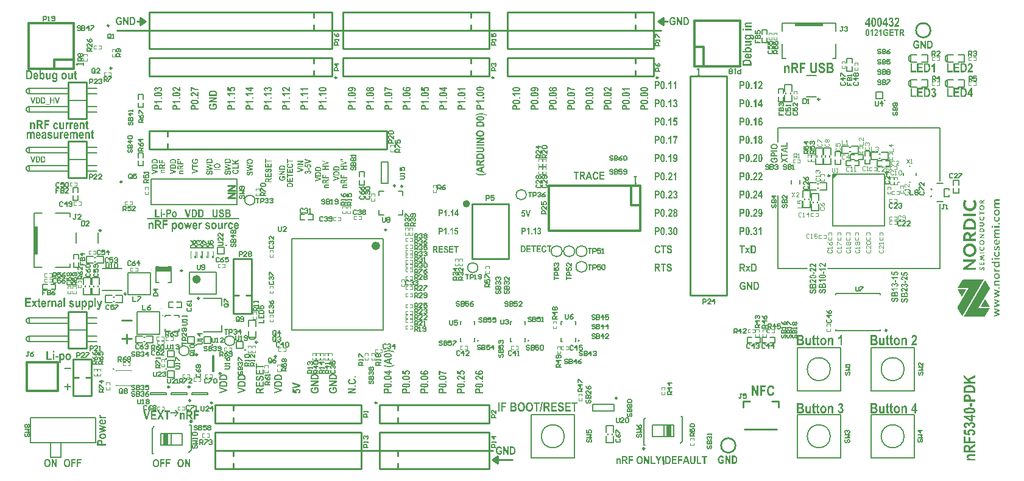
<source format=gto>
G04*
G04 #@! TF.GenerationSoftware,Altium Limited,Altium Designer,19.1.7 (138)*
G04*
G04 Layer_Color=65535*
%FSLAX24Y24*%
%MOIN*%
G70*
G01*
G75*
%ADD10C,0.0236*%
%ADD11C,0.0098*%
%ADD12C,0.0039*%
%ADD13C,0.0059*%
%ADD14C,0.0118*%
%ADD15C,0.0100*%
%ADD16C,0.0200*%
%ADD17C,0.0060*%
%ADD18C,0.0049*%
%ADD19C,0.0079*%
%ADD20C,0.0050*%
%ADD21C,0.0080*%
%ADD22C,0.0060*%
%ADD23C,0.0090*%
%ADD24R,0.0049X0.0138*%
%ADD25R,0.0059X0.0138*%
%ADD26R,0.0059X0.0039*%
%ADD27R,0.0049X0.0138*%
%ADD28R,0.0059X0.0138*%
%ADD29R,0.0252X0.0630*%
%ADD30R,0.0827X0.0315*%
%ADD31R,0.0197X0.1575*%
%ADD32R,0.1575X0.0197*%
G36*
X44322Y15901D02*
Y16098D01*
X44519Y16098D01*
X44322Y15901D01*
D02*
G37*
G36*
X52590Y14657D02*
X52487Y14586D01*
Y14569D01*
X52590D01*
Y14521D01*
X52330D01*
Y14617D01*
X52331Y14626D01*
X52331Y14631D01*
X52332Y14638D01*
X52335Y14649D01*
X52338Y14657D01*
X52342Y14664D01*
X52347Y14673D01*
X52351Y14677D01*
X52359Y14685D01*
X52365Y14689D01*
X52371Y14692D01*
X52376Y14694D01*
X52381Y14697D01*
X52392Y14699D01*
X52397Y14700D01*
X52406Y14701D01*
X52411Y14701D01*
X52416Y14700D01*
X52422Y14700D01*
X52427Y14699D01*
X52433Y14697D01*
X52441Y14695D01*
X52446Y14693D01*
X52452Y14689D01*
X52461Y14683D01*
X52467Y14676D01*
X52472Y14670D01*
X52476Y14663D01*
X52480Y14653D01*
X52483Y14645D01*
X52484Y14640D01*
X52590Y14717D01*
Y14657D01*
D02*
G37*
G36*
X53435Y14669D02*
X53258D01*
X53253Y14669D01*
X53248Y14668D01*
X53242Y14668D01*
X53238Y14667D01*
X53232Y14666D01*
X53226Y14665D01*
X53222Y14663D01*
X53216Y14661D01*
X53212Y14659D01*
X53207Y14657D01*
X53204Y14654D01*
X53200Y14651D01*
X53196Y14647D01*
X53193Y14643D01*
X53191Y14640D01*
X53188Y14635D01*
X53186Y14631D01*
X53185Y14626D01*
X53184Y14621D01*
X53183Y14617D01*
X53182Y14611D01*
X53182Y14606D01*
X53182Y14598D01*
X53183Y14594D01*
X53184Y14590D01*
X53185Y14584D01*
X53187Y14578D01*
X53189Y14574D01*
X53192Y14569D01*
X53196Y14564D01*
X53199Y14560D01*
X53202Y14557D01*
X53205Y14555D01*
X53207Y14553D01*
X53211Y14551D01*
X53216Y14548D01*
X53220Y14546D01*
X53225Y14544D01*
X53229Y14543D01*
X53233Y14542D01*
X53240Y14540D01*
X53245Y14540D01*
X53252Y14539D01*
X53259Y14539D01*
X53435D01*
Y14467D01*
X53256Y14467D01*
X53252Y14467D01*
X53246Y14467D01*
X53241Y14466D01*
X53235Y14466D01*
X53228Y14464D01*
X53223Y14462D01*
X53218Y14461D01*
X53214Y14459D01*
X53211Y14457D01*
X53206Y14454D01*
X53202Y14451D01*
X53199Y14448D01*
X53196Y14445D01*
X53193Y14441D01*
X53190Y14437D01*
X53189Y14435D01*
X53187Y14430D01*
X53185Y14425D01*
X53184Y14419D01*
X53183Y14414D01*
X53182Y14409D01*
X53182Y14404D01*
X53182Y14399D01*
X53183Y14395D01*
X53184Y14390D01*
X53185Y14385D01*
X53186Y14381D01*
X53188Y14377D01*
X53190Y14372D01*
X53192Y14368D01*
X53195Y14364D01*
X53198Y14361D01*
X53200Y14359D01*
X53204Y14355D01*
X53208Y14352D01*
X53212Y14349D01*
X53218Y14346D01*
X53223Y14344D01*
X53227Y14342D01*
X53232Y14341D01*
X53236Y14340D01*
X53239Y14339D01*
X53243Y14339D01*
X53248Y14338D01*
X53253Y14338D01*
X53259Y14338D01*
X53435Y14338D01*
Y14266D01*
X53124D01*
Y14338D01*
X53171D01*
X53167Y14341D01*
X53162Y14344D01*
X53159Y14347D01*
X53154Y14351D01*
X53150Y14355D01*
X53145Y14360D01*
X53140Y14366D01*
X53137Y14370D01*
X53134Y14375D01*
X53131Y14379D01*
X53128Y14384D01*
X53126Y14388D01*
X53124Y14392D01*
X53123Y14397D01*
X53120Y14406D01*
X53119Y14412D01*
X53118Y14419D01*
X53117Y14427D01*
X53117Y14434D01*
X53117Y14441D01*
X53118Y14446D01*
X53119Y14452D01*
X53120Y14459D01*
X53122Y14466D01*
X53123Y14469D01*
X53125Y14475D01*
X53126Y14479D01*
X53130Y14487D01*
X53133Y14491D01*
X53138Y14498D01*
X53141Y14501D01*
X53146Y14507D01*
X53151Y14512D01*
X53157Y14517D01*
X53161Y14519D01*
X53168Y14524D01*
X53172Y14526D01*
X53169Y14528D01*
X53164Y14532D01*
X53159Y14537D01*
X53155Y14540D01*
X53151Y14544D01*
X53147Y14549D01*
X53143Y14554D01*
X53140Y14558D01*
X53136Y14564D01*
X53133Y14569D01*
X53131Y14572D01*
X53129Y14577D01*
X53127Y14581D01*
X53123Y14590D01*
X53122Y14593D01*
X53120Y14603D01*
X53119Y14607D01*
X53118Y14613D01*
X53118Y14617D01*
X53117Y14622D01*
X53117Y14630D01*
X53117Y14637D01*
X53118Y14643D01*
X53118Y14647D01*
X53119Y14652D01*
X53119Y14657D01*
X53120Y14662D01*
X53122Y14667D01*
X53123Y14672D01*
X53125Y14677D01*
X53127Y14682D01*
X53130Y14687D01*
X53132Y14691D01*
X53135Y14695D01*
X53137Y14699D01*
X53142Y14705D01*
X53145Y14708D01*
X53149Y14712D01*
X53152Y14714D01*
X53155Y14717D01*
X53160Y14720D01*
X53163Y14722D01*
X53166Y14724D01*
X53174Y14728D01*
X53179Y14730D01*
X53187Y14733D01*
X53194Y14735D01*
X53199Y14736D01*
X53205Y14738D01*
X53212Y14739D01*
X53219Y14739D01*
X53227Y14740D01*
X53236Y14740D01*
X53435D01*
Y14669D01*
D02*
G37*
G36*
X52098Y14707D02*
X52109Y14688D01*
X52117Y14671D01*
X52126Y14653D01*
X52134Y14634D01*
X52140Y14616D01*
X52145Y14599D01*
X52147Y14590D01*
X52151Y14576D01*
X52154Y14561D01*
X52156Y14547D01*
X52158Y14533D01*
X52159Y14524D01*
X52160Y14512D01*
X52160Y14500D01*
X52161Y14481D01*
X52161Y14466D01*
X52160Y14451D01*
X52159Y14439D01*
X52158Y14428D01*
X52157Y14416D01*
X52155Y14405D01*
X52153Y14391D01*
X52151Y14380D01*
X52147Y14366D01*
X52144Y14354D01*
X52141Y14343D01*
X52137Y14331D01*
X52133Y14319D01*
X52127Y14307D01*
X52125Y14300D01*
X52118Y14287D01*
X52115Y14281D01*
X52102Y14258D01*
X52097Y14250D01*
X52091Y14242D01*
X52075Y14221D01*
X52063Y14207D01*
X52047Y14191D01*
X52034Y14179D01*
X52019Y14168D01*
X52007Y14159D01*
X51993Y14151D01*
X51982Y14144D01*
X51972Y14139D01*
X51954Y14130D01*
X51938Y14124D01*
X51925Y14119D01*
X51912Y14115D01*
X51900Y14112D01*
X51883Y14108D01*
X51866Y14104D01*
X51850Y14102D01*
X51835Y14100D01*
X51825Y14100D01*
X51810Y14099D01*
X51795Y14099D01*
X51780Y14099D01*
X51769Y14099D01*
X51756Y14100D01*
X51741Y14102D01*
X51731Y14103D01*
X51714Y14106D01*
X51704Y14108D01*
X51686Y14113D01*
X51668Y14118D01*
X51661Y14120D01*
X51647Y14125D01*
X51640Y14128D01*
X51632Y14132D01*
X51624Y14136D01*
X51615Y14140D01*
X51604Y14146D01*
X51592Y14154D01*
X51574Y14165D01*
X51555Y14180D01*
X51539Y14195D01*
X51525Y14210D01*
X51518Y14217D01*
X51508Y14229D01*
X51501Y14239D01*
X51495Y14248D01*
X51489Y14256D01*
X51484Y14264D01*
X51476Y14278D01*
X51472Y14285D01*
X51466Y14299D01*
X51460Y14311D01*
X51455Y14324D01*
X51451Y14336D01*
X51447Y14348D01*
X51444Y14360D01*
X51440Y14377D01*
X51436Y14394D01*
X51433Y14411D01*
X51431Y14428D01*
X51430Y14445D01*
X51429Y14457D01*
X51429Y14473D01*
X51429Y14485D01*
X51430Y14504D01*
X51431Y14520D01*
X51432Y14537D01*
X51434Y14552D01*
X51437Y14568D01*
X51442Y14588D01*
X51447Y14608D01*
X51455Y14631D01*
X51462Y14649D01*
X51470Y14666D01*
X51473Y14673D01*
X51479Y14685D01*
X51486Y14698D01*
X51493Y14708D01*
X51500Y14719D01*
X51506Y14728D01*
X51618Y14654D01*
X51617Y14652D01*
X51607Y14637D01*
X51601Y14626D01*
X51594Y14613D01*
X51586Y14598D01*
X51580Y14584D01*
X51576Y14572D01*
X51571Y14557D01*
X51568Y14544D01*
X51566Y14533D01*
X51564Y14522D01*
X51562Y14509D01*
X51561Y14496D01*
X51560Y14487D01*
X51560Y14480D01*
X51560Y14473D01*
X51561Y14461D01*
X51561Y14453D01*
X51562Y14445D01*
X51563Y14433D01*
X51565Y14426D01*
X51566Y14418D01*
X51569Y14405D01*
X51573Y14393D01*
X51576Y14384D01*
X51579Y14376D01*
X51585Y14362D01*
X51590Y14352D01*
X51597Y14341D01*
X51605Y14329D01*
X51611Y14321D01*
X51620Y14311D01*
X51627Y14304D01*
X51637Y14294D01*
X51650Y14283D01*
X51661Y14276D01*
X51676Y14267D01*
X51687Y14262D01*
X51697Y14257D01*
X51710Y14253D01*
X51718Y14250D01*
X51729Y14247D01*
X51740Y14244D01*
X51753Y14242D01*
X51766Y14240D01*
X51780Y14239D01*
X51798Y14239D01*
X51816Y14240D01*
X51833Y14241D01*
X51849Y14244D01*
X51863Y14247D01*
X51879Y14252D01*
X51892Y14257D01*
X51907Y14264D01*
X51919Y14270D01*
X51936Y14281D01*
X51952Y14294D01*
X51963Y14303D01*
X51972Y14313D01*
X51980Y14324D01*
X51986Y14331D01*
X51990Y14337D01*
X51994Y14343D01*
X52000Y14354D01*
X52005Y14364D01*
X52011Y14378D01*
X52016Y14391D01*
X52020Y14404D01*
X52023Y14416D01*
X52026Y14432D01*
X52028Y14452D01*
X52029Y14472D01*
X52029Y14484D01*
X52028Y14503D01*
X52026Y14519D01*
X52024Y14533D01*
X52021Y14546D01*
X52017Y14561D01*
X52015Y14569D01*
X52010Y14582D01*
X52006Y14592D01*
X51997Y14612D01*
X51986Y14631D01*
X51978Y14645D01*
X51971Y14654D01*
X52084Y14728D01*
X52098Y14707D01*
D02*
G37*
G36*
X52478Y14423D02*
X52490Y14421D01*
X52496Y14420D01*
X52504Y14417D01*
X52511Y14415D01*
X52518Y14412D01*
X52526Y14408D01*
X52532Y14405D01*
X52539Y14401D01*
X52544Y14397D01*
X52550Y14392D01*
X52556Y14387D01*
X52562Y14380D01*
X52570Y14371D01*
X52574Y14365D01*
X52577Y14360D01*
X52581Y14351D01*
X52585Y14344D01*
X52588Y14336D01*
X52590Y14329D01*
X52592Y14323D01*
X52593Y14313D01*
X52594Y14307D01*
X52595Y14298D01*
X52596Y14293D01*
X52595Y14279D01*
X52595Y14274D01*
X52594Y14268D01*
X52593Y14259D01*
X52591Y14250D01*
X52589Y14244D01*
X52585Y14233D01*
X52582Y14226D01*
X52578Y14217D01*
X52575Y14212D01*
X52571Y14207D01*
X52567Y14201D01*
X52562Y14195D01*
X52557Y14189D01*
X52552Y14185D01*
X52545Y14179D01*
X52538Y14174D01*
X52532Y14171D01*
X52522Y14165D01*
X52515Y14162D01*
X52508Y14160D01*
X52502Y14158D01*
X52494Y14155D01*
X52486Y14154D01*
X52479Y14153D01*
X52461Y14152D01*
X52456Y14152D01*
X52447Y14152D01*
X52435Y14154D01*
X52425Y14156D01*
X52417Y14158D01*
X52411Y14160D01*
X52400Y14164D01*
X52391Y14169D01*
X52386Y14172D01*
X52379Y14176D01*
X52372Y14182D01*
X52363Y14190D01*
X52358Y14196D01*
X52354Y14200D01*
X52350Y14205D01*
X52346Y14211D01*
X52343Y14216D01*
X52341Y14220D01*
X52335Y14232D01*
X52332Y14239D01*
X52329Y14250D01*
X52328Y14256D01*
X52327Y14262D01*
X52326Y14271D01*
X52325Y14276D01*
X52325Y14285D01*
Y14291D01*
X52325Y14296D01*
X52326Y14305D01*
X52326Y14311D01*
X52327Y14317D01*
X52329Y14323D01*
X52331Y14330D01*
X52333Y14337D01*
X52337Y14348D01*
X52341Y14356D01*
X52344Y14361D01*
X52347Y14366D01*
X52351Y14371D01*
X52356Y14378D01*
X52360Y14382D01*
X52364Y14387D01*
X52373Y14395D01*
X52378Y14398D01*
X52383Y14402D01*
X52388Y14405D01*
X52394Y14408D01*
X52402Y14412D01*
X52410Y14415D01*
X52416Y14417D01*
X52422Y14419D01*
X52427Y14420D01*
X52433Y14421D01*
X52442Y14423D01*
X52452Y14424D01*
X52463Y14424D01*
X52478Y14423D01*
D02*
G37*
G36*
X52375Y14008D02*
X52590Y14008D01*
X52590Y13961D01*
X52375D01*
X52375Y13890D01*
X52330D01*
Y14079D01*
X52375D01*
Y14008D01*
D02*
G37*
G36*
X53284Y14185D02*
X53293Y14184D01*
X53299Y14184D01*
X53305Y14183D01*
X53314Y14181D01*
X53320Y14180D01*
X53326Y14178D01*
X53333Y14176D01*
X53339Y14174D01*
X53346Y14171D01*
X53353Y14167D01*
X53360Y14164D01*
X53367Y14159D01*
X53373Y14155D01*
X53382Y14149D01*
X53387Y14145D01*
X53392Y14140D01*
X53397Y14135D01*
X53401Y14131D01*
X53409Y14121D01*
X53412Y14116D01*
X53416Y14111D01*
X53419Y14105D01*
X53424Y14097D01*
X53426Y14092D01*
X53430Y14083D01*
X53433Y14075D01*
X53435Y14070D01*
X53437Y14063D01*
X53438Y14056D01*
X53439Y14051D01*
X53440Y14045D01*
X53442Y14035D01*
X53442Y14026D01*
X53442Y14018D01*
X53442Y14010D01*
X53442Y14001D01*
X53441Y13992D01*
X53440Y13986D01*
X53439Y13981D01*
X53437Y13975D01*
X53436Y13968D01*
X53433Y13961D01*
X53430Y13953D01*
X53427Y13946D01*
X53423Y13938D01*
X53419Y13931D01*
X53414Y13922D01*
X53409Y13916D01*
X53404Y13909D01*
X53398Y13902D01*
X53394Y13898D01*
X53389Y13893D01*
X53380Y13886D01*
X53372Y13880D01*
X53365Y13876D01*
X53360Y13872D01*
X53352Y13869D01*
X53346Y13866D01*
X53339Y13863D01*
X53329Y13859D01*
X53321Y13857D01*
X53309Y13855D01*
X53299Y13853D01*
X53291Y13853D01*
X53280Y13852D01*
Y13924D01*
X53289Y13924D01*
X53296Y13925D01*
X53306Y13927D01*
X53315Y13930D01*
X53320Y13931D01*
X53327Y13934D01*
X53335Y13939D01*
X53342Y13943D01*
X53349Y13949D01*
X53354Y13954D01*
X53357Y13958D01*
X53361Y13962D01*
X53366Y13969D01*
X53369Y13974D01*
X53372Y13981D01*
X53375Y13987D01*
X53377Y13995D01*
X53378Y14002D01*
X53379Y14008D01*
X53380Y14015D01*
X53380Y14022D01*
X53379Y14029D01*
X53379Y14035D01*
X53377Y14042D01*
X53376Y14048D01*
X53374Y14053D01*
X53372Y14059D01*
X53368Y14066D01*
X53365Y14072D01*
X53360Y14078D01*
X53356Y14083D01*
X53351Y14088D01*
X53345Y14093D01*
X53340Y14096D01*
X53335Y14099D01*
X53330Y14102D01*
X53325Y14104D01*
X53321Y14106D01*
X53316Y14108D01*
X53311Y14109D01*
X53306Y14111D01*
X53301Y14112D01*
X53295Y14112D01*
X53289Y14113D01*
X53284Y14113D01*
X53276Y14113D01*
X53268Y14113D01*
X53260Y14111D01*
X53252Y14110D01*
X53244Y14107D01*
X53236Y14104D01*
X53229Y14101D01*
X53222Y14096D01*
X53215Y14091D01*
X53208Y14086D01*
X53205Y14082D01*
X53201Y14078D01*
X53196Y14072D01*
X53191Y14063D01*
X53189Y14058D01*
X53185Y14050D01*
X53183Y14042D01*
X53181Y14036D01*
X53181Y14031D01*
X53180Y14024D01*
X53180Y14016D01*
X53180Y14011D01*
X53181Y14004D01*
X53182Y13996D01*
X53184Y13990D01*
X53185Y13985D01*
X53188Y13978D01*
X53191Y13973D01*
X53195Y13965D01*
X53200Y13958D01*
X53206Y13952D01*
X53212Y13947D01*
X53216Y13943D01*
X53221Y13940D01*
X53228Y13936D01*
X53232Y13934D01*
X53241Y13930D01*
X53251Y13927D01*
X53260Y13925D01*
X53268Y13924D01*
X53274Y13924D01*
X53280Y13924D01*
X53280Y13852D01*
X53268Y13853D01*
X53261Y13853D01*
X53251Y13855D01*
X53239Y13857D01*
X53231Y13860D01*
X53225Y13862D01*
X53218Y13864D01*
X53209Y13868D01*
X53202Y13872D01*
X53196Y13876D01*
X53188Y13880D01*
X53181Y13885D01*
X53175Y13891D01*
X53169Y13896D01*
X53165Y13900D01*
X53161Y13904D01*
X53157Y13908D01*
X53150Y13917D01*
X53147Y13922D01*
X53142Y13929D01*
X53139Y13934D01*
X53135Y13942D01*
X53132Y13948D01*
X53129Y13954D01*
X53127Y13959D01*
X53125Y13968D01*
X53122Y13975D01*
X53121Y13982D01*
X53120Y13988D01*
X53119Y13993D01*
X53118Y13998D01*
X53117Y14007D01*
X53117Y14016D01*
X53117Y14023D01*
X53118Y14035D01*
X53119Y14043D01*
X53120Y14053D01*
X53121Y14058D01*
X53123Y14064D01*
X53124Y14070D01*
X53128Y14081D01*
X53131Y14087D01*
X53135Y14097D01*
X53139Y14103D01*
X53141Y14108D01*
X53145Y14113D01*
X53149Y14119D01*
X53153Y14124D01*
X53157Y14129D01*
X53161Y14133D01*
X53165Y14138D01*
X53170Y14143D01*
X53175Y14147D01*
X53179Y14150D01*
X53184Y14155D01*
X53189Y14158D01*
X53194Y14161D01*
X53198Y14164D01*
X53207Y14168D01*
X53211Y14170D01*
X53216Y14172D01*
X53222Y14175D01*
X53227Y14176D01*
X53234Y14178D01*
X53239Y14180D01*
X53249Y14182D01*
X53254Y14183D01*
X53263Y14184D01*
X53270Y14184D01*
X53276Y14185D01*
X53284Y14185D01*
D02*
G37*
G36*
X52146Y13831D02*
X51444D01*
Y13960D01*
X52146D01*
Y13831D01*
D02*
G37*
G36*
X52570Y13809D02*
X52573Y13803D01*
X52578Y13794D01*
X52583Y13785D01*
X52587Y13775D01*
X52590Y13764D01*
X52591Y13761D01*
X52592Y13755D01*
X52593Y13749D01*
X52594Y13741D01*
X52595Y13732D01*
X52596Y13725D01*
X52596Y13717D01*
X52596Y13711D01*
X52595Y13705D01*
X52594Y13696D01*
X52593Y13688D01*
X52592Y13682D01*
X52590Y13674D01*
X52588Y13669D01*
X52586Y13663D01*
X52583Y13656D01*
X52580Y13649D01*
X52576Y13641D01*
X52570Y13632D01*
X52564Y13624D01*
X52559Y13619D01*
X52551Y13610D01*
X52543Y13604D01*
X52534Y13599D01*
X52530Y13596D01*
X52526Y13594D01*
X52522Y13592D01*
X52516Y13590D01*
X52509Y13587D01*
X52499Y13584D01*
X52491Y13582D01*
X52483Y13581D01*
X52477Y13580D01*
X52469Y13579D01*
X52464Y13579D01*
X52458Y13579D01*
X52453Y13579D01*
X52450Y13579D01*
X52442Y13580D01*
X52437Y13581D01*
X52430Y13582D01*
X52424Y13583D01*
X52413Y13586D01*
X52408Y13588D01*
X52403Y13590D01*
X52397Y13593D01*
X52390Y13597D01*
X52385Y13599D01*
X52379Y13604D01*
X52365Y13615D01*
X52358Y13623D01*
X52354Y13627D01*
X52351Y13631D01*
X52347Y13637D01*
X52344Y13643D01*
X52341Y13648D01*
X52338Y13653D01*
X52336Y13658D01*
X52334Y13664D01*
X52332Y13669D01*
X52331Y13674D01*
X52330Y13679D01*
X52328Y13684D01*
X52327Y13691D01*
X52326Y13699D01*
X52325Y13707D01*
X52325Y13719D01*
X52325Y13728D01*
X52325Y13735D01*
X52327Y13745D01*
X52328Y13755D01*
X52332Y13768D01*
X52335Y13778D01*
X52340Y13789D01*
X52341Y13792D01*
X52345Y13799D01*
X52348Y13805D01*
X52353Y13812D01*
X52395Y13785D01*
X52394Y13783D01*
X52391Y13779D01*
X52388Y13774D01*
X52386Y13770D01*
X52384Y13766D01*
X52382Y13761D01*
X52379Y13753D01*
X52377Y13746D01*
X52374Y13735D01*
X52374Y13724D01*
X52373Y13721D01*
X52373Y13715D01*
X52374Y13707D01*
X52375Y13702D01*
X52376Y13696D01*
X52378Y13690D01*
X52380Y13683D01*
X52383Y13677D01*
X52387Y13669D01*
X52390Y13665D01*
X52395Y13658D01*
X52403Y13651D01*
X52411Y13645D01*
X52418Y13640D01*
X52422Y13639D01*
X52427Y13637D01*
X52435Y13634D01*
X52440Y13633D01*
X52446Y13632D01*
X52451Y13631D01*
X52457Y13631D01*
X52463Y13631D01*
X52468Y13631D01*
X52475Y13632D01*
X52482Y13633D01*
X52490Y13635D01*
X52498Y13638D01*
X52504Y13641D01*
X52512Y13646D01*
X52521Y13653D01*
X52529Y13663D01*
X52534Y13670D01*
X52535Y13672D01*
X52538Y13678D01*
X52540Y13683D01*
X52542Y13687D01*
X52544Y13695D01*
X52545Y13700D01*
X52546Y13707D01*
X52547Y13713D01*
X52547Y13722D01*
X52547Y13728D01*
X52546Y13735D01*
X52543Y13747D01*
X52542Y13751D01*
X52541Y13754D01*
X52539Y13760D01*
X52537Y13765D01*
X52535Y13770D01*
X52531Y13776D01*
X52529Y13780D01*
X52526Y13785D01*
X52567Y13812D01*
X52570Y13809D01*
D02*
G37*
G36*
X53387Y13802D02*
X53391Y13798D01*
X53395Y13794D01*
X53400Y13789D01*
X53404Y13784D01*
X53408Y13779D01*
X53413Y13773D01*
X53416Y13768D01*
X53419Y13764D01*
X53422Y13758D01*
X53426Y13752D01*
X53428Y13748D01*
X53431Y13742D01*
X53433Y13736D01*
X53435Y13730D01*
X53436Y13724D01*
X53437Y13721D01*
X53439Y13713D01*
X53440Y13708D01*
X53441Y13701D01*
X53442Y13696D01*
X53442Y13688D01*
X53442Y13684D01*
X53442Y13679D01*
X53442Y13672D01*
X53442Y13668D01*
X53442Y13660D01*
X53441Y13655D01*
X53440Y13650D01*
X53440Y13645D01*
X53438Y13639D01*
X53437Y13632D01*
X53434Y13624D01*
X53430Y13614D01*
X53426Y13603D01*
X53422Y13597D01*
X53418Y13589D01*
X53414Y13583D01*
X53408Y13576D01*
X53403Y13569D01*
X53397Y13563D01*
X53392Y13558D01*
X53386Y13553D01*
X53379Y13548D01*
X53373Y13543D01*
X53367Y13539D01*
X53360Y13535D01*
X53353Y13531D01*
X53345Y13528D01*
X53336Y13524D01*
X53328Y13522D01*
X53323Y13520D01*
X53312Y13518D01*
X53302Y13516D01*
X53294Y13516D01*
X53287Y13515D01*
X53280Y13515D01*
X53271Y13515D01*
X53261Y13516D01*
X53255Y13517D01*
X53248Y13518D01*
X53239Y13520D01*
X53232Y13522D01*
X53226Y13524D01*
X53220Y13526D01*
X53213Y13529D01*
X53204Y13533D01*
X53199Y13536D01*
X53193Y13540D01*
X53186Y13544D01*
X53180Y13549D01*
X53174Y13553D01*
X53168Y13559D01*
X53162Y13564D01*
X53156Y13571D01*
X53151Y13577D01*
X53147Y13583D01*
X53142Y13590D01*
X53138Y13597D01*
X53134Y13604D01*
X53131Y13610D01*
X53129Y13615D01*
X53126Y13623D01*
X53123Y13633D01*
X53121Y13640D01*
X53120Y13646D01*
X53118Y13657D01*
X53118Y13666D01*
X53117Y13670D01*
X53117Y13679D01*
X53117Y13688D01*
X53118Y13695D01*
X53119Y13703D01*
X53120Y13714D01*
X53121Y13718D01*
X53123Y13725D01*
X53126Y13735D01*
X53129Y13744D01*
X53133Y13753D01*
X53138Y13762D01*
X53140Y13765D01*
X53141Y13767D01*
X53143Y13771D01*
X53145Y13773D01*
X53147Y13776D01*
X53150Y13779D01*
X53153Y13783D01*
X53154Y13785D01*
X53157Y13788D01*
X53160Y13792D01*
X53166Y13797D01*
X53171Y13802D01*
X53219Y13757D01*
X53216Y13755D01*
X53214Y13752D01*
X53211Y13750D01*
X53209Y13747D01*
X53206Y13745D01*
X53203Y13740D01*
X53200Y13737D01*
X53196Y13732D01*
X53194Y13728D01*
X53191Y13723D01*
X53189Y13720D01*
X53188Y13717D01*
X53186Y13712D01*
X53184Y13707D01*
X53183Y13702D01*
X53182Y13700D01*
X53181Y13694D01*
X53180Y13688D01*
X53180Y13682D01*
X53180Y13677D01*
X53180Y13672D01*
X53180Y13667D01*
X53181Y13663D01*
X53182Y13659D01*
X53183Y13654D01*
X53184Y13650D01*
X53186Y13644D01*
X53189Y13639D01*
X53191Y13634D01*
X53193Y13630D01*
X53198Y13624D01*
X53200Y13622D01*
X53204Y13617D01*
X53208Y13613D01*
X53213Y13609D01*
X53218Y13605D01*
X53220Y13604D01*
X53226Y13600D01*
X53232Y13597D01*
X53238Y13594D01*
X53242Y13593D01*
X53246Y13592D01*
X53250Y13591D01*
X53254Y13589D01*
X53258Y13589D01*
X53262Y13588D01*
X53267Y13587D01*
X53271Y13587D01*
X53275Y13587D01*
X53280Y13587D01*
X53286Y13587D01*
X53291Y13587D01*
X53297Y13588D01*
X53302Y13589D01*
X53307Y13590D01*
X53313Y13591D01*
X53318Y13593D01*
X53323Y13595D01*
X53329Y13598D01*
X53334Y13600D01*
X53339Y13603D01*
X53341Y13605D01*
X53344Y13607D01*
X53346Y13609D01*
X53349Y13611D01*
X53352Y13613D01*
X53354Y13616D01*
X53358Y13620D01*
X53361Y13624D01*
X53364Y13628D01*
X53366Y13631D01*
X53370Y13637D01*
X53372Y13641D01*
X53374Y13647D01*
X53376Y13652D01*
X53377Y13655D01*
X53378Y13661D01*
X53379Y13666D01*
X53379Y13670D01*
X53380Y13675D01*
X53380Y13679D01*
X53380Y13685D01*
X53379Y13690D01*
X53379Y13695D01*
X53378Y13699D01*
X53377Y13702D01*
X53376Y13708D01*
X53374Y13715D01*
X53372Y13718D01*
X53370Y13724D01*
X53367Y13729D01*
X53364Y13734D01*
X53361Y13739D01*
X53358Y13742D01*
X53354Y13747D01*
X53351Y13750D01*
X53348Y13754D01*
X53344Y13759D01*
X53341Y13761D01*
X53384Y13804D01*
X53387Y13802D01*
D02*
G37*
G36*
X53435Y13372D02*
X53354D01*
Y13450D01*
X53435D01*
Y13372D01*
D02*
G37*
G36*
X52494Y13480D02*
X52501Y13480D01*
X52507Y13479D01*
X52516Y13478D01*
X52524Y13476D01*
X52530Y13474D01*
X52537Y13472D01*
X52544Y13468D01*
X52552Y13464D01*
X52558Y13460D01*
X52564Y13454D01*
X52574Y13443D01*
X52578Y13439D01*
X52581Y13433D01*
X52584Y13428D01*
X52586Y13424D01*
X52589Y13416D01*
X52591Y13408D01*
X52593Y13402D01*
X52594Y13395D01*
X52595Y13388D01*
X52595Y13381D01*
X52595Y13374D01*
X52595Y13364D01*
X52595Y13358D01*
X52594Y13350D01*
X52592Y13344D01*
X52591Y13338D01*
X52589Y13331D01*
X52586Y13324D01*
X52582Y13316D01*
X52579Y13310D01*
X52571Y13300D01*
X52560Y13289D01*
X52551Y13283D01*
X52547Y13280D01*
X52541Y13277D01*
X52535Y13275D01*
X52527Y13272D01*
X52520Y13270D01*
X52510Y13268D01*
X52502Y13267D01*
X52495Y13267D01*
X52488Y13266D01*
X52330D01*
X52330Y13316D01*
X52485D01*
X52486Y13316D01*
X52495Y13317D01*
X52503Y13318D01*
X52510Y13320D01*
X52516Y13323D01*
X52522Y13326D01*
X52527Y13330D01*
X52531Y13334D01*
X52538Y13342D01*
X52541Y13348D01*
X52543Y13354D01*
X52545Y13362D01*
X52546Y13367D01*
X52546Y13372D01*
X52546Y13379D01*
X52546Y13384D01*
X52544Y13391D01*
X52542Y13397D01*
X52539Y13403D01*
X52536Y13407D01*
X52529Y13416D01*
X52523Y13420D01*
X52517Y13423D01*
X52510Y13426D01*
X52504Y13428D01*
X52498Y13429D01*
X52490Y13430D01*
X52485Y13430D01*
X52330D01*
Y13480D01*
X52488D01*
X52494Y13480D01*
D02*
G37*
G36*
X53435Y13203D02*
X53124D01*
Y13274D01*
X53435D01*
X53435Y13203D01*
D02*
G37*
G36*
X53076Y13200D02*
X53008D01*
Y13277D01*
X53076D01*
Y13200D01*
D02*
G37*
G36*
X51811Y13694D02*
X51823Y13694D01*
X51832Y13693D01*
X51845Y13692D01*
X51858Y13690D01*
X51871Y13688D01*
X51885Y13685D01*
X51890Y13684D01*
X51899Y13682D01*
X51909Y13679D01*
X51925Y13674D01*
X51936Y13670D01*
X51949Y13665D01*
X51962Y13658D01*
X51970Y13654D01*
X51988Y13644D01*
X52001Y13636D01*
X52014Y13626D01*
X52027Y13616D01*
X52040Y13605D01*
X52054Y13590D01*
X52061Y13582D01*
X52075Y13564D01*
X52085Y13550D01*
X52093Y13536D01*
X52100Y13525D01*
X52106Y13513D01*
X52111Y13502D01*
X52116Y13491D01*
X52120Y13481D01*
X52124Y13470D01*
X52129Y13455D01*
X52133Y13440D01*
X52136Y13425D01*
X52138Y13414D01*
X52140Y13404D01*
X52144Y13370D01*
X52146Y13345D01*
X52146Y13330D01*
Y13105D01*
X51444D01*
X51444Y13340D01*
X51445Y13355D01*
X51446Y13370D01*
X51447Y13385D01*
X51449Y13399D01*
X51452Y13419D01*
X51456Y13434D01*
X51458Y13444D01*
X51460Y13449D01*
X51462Y13459D01*
X51466Y13469D01*
X51469Y13480D01*
X51473Y13490D01*
X51478Y13500D01*
X51486Y13517D01*
X51492Y13528D01*
X51495Y13534D01*
X51499Y13541D01*
X51507Y13554D01*
X51512Y13561D01*
X51518Y13568D01*
X51525Y13577D01*
X51533Y13587D01*
X51547Y13602D01*
X51559Y13613D01*
X51571Y13622D01*
X51584Y13632D01*
X51596Y13640D01*
X51607Y13647D01*
X51624Y13657D01*
X51639Y13664D01*
X51651Y13669D01*
X51663Y13673D01*
X51679Y13679D01*
X51689Y13681D01*
X51704Y13685D01*
X51718Y13688D01*
X51731Y13690D01*
X51744Y13692D01*
X51753Y13693D01*
X51766Y13694D01*
X51775Y13694D01*
X51786Y13695D01*
X51799Y13695D01*
X51811Y13694D01*
D02*
G37*
G36*
X52465Y13167D02*
X52472Y13167D01*
X52479Y13166D01*
X52487Y13165D01*
X52492Y13164D01*
X52503Y13162D01*
X52513Y13158D01*
X52520Y13155D01*
X52525Y13153D01*
X52532Y13149D01*
X52537Y13146D01*
X52549Y13136D01*
X52559Y13126D01*
X52568Y13114D01*
X52575Y13100D01*
X52580Y13090D01*
X52584Y13079D01*
X52586Y13069D01*
X52588Y13061D01*
X52589Y13056D01*
X52590Y13045D01*
X52590Y13032D01*
Y12949D01*
X52330D01*
Y13032D01*
X52331Y13040D01*
X52331Y13047D01*
X52332Y13056D01*
X52333Y13062D01*
X52334Y13067D01*
X52335Y13074D01*
X52337Y13080D01*
X52339Y13086D01*
X52341Y13090D01*
X52345Y13100D01*
X52348Y13106D01*
X52351Y13110D01*
X52356Y13118D01*
X52360Y13124D01*
X52364Y13128D01*
X52369Y13133D01*
X52378Y13142D01*
X52387Y13147D01*
X52397Y13153D01*
X52402Y13156D01*
X52409Y13159D01*
X52415Y13161D01*
X52421Y13163D01*
X52428Y13164D01*
X52433Y13165D01*
X52443Y13167D01*
X52450Y13167D01*
X52459Y13167D01*
X52465Y13167D01*
D02*
G37*
G36*
X52146Y12833D02*
X51866Y12643D01*
Y12595D01*
X52146D01*
Y12466D01*
X51444D01*
Y12725D01*
X51444Y12735D01*
X51445Y12747D01*
X51446Y12759D01*
X51448Y12775D01*
X51450Y12785D01*
X51453Y12798D01*
X51455Y12806D01*
X51459Y12820D01*
X51465Y12834D01*
X51471Y12846D01*
X51477Y12856D01*
X51481Y12863D01*
X51487Y12871D01*
X51494Y12881D01*
X51499Y12886D01*
X51507Y12895D01*
X51516Y12903D01*
X51524Y12909D01*
X51537Y12919D01*
X51550Y12926D01*
X51559Y12931D01*
X51568Y12935D01*
X51575Y12938D01*
X51582Y12940D01*
X51589Y12942D01*
X51599Y12945D01*
X51608Y12947D01*
X51617Y12949D01*
X51622Y12949D01*
X51634Y12951D01*
X51643Y12951D01*
X51650Y12952D01*
X51660Y12952D01*
X51668Y12951D01*
X51682Y12950D01*
X51694Y12949D01*
X51706Y12947D01*
X51715Y12945D01*
X51721Y12943D01*
X51728Y12941D01*
X51735Y12938D01*
X51747Y12934D01*
X51756Y12930D01*
X51766Y12924D01*
X51772Y12920D01*
X51781Y12915D01*
X51790Y12907D01*
X51800Y12900D01*
X51805Y12894D01*
X51814Y12884D01*
X51822Y12874D01*
X51829Y12865D01*
X51835Y12854D01*
X51839Y12848D01*
X51844Y12838D01*
X51847Y12829D01*
X51852Y12818D01*
X51854Y12810D01*
X51856Y12802D01*
X51858Y12794D01*
X51860Y12787D01*
X52146Y12995D01*
Y12833D01*
D02*
G37*
G36*
X53435Y13032D02*
X53258Y13032D01*
X53253Y13032D01*
X53248Y13031D01*
X53242Y13031D01*
X53238Y13030D01*
X53232Y13029D01*
X53226Y13028D01*
X53222Y13026D01*
X53216Y13024D01*
X53212Y13022D01*
X53207Y13020D01*
X53204Y13017D01*
X53200Y13014D01*
X53196Y13010D01*
X53193Y13006D01*
X53191Y13003D01*
X53188Y12998D01*
X53186Y12994D01*
X53185Y12989D01*
X53184Y12984D01*
X53183Y12980D01*
X53182Y12974D01*
X53182Y12969D01*
X53182Y12961D01*
X53183Y12957D01*
X53184Y12953D01*
X53185Y12947D01*
X53187Y12941D01*
X53189Y12937D01*
X53192Y12932D01*
X53196Y12927D01*
X53199Y12923D01*
X53202Y12920D01*
X53205Y12918D01*
X53207Y12916D01*
X53211Y12914D01*
X53216Y12911D01*
X53220Y12909D01*
X53225Y12907D01*
X53229Y12906D01*
X53233Y12905D01*
X53240Y12903D01*
X53245Y12903D01*
X53252Y12902D01*
X53259Y12902D01*
X53435D01*
Y12830D01*
X53256Y12830D01*
X53252Y12830D01*
X53246Y12830D01*
X53241Y12829D01*
X53235Y12828D01*
X53228Y12827D01*
X53223Y12825D01*
X53218Y12823D01*
X53214Y12822D01*
X53211Y12820D01*
X53206Y12817D01*
X53202Y12814D01*
X53199Y12811D01*
X53196Y12808D01*
X53193Y12804D01*
X53190Y12800D01*
X53189Y12797D01*
X53187Y12793D01*
X53185Y12788D01*
X53184Y12782D01*
X53183Y12777D01*
X53182Y12772D01*
X53182Y12767D01*
X53182Y12762D01*
X53183Y12757D01*
X53184Y12752D01*
X53185Y12748D01*
X53186Y12744D01*
X53188Y12739D01*
X53190Y12735D01*
X53192Y12731D01*
X53195Y12727D01*
X53198Y12723D01*
X53200Y12722D01*
X53204Y12718D01*
X53208Y12715D01*
X53212Y12712D01*
X53218Y12709D01*
X53223Y12707D01*
X53227Y12705D01*
X53232Y12704D01*
X53236Y12703D01*
X53239Y12702D01*
X53243Y12702D01*
X53248Y12701D01*
X53253Y12701D01*
X53259Y12701D01*
X53435D01*
Y12629D01*
X53124D01*
X53124Y12701D01*
X53171D01*
X53167Y12703D01*
X53162Y12707D01*
X53159Y12710D01*
X53154Y12714D01*
X53150Y12718D01*
X53145Y12723D01*
X53140Y12729D01*
X53137Y12733D01*
X53134Y12738D01*
X53131Y12742D01*
X53128Y12746D01*
X53126Y12751D01*
X53124Y12755D01*
X53123Y12760D01*
X53120Y12769D01*
X53119Y12775D01*
X53118Y12782D01*
X53117Y12789D01*
X53117Y12797D01*
X53117Y12804D01*
X53118Y12809D01*
X53119Y12815D01*
X53120Y12822D01*
X53122Y12829D01*
X53123Y12832D01*
X53125Y12838D01*
X53126Y12842D01*
X53130Y12850D01*
X53133Y12854D01*
X53138Y12861D01*
X53141Y12864D01*
X53146Y12870D01*
X53151Y12875D01*
X53157Y12880D01*
X53161Y12882D01*
X53168Y12886D01*
X53172Y12889D01*
X53169Y12891D01*
X53164Y12895D01*
X53159Y12900D01*
X53155Y12903D01*
X53151Y12907D01*
X53147Y12912D01*
X53143Y12917D01*
X53140Y12921D01*
X53136Y12927D01*
X53133Y12932D01*
X53131Y12935D01*
X53129Y12940D01*
X53127Y12944D01*
X53123Y12953D01*
X53122Y12956D01*
X53120Y12966D01*
X53119Y12970D01*
X53118Y12975D01*
X53118Y12980D01*
X53117Y12985D01*
X53117Y12993D01*
X53117Y13000D01*
X53118Y13006D01*
X53118Y13010D01*
X53119Y13015D01*
X53119Y13020D01*
X53120Y13024D01*
X53122Y13030D01*
X53123Y13035D01*
X53125Y13040D01*
X53127Y13045D01*
X53130Y13050D01*
X53132Y13054D01*
X53135Y13058D01*
X53137Y13061D01*
X53142Y13068D01*
X53145Y13071D01*
X53149Y13075D01*
X53152Y13077D01*
X53155Y13080D01*
X53160Y13083D01*
X53163Y13085D01*
X53166Y13087D01*
X53174Y13091D01*
X53179Y13093D01*
X53187Y13096D01*
X53194Y13098D01*
X53199Y13099D01*
X53205Y13101D01*
X53212Y13102D01*
X53219Y13102D01*
X53227Y13103D01*
X53236Y13103D01*
X53435D01*
Y13032D01*
D02*
G37*
G36*
X52591Y12788D02*
X52413Y12661D01*
X52591D01*
X52591Y12613D01*
X52331D01*
Y12658D01*
X52510Y12784D01*
X52331D01*
Y12832D01*
X52591D01*
Y12788D01*
D02*
G37*
G36*
X53292Y12548D02*
X53296Y12548D01*
X53301Y12547D01*
X53305Y12547D01*
Y12318D01*
X53307Y12318D01*
X53311Y12319D01*
X53313Y12320D01*
X53318Y12321D01*
X53321Y12322D01*
X53324Y12323D01*
X53329Y12324D01*
X53332Y12326D01*
X53336Y12327D01*
X53341Y12330D01*
X53345Y12333D01*
X53348Y12335D01*
X53352Y12337D01*
X53357Y12342D01*
X53360Y12345D01*
X53362Y12347D01*
X53365Y12350D01*
X53368Y12354D01*
X53371Y12359D01*
X53373Y12362D01*
X53375Y12366D01*
X53376Y12369D01*
X53378Y12372D01*
X53379Y12376D01*
X53380Y12379D01*
X53381Y12384D01*
X53382Y12388D01*
X53383Y12391D01*
X53383Y12396D01*
X53384Y12400D01*
X53384Y12402D01*
X53384Y12406D01*
X53384Y12410D01*
X53384Y12414D01*
X53384Y12418D01*
X53383Y12421D01*
X53383Y12425D01*
X53382Y12429D01*
X53382Y12433D01*
X53381Y12435D01*
X53380Y12440D01*
X53378Y12444D01*
X53377Y12448D01*
X53375Y12453D01*
X53373Y12457D01*
X53370Y12462D01*
X53368Y12465D01*
X53367Y12467D01*
X53366Y12470D01*
X53363Y12473D01*
X53361Y12476D01*
X53358Y12480D01*
X53355Y12483D01*
X53352Y12487D01*
X53349Y12490D01*
X53347Y12492D01*
X53384Y12534D01*
X53388Y12531D01*
X53391Y12528D01*
X53395Y12524D01*
X53399Y12520D01*
X53403Y12516D01*
X53406Y12513D01*
X53409Y12509D01*
X53412Y12504D01*
X53414Y12501D01*
X53417Y12498D01*
X53420Y12493D01*
X53421Y12491D01*
X53423Y12487D01*
X53426Y12483D01*
X53427Y12479D01*
X53430Y12474D01*
X53431Y12469D01*
X53433Y12465D01*
X53435Y12459D01*
X53436Y12454D01*
X53438Y12447D01*
X53439Y12443D01*
X53440Y12438D01*
X53441Y12431D01*
X53442Y12426D01*
X53442Y12421D01*
X53442Y12418D01*
X53442Y12413D01*
X53442Y12409D01*
X53442Y12403D01*
X53442Y12399D01*
X53442Y12396D01*
X53442Y12393D01*
X53442Y12389D01*
X53441Y12385D01*
X53441Y12382D01*
X53440Y12378D01*
X53439Y12374D01*
X53439Y12370D01*
X53438Y12366D01*
X53437Y12362D01*
X53436Y12357D01*
X53434Y12353D01*
X53433Y12349D01*
X53431Y12344D01*
X53429Y12339D01*
X53427Y12336D01*
X53425Y12331D01*
X53423Y12327D01*
X53422Y12324D01*
X53420Y12321D01*
X53417Y12316D01*
X53415Y12313D01*
X53412Y12309D01*
X53409Y12306D01*
X53407Y12303D01*
X53404Y12299D01*
X53402Y12297D01*
X53399Y12294D01*
X53396Y12291D01*
X53393Y12288D01*
X53390Y12286D01*
X53387Y12283D01*
X53384Y12280D01*
X53380Y12278D01*
X53378Y12276D01*
X53375Y12274D01*
X53371Y12272D01*
X53368Y12269D01*
X53362Y12266D01*
X53357Y12263D01*
X53352Y12261D01*
X53348Y12259D01*
X53343Y12258D01*
X53340Y12256D01*
X53336Y12255D01*
X53332Y12254D01*
X53329Y12253D01*
X53326Y12252D01*
X53322Y12251D01*
X53316Y12250D01*
X53307Y12248D01*
X53302Y12248D01*
X53296Y12247D01*
X53293Y12247D01*
X53291Y12247D01*
X53288Y12247D01*
X53283Y12247D01*
X53279Y12247D01*
X53274Y12247D01*
X53268Y12247D01*
X53262Y12247D01*
X53259Y12248D01*
X53256Y12248D01*
X53250Y12249D01*
X53244Y12250D01*
X53238Y12251D01*
X53232Y12253D01*
X53227Y12254D01*
X53221Y12256D01*
X53216Y12258D01*
X53210Y12260D01*
X53205Y12263D01*
X53200Y12265D01*
X53195Y12268D01*
X53190Y12270D01*
X53185Y12273D01*
X53181Y12277D01*
X53176Y12280D01*
X53171Y12284D01*
X53169Y12285D01*
X53167Y12287D01*
X53165Y12289D01*
X53162Y12292D01*
X53160Y12294D01*
X53158Y12296D01*
X53156Y12299D01*
X53153Y12302D01*
X53150Y12305D01*
X53147Y12308D01*
X53145Y12311D01*
X53143Y12314D01*
X53141Y12317D01*
X53139Y12321D01*
X53136Y12325D01*
X53135Y12328D01*
X53133Y12332D01*
X53131Y12335D01*
X53130Y12338D01*
X53128Y12342D01*
X53126Y12346D01*
X53125Y12350D01*
X53124Y12353D01*
X53123Y12357D01*
X53121Y12364D01*
X53120Y12369D01*
X53119Y12374D01*
X53118Y12378D01*
X53118Y12382D01*
X53118Y12386D01*
X53117Y12392D01*
X53117Y12398D01*
X53117Y12404D01*
X53117Y12408D01*
X53118Y12413D01*
X53118Y12418D01*
X53119Y12423D01*
X53120Y12429D01*
X53121Y12436D01*
X53122Y12440D01*
X53123Y12445D01*
X53125Y12449D01*
X53127Y12454D01*
X53128Y12457D01*
X53129Y12460D01*
X53131Y12464D01*
X53133Y12468D01*
X53134Y12471D01*
X53136Y12475D01*
X53140Y12480D01*
X53143Y12484D01*
X53145Y12488D01*
X53148Y12491D01*
X53150Y12494D01*
X53154Y12498D01*
X53157Y12501D01*
X53160Y12504D01*
X53162Y12506D01*
X53164Y12508D01*
X53169Y12512D01*
X53173Y12515D01*
X53177Y12518D01*
X53181Y12521D01*
X53185Y12523D01*
X53189Y12525D01*
X53194Y12528D01*
X53198Y12530D01*
X53202Y12532D01*
X53207Y12534D01*
X53211Y12535D01*
X53215Y12537D01*
X53219Y12538D01*
X53223Y12540D01*
X53227Y12541D01*
X53230Y12541D01*
X53234Y12543D01*
X53239Y12544D01*
X53244Y12545D01*
X53249Y12545D01*
X53254Y12546D01*
X53257Y12547D01*
X53262Y12547D01*
X53267Y12548D01*
X53271Y12548D01*
X53275Y12548D01*
X53278Y12548D01*
X53281Y12548D01*
X53287Y12548D01*
X53292Y12548D01*
D02*
G37*
G36*
X52479Y12513D02*
X52491Y12511D01*
X52497Y12510D01*
X52505Y12507D01*
X52512Y12505D01*
X52519Y12502D01*
X52527Y12498D01*
X52533Y12495D01*
X52539Y12491D01*
X52545Y12487D01*
X52551Y12482D01*
X52557Y12477D01*
X52563Y12470D01*
X52571Y12461D01*
X52575Y12455D01*
X52578Y12450D01*
X52582Y12441D01*
X52586Y12434D01*
X52589Y12426D01*
X52591Y12419D01*
X52593Y12413D01*
X52594Y12403D01*
X52595Y12397D01*
X52596Y12388D01*
X52596Y12383D01*
X52596Y12369D01*
X52596Y12364D01*
X52595Y12358D01*
X52594Y12349D01*
X52592Y12340D01*
X52590Y12334D01*
X52586Y12323D01*
X52583Y12316D01*
X52579Y12307D01*
X52576Y12302D01*
X52572Y12297D01*
X52568Y12291D01*
X52563Y12285D01*
X52558Y12279D01*
X52553Y12275D01*
X52545Y12269D01*
X52539Y12265D01*
X52533Y12261D01*
X52523Y12255D01*
X52516Y12252D01*
X52509Y12250D01*
X52503Y12248D01*
X52495Y12246D01*
X52487Y12244D01*
X52480Y12243D01*
X52462Y12242D01*
X52457Y12242D01*
X52448Y12242D01*
X52436Y12244D01*
X52426Y12246D01*
X52418Y12248D01*
X52412Y12250D01*
X52401Y12254D01*
X52392Y12259D01*
X52387Y12262D01*
X52380Y12267D01*
X52373Y12272D01*
X52364Y12280D01*
X52358Y12286D01*
X52354Y12290D01*
X52351Y12295D01*
X52347Y12301D01*
X52344Y12306D01*
X52342Y12310D01*
X52336Y12322D01*
X52333Y12330D01*
X52330Y12340D01*
X52329Y12346D01*
X52328Y12352D01*
X52327Y12361D01*
X52326Y12367D01*
X52326Y12375D01*
Y12381D01*
X52326Y12386D01*
X52327Y12395D01*
X52327Y12401D01*
X52328Y12407D01*
X52330Y12413D01*
X52331Y12420D01*
X52334Y12427D01*
X52338Y12438D01*
X52342Y12446D01*
X52345Y12451D01*
X52348Y12456D01*
X52352Y12461D01*
X52357Y12468D01*
X52361Y12472D01*
X52365Y12477D01*
X52374Y12485D01*
X52379Y12488D01*
X52384Y12492D01*
X52389Y12495D01*
X52395Y12498D01*
X52403Y12502D01*
X52411Y12505D01*
X52417Y12507D01*
X52423Y12509D01*
X52428Y12510D01*
X52434Y12512D01*
X52443Y12513D01*
X52452Y12514D01*
X52463Y12514D01*
X52479Y12513D01*
D02*
G37*
G36*
X53348Y12181D02*
X53354Y12181D01*
X53358Y12181D01*
X53362Y12180D01*
X53368Y12179D01*
X53374Y12177D01*
X53380Y12175D01*
X53385Y12173D01*
X53390Y12171D01*
X53394Y12168D01*
X53398Y12166D01*
X53402Y12163D01*
X53407Y12158D01*
X53411Y12155D01*
X53415Y12151D01*
X53418Y12146D01*
X53421Y12142D01*
X53425Y12136D01*
X53428Y12130D01*
X53430Y12126D01*
X53433Y12119D01*
X53435Y12111D01*
X53437Y12103D01*
X53439Y12096D01*
X53440Y12087D01*
X53441Y12080D01*
X53441Y12075D01*
X53441Y12067D01*
X53441Y12060D01*
X53441Y12053D01*
X53440Y12048D01*
X53440Y12043D01*
X53439Y12036D01*
X53438Y12029D01*
X53437Y12025D01*
X53436Y12020D01*
X53435Y12015D01*
X53433Y12008D01*
X53430Y12001D01*
X53428Y11994D01*
X53424Y11983D01*
X53421Y11977D01*
X53418Y11970D01*
X53414Y11962D01*
X53410Y11956D01*
X53407Y11951D01*
X53405Y11948D01*
X53401Y11942D01*
X53398Y11938D01*
X53395Y11934D01*
X53346Y11965D01*
X53353Y11975D01*
X53357Y11982D01*
X53361Y11988D01*
X53365Y11995D01*
X53368Y12001D01*
X53371Y12008D01*
X53374Y12016D01*
X53376Y12021D01*
X53378Y12028D01*
X53380Y12034D01*
X53382Y12041D01*
X53383Y12045D01*
X53383Y12050D01*
X53384Y12055D01*
X53384Y12059D01*
X53385Y12063D01*
X53385Y12069D01*
X53384Y12075D01*
X53384Y12079D01*
X53383Y12084D01*
X53383Y12086D01*
X53382Y12088D01*
X53381Y12093D01*
X53379Y12097D01*
X53378Y12099D01*
X53376Y12102D01*
X53374Y12105D01*
X53372Y12107D01*
X53369Y12110D01*
X53367Y12112D01*
X53365Y12113D01*
X53362Y12114D01*
X53360Y12115D01*
X53358Y12115D01*
X53356Y12116D01*
X53353Y12116D01*
X53349Y12116D01*
X53347Y12116D01*
X53344Y12115D01*
X53340Y12114D01*
X53337Y12112D01*
X53335Y12111D01*
X53332Y12108D01*
X53329Y12105D01*
X53327Y12102D01*
X53324Y12097D01*
X53321Y12091D01*
X53317Y12082D01*
X53315Y12075D01*
X53314Y12071D01*
X53311Y12064D01*
X53309Y12058D01*
X53307Y12050D01*
X53305Y12043D01*
X53302Y12034D01*
X53298Y12022D01*
X53295Y12013D01*
X53292Y12005D01*
X53289Y11998D01*
X53284Y11990D01*
X53282Y11986D01*
X53279Y11982D01*
X53275Y11977D01*
X53272Y11974D01*
X53269Y11970D01*
X53265Y11967D01*
X53261Y11963D01*
X53255Y11960D01*
X53250Y11957D01*
X53244Y11954D01*
X53240Y11953D01*
X53233Y11951D01*
X53230Y11950D01*
X53224Y11949D01*
X53220Y11949D01*
X53217Y11949D01*
X53214Y11949D01*
X53208Y11949D01*
X53202Y11950D01*
X53196Y11951D01*
X53190Y11952D01*
X53181Y11955D01*
X53177Y11956D01*
X53171Y11959D01*
X53164Y11963D01*
X53158Y11967D01*
X53153Y11971D01*
X53149Y11976D01*
X53145Y11980D01*
X53140Y11986D01*
X53138Y11990D01*
X53134Y11995D01*
X53131Y12002D01*
X53128Y12007D01*
X53126Y12013D01*
X53125Y12017D01*
X53123Y12023D01*
X53122Y12028D01*
X53121Y12033D01*
X53120Y12038D01*
X53119Y12044D01*
X53119Y12050D01*
X53118Y12056D01*
X53118Y12063D01*
X53119Y12068D01*
X53119Y12073D01*
X53119Y12079D01*
X53120Y12085D01*
X53121Y12090D01*
X53122Y12097D01*
X53123Y12103D01*
X53125Y12109D01*
X53126Y12113D01*
X53128Y12119D01*
X53130Y12125D01*
X53132Y12133D01*
X53135Y12139D01*
X53138Y12147D01*
X53142Y12154D01*
X53144Y12159D01*
X53149Y12167D01*
X53154Y12175D01*
X53205Y12146D01*
X53199Y12136D01*
X53195Y12129D01*
X53193Y12125D01*
X53190Y12118D01*
X53187Y12113D01*
X53185Y12107D01*
X53183Y12102D01*
X53182Y12098D01*
X53181Y12093D01*
X53178Y12085D01*
X53177Y12079D01*
X53176Y12073D01*
X53176Y12069D01*
X53175Y12063D01*
X53175Y12060D01*
X53175Y12056D01*
X53175Y12054D01*
X53175Y12050D01*
X53176Y12048D01*
X53176Y12044D01*
X53177Y12040D01*
X53178Y12037D01*
X53179Y12034D01*
X53180Y12032D01*
X53182Y12028D01*
X53185Y12024D01*
X53187Y12022D01*
X53189Y12020D01*
X53192Y12018D01*
X53194Y12017D01*
X53198Y12016D01*
X53201Y12015D01*
X53204Y12015D01*
X53207Y12015D01*
X53211Y12015D01*
X53215Y12016D01*
X53219Y12018D01*
X53221Y12019D01*
X53224Y12022D01*
X53225Y12023D01*
X53227Y12026D01*
X53230Y12030D01*
X53233Y12035D01*
X53235Y12040D01*
X53237Y12045D01*
X53240Y12051D01*
X53242Y12056D01*
X53245Y12065D01*
X53254Y12094D01*
X53258Y12104D01*
X53260Y12112D01*
X53263Y12118D01*
X53267Y12126D01*
X53268Y12130D01*
X53272Y12136D01*
X53275Y12142D01*
X53278Y12146D01*
X53281Y12150D01*
X53284Y12155D01*
X53288Y12158D01*
X53292Y12162D01*
X53295Y12166D01*
X53301Y12170D01*
X53307Y12173D01*
X53312Y12176D01*
X53319Y12178D01*
X53322Y12179D01*
X53327Y12180D01*
X53331Y12181D01*
X53336Y12181D01*
X53342Y12182D01*
X53348Y12181D01*
D02*
G37*
G36*
X52570Y12158D02*
X52574Y12153D01*
X52579Y12144D01*
X52583Y12135D01*
X52587Y12125D01*
X52591Y12114D01*
X52592Y12110D01*
X52593Y12105D01*
X52594Y12099D01*
X52595Y12091D01*
X52596Y12082D01*
X52596Y12075D01*
X52597Y12067D01*
X52596Y12061D01*
X52596Y12055D01*
X52595Y12046D01*
X52594Y12038D01*
X52593Y12032D01*
X52590Y12023D01*
X52589Y12019D01*
X52587Y12013D01*
X52584Y12006D01*
X52581Y11999D01*
X52576Y11991D01*
X52571Y11982D01*
X52565Y11974D01*
X52560Y11969D01*
X52551Y11960D01*
X52544Y11954D01*
X52535Y11948D01*
X52530Y11946D01*
X52527Y11944D01*
X52523Y11942D01*
X52517Y11940D01*
X52509Y11937D01*
X52500Y11934D01*
X52492Y11932D01*
X52483Y11931D01*
X52478Y11930D01*
X52470Y11929D01*
X52465Y11929D01*
X52459Y11929D01*
X52454Y11929D01*
X52450Y11929D01*
X52443Y11930D01*
X52437Y11931D01*
X52431Y11932D01*
X52425Y11933D01*
X52414Y11936D01*
X52409Y11938D01*
X52404Y11940D01*
X52398Y11943D01*
X52390Y11947D01*
X52386Y11949D01*
X52379Y11954D01*
X52366Y11965D01*
X52358Y11973D01*
X52355Y11977D01*
X52352Y11981D01*
X52348Y11987D01*
X52345Y11993D01*
X52342Y11998D01*
X52339Y12003D01*
X52337Y12008D01*
X52335Y12013D01*
X52333Y12019D01*
X52332Y12023D01*
X52330Y12029D01*
X52329Y12034D01*
X52328Y12040D01*
X52327Y12049D01*
X52326Y12057D01*
X52326Y12069D01*
X52326Y12078D01*
X52326Y12085D01*
X52327Y12095D01*
X52329Y12105D01*
X52332Y12118D01*
X52336Y12128D01*
X52341Y12139D01*
X52342Y12142D01*
X52346Y12149D01*
X52349Y12155D01*
X52354Y12162D01*
X52396Y12135D01*
X52395Y12133D01*
X52392Y12128D01*
X52389Y12124D01*
X52387Y12120D01*
X52385Y12116D01*
X52383Y12111D01*
X52380Y12103D01*
X52378Y12096D01*
X52375Y12085D01*
X52374Y12074D01*
X52374Y12071D01*
X52374Y12065D01*
X52375Y12057D01*
X52376Y12052D01*
X52377Y12046D01*
X52378Y12040D01*
X52381Y12033D01*
X52383Y12027D01*
X52388Y12019D01*
X52391Y12014D01*
X52396Y12008D01*
X52403Y12001D01*
X52412Y11994D01*
X52419Y11990D01*
X52423Y11988D01*
X52428Y11986D01*
X52435Y11984D01*
X52441Y11983D01*
X52447Y11982D01*
X52452Y11981D01*
X52458Y11981D01*
X52463Y11981D01*
X52469Y11981D01*
X52476Y11982D01*
X52482Y11983D01*
X52491Y11985D01*
X52499Y11988D01*
X52505Y11991D01*
X52513Y11996D01*
X52522Y12003D01*
X52530Y12012D01*
X52535Y12020D01*
X52536Y12022D01*
X52539Y12027D01*
X52541Y12033D01*
X52543Y12037D01*
X52545Y12045D01*
X52546Y12050D01*
X52547Y12057D01*
X52548Y12063D01*
X52548Y12072D01*
X52548Y12078D01*
X52547Y12085D01*
X52544Y12097D01*
X52543Y12101D01*
X52542Y12104D01*
X52540Y12110D01*
X52538Y12115D01*
X52535Y12120D01*
X52532Y12126D01*
X52530Y12130D01*
X52526Y12135D01*
X52568Y12162D01*
X52570Y12158D01*
D02*
G37*
G36*
X52591Y11784D02*
X52331D01*
Y11833D01*
X52591D01*
Y11784D01*
D02*
G37*
G36*
X53387Y11882D02*
X53391Y11879D01*
X53395Y11874D01*
X53400Y11869D01*
X53404Y11865D01*
X53408Y11860D01*
X53413Y11854D01*
X53416Y11849D01*
X53419Y11845D01*
X53422Y11839D01*
X53426Y11833D01*
X53428Y11828D01*
X53431Y11823D01*
X53433Y11817D01*
X53435Y11811D01*
X53436Y11805D01*
X53437Y11801D01*
X53439Y11794D01*
X53440Y11788D01*
X53441Y11782D01*
X53442Y11776D01*
X53442Y11769D01*
X53442Y11765D01*
X53442Y11760D01*
X53442Y11753D01*
X53442Y11749D01*
X53442Y11741D01*
X53441Y11736D01*
X53440Y11731D01*
X53440Y11726D01*
X53438Y11720D01*
X53437Y11713D01*
X53434Y11705D01*
X53430Y11694D01*
X53426Y11684D01*
X53422Y11677D01*
X53418Y11670D01*
X53414Y11664D01*
X53408Y11657D01*
X53403Y11650D01*
X53397Y11644D01*
X53392Y11639D01*
X53386Y11633D01*
X53379Y11628D01*
X53373Y11624D01*
X53367Y11620D01*
X53360Y11616D01*
X53353Y11612D01*
X53345Y11609D01*
X53336Y11605D01*
X53328Y11602D01*
X53323Y11601D01*
X53312Y11599D01*
X53302Y11597D01*
X53294Y11596D01*
X53287Y11596D01*
X53280Y11596D01*
X53271Y11596D01*
X53261Y11597D01*
X53255Y11598D01*
X53248Y11599D01*
X53239Y11601D01*
X53232Y11603D01*
X53226Y11605D01*
X53220Y11607D01*
X53213Y11610D01*
X53204Y11614D01*
X53199Y11617D01*
X53193Y11621D01*
X53186Y11625D01*
X53180Y11629D01*
X53174Y11634D01*
X53168Y11640D01*
X53162Y11645D01*
X53156Y11652D01*
X53151Y11658D01*
X53147Y11664D01*
X53142Y11671D01*
X53138Y11677D01*
X53134Y11685D01*
X53131Y11691D01*
X53129Y11696D01*
X53126Y11704D01*
X53123Y11713D01*
X53121Y11720D01*
X53120Y11727D01*
X53118Y11737D01*
X53118Y11746D01*
X53117Y11750D01*
X53117Y11760D01*
X53117Y11769D01*
X53118Y11776D01*
X53119Y11784D01*
X53120Y11795D01*
X53121Y11799D01*
X53123Y11805D01*
X53126Y11815D01*
X53129Y11825D01*
X53133Y11833D01*
X53138Y11843D01*
X53140Y11845D01*
X53141Y11848D01*
X53143Y11851D01*
X53145Y11854D01*
X53147Y11857D01*
X53150Y11860D01*
X53153Y11864D01*
X53154Y11866D01*
X53157Y11869D01*
X53160Y11872D01*
X53166Y11878D01*
X53171Y11883D01*
X53219Y11838D01*
X53216Y11836D01*
X53214Y11833D01*
X53211Y11830D01*
X53209Y11828D01*
X53206Y11825D01*
X53203Y11821D01*
X53200Y11817D01*
X53196Y11813D01*
X53194Y11809D01*
X53191Y11804D01*
X53189Y11800D01*
X53188Y11798D01*
X53186Y11793D01*
X53184Y11788D01*
X53183Y11783D01*
X53182Y11781D01*
X53181Y11775D01*
X53180Y11769D01*
X53180Y11763D01*
X53180Y11758D01*
X53180Y11753D01*
X53180Y11748D01*
X53181Y11744D01*
X53182Y11740D01*
X53183Y11735D01*
X53184Y11730D01*
X53186Y11725D01*
X53189Y11720D01*
X53191Y11715D01*
X53193Y11711D01*
X53198Y11705D01*
X53200Y11702D01*
X53204Y11698D01*
X53208Y11694D01*
X53213Y11690D01*
X53218Y11686D01*
X53220Y11684D01*
X53226Y11681D01*
X53232Y11678D01*
X53238Y11675D01*
X53242Y11674D01*
X53246Y11672D01*
X53250Y11671D01*
X53254Y11670D01*
X53258Y11669D01*
X53262Y11669D01*
X53267Y11668D01*
X53271Y11668D01*
X53275Y11667D01*
X53280Y11667D01*
X53286Y11667D01*
X53291Y11668D01*
X53297Y11669D01*
X53302Y11669D01*
X53307Y11671D01*
X53313Y11672D01*
X53318Y11674D01*
X53323Y11676D01*
X53329Y11678D01*
X53334Y11681D01*
X53339Y11684D01*
X53341Y11686D01*
X53344Y11688D01*
X53346Y11690D01*
X53349Y11692D01*
X53352Y11694D01*
X53354Y11697D01*
X53358Y11700D01*
X53361Y11705D01*
X53364Y11708D01*
X53366Y11712D01*
X53370Y11717D01*
X53372Y11722D01*
X53374Y11728D01*
X53376Y11732D01*
X53377Y11736D01*
X53378Y11741D01*
X53379Y11746D01*
X53379Y11750D01*
X53380Y11756D01*
X53380Y11760D01*
X53380Y11766D01*
X53379Y11771D01*
X53379Y11775D01*
X53378Y11780D01*
X53377Y11783D01*
X53376Y11789D01*
X53374Y11795D01*
X53372Y11799D01*
X53370Y11804D01*
X53367Y11810D01*
X53364Y11814D01*
X53361Y11819D01*
X53358Y11823D01*
X53354Y11828D01*
X53351Y11831D01*
X53348Y11835D01*
X53344Y11840D01*
X53341Y11842D01*
X53384Y11885D01*
X53387Y11882D01*
D02*
G37*
G36*
X51807Y12327D02*
X51819Y12327D01*
X51831Y12326D01*
X51843Y12325D01*
X51856Y12323D01*
X51869Y12321D01*
X51877Y12320D01*
X51891Y12316D01*
X51898Y12314D01*
X51906Y12312D01*
X51914Y12310D01*
X51923Y12307D01*
X51931Y12304D01*
X51941Y12301D01*
X51951Y12296D01*
X51962Y12291D01*
X51974Y12285D01*
X51988Y12277D01*
X51998Y12272D01*
X52007Y12266D01*
X52021Y12256D01*
X52033Y12246D01*
X52047Y12234D01*
X52060Y12221D01*
X52070Y12210D01*
X52081Y12197D01*
X52091Y12184D01*
X52102Y12169D01*
X52110Y12155D01*
X52117Y12143D01*
X52123Y12131D01*
X52128Y12121D01*
X52132Y12110D01*
X52140Y12090D01*
X52143Y12081D01*
X52145Y12072D01*
X52148Y12063D01*
X52150Y12054D01*
X52152Y12045D01*
X52155Y12028D01*
X52157Y12020D01*
X52159Y12004D01*
X52159Y11996D01*
X52160Y11980D01*
X52161Y11965D01*
X52161Y11959D01*
X52161Y11944D01*
X52160Y11937D01*
X52159Y11922D01*
X52158Y11906D01*
X52156Y11899D01*
X52155Y11891D01*
X52154Y11883D01*
X52152Y11875D01*
X52150Y11867D01*
X52148Y11858D01*
X52146Y11850D01*
X52140Y11831D01*
X52137Y11822D01*
X52134Y11813D01*
X52129Y11803D01*
X52125Y11792D01*
X52119Y11781D01*
X52113Y11769D01*
X52106Y11757D01*
X52096Y11743D01*
X52083Y11725D01*
X52074Y11713D01*
X52059Y11697D01*
X52047Y11685D01*
X52036Y11676D01*
X52026Y11668D01*
X52014Y11659D01*
X52005Y11653D01*
X51988Y11642D01*
X51963Y11629D01*
X51952Y11624D01*
X51942Y11620D01*
X51924Y11613D01*
X51907Y11608D01*
X51892Y11604D01*
X51878Y11601D01*
X51858Y11597D01*
X51839Y11595D01*
X51826Y11594D01*
X51809Y11593D01*
X51795Y11593D01*
X51783Y11593D01*
X51765Y11594D01*
X51753Y11595D01*
X51734Y11597D01*
X51721Y11599D01*
X51707Y11602D01*
X51700Y11603D01*
X51685Y11607D01*
X51669Y11612D01*
X51661Y11615D01*
X51643Y11622D01*
X51633Y11626D01*
X51622Y11631D01*
X51609Y11638D01*
X51595Y11646D01*
X51576Y11659D01*
X51558Y11673D01*
X51540Y11688D01*
X51525Y11703D01*
X51513Y11717D01*
X51498Y11736D01*
X51487Y11752D01*
X51479Y11765D01*
X51472Y11777D01*
X51467Y11789D01*
X51457Y11810D01*
X51450Y11829D01*
X51444Y11847D01*
X51440Y11865D01*
X51436Y11882D01*
X51433Y11898D01*
X51431Y11913D01*
X51430Y11929D01*
X51429Y11944D01*
X51429Y11959D01*
X51429Y11979D01*
X51431Y11998D01*
X51432Y12014D01*
X51434Y12022D01*
X51436Y12039D01*
X51440Y12056D01*
X51445Y12073D01*
X51454Y12102D01*
X51458Y12112D01*
X51463Y12122D01*
X51468Y12133D01*
X51474Y12144D01*
X51481Y12157D01*
X51489Y12170D01*
X51499Y12185D01*
X51514Y12204D01*
X51530Y12221D01*
X51545Y12235D01*
X51558Y12247D01*
X51579Y12263D01*
X51601Y12277D01*
X51615Y12285D01*
X51628Y12291D01*
X51639Y12296D01*
X51649Y12301D01*
X51659Y12304D01*
X51668Y12307D01*
X51684Y12312D01*
X51692Y12315D01*
X51707Y12318D01*
X51714Y12320D01*
X51728Y12322D01*
X51742Y12324D01*
X51754Y12326D01*
X51760Y12326D01*
X51772Y12327D01*
X51784Y12327D01*
X51795Y12327D01*
X51807Y12327D01*
D02*
G37*
G36*
X53435Y11439D02*
X53124D01*
Y11511D01*
X53435Y11511D01*
Y11439D01*
D02*
G37*
G36*
X53076Y11437D02*
X53008D01*
Y11513D01*
X53076D01*
Y11437D01*
D02*
G37*
G36*
X52591Y11631D02*
X52423Y11606D01*
X52552Y11556D01*
Y11521D01*
X52423Y11471D01*
X52591Y11446D01*
Y11398D01*
X52331Y11444D01*
Y11479D01*
X52478Y11538D01*
X52331Y11598D01*
Y11633D01*
X52591Y11679D01*
Y11631D01*
D02*
G37*
G36*
X52591Y11140D02*
X52331D01*
Y11294D01*
X52376Y11294D01*
Y11188D01*
X52428D01*
X52428Y11285D01*
X52471D01*
X52471Y11188D01*
X52546D01*
Y11296D01*
X52591D01*
Y11140D01*
D02*
G37*
G36*
X53435Y11265D02*
X53383D01*
X53394Y11258D01*
X53398Y11254D01*
X53405Y11248D01*
X53409Y11244D01*
X53413Y11239D01*
X53421Y11229D01*
X53425Y11222D01*
X53428Y11217D01*
X53430Y11213D01*
X53435Y11203D01*
X53437Y11195D01*
X53438Y11190D01*
X53440Y11182D01*
X53441Y11176D01*
X53441Y11171D01*
X53442Y11166D01*
X53442Y11156D01*
X53441Y11147D01*
X53440Y11137D01*
X53439Y11131D01*
X53437Y11124D01*
X53436Y11118D01*
X53433Y11111D01*
X53431Y11106D01*
X53427Y11097D01*
X53425Y11092D01*
X53422Y11088D01*
X53419Y11082D01*
X53416Y11078D01*
X53411Y11071D01*
X53406Y11066D01*
X53403Y11062D01*
X53397Y11057D01*
X53393Y11053D01*
X53388Y11049D01*
X53383Y11045D01*
X53378Y11042D01*
X53372Y11038D01*
X53363Y11033D01*
X53357Y11030D01*
X53351Y11027D01*
X53341Y11024D01*
X53332Y11021D01*
X53322Y11019D01*
X53315Y11017D01*
X53304Y11016D01*
X53295Y11015D01*
X53287Y11015D01*
X53280Y11014D01*
X53272Y11015D01*
X53264Y11015D01*
X53259Y11015D01*
X53254Y11016D01*
X53243Y11018D01*
X53234Y11019D01*
X53222Y11022D01*
X53216Y11024D01*
X53209Y11027D01*
X53204Y11029D01*
X53198Y11032D01*
X53192Y11035D01*
X53186Y11039D01*
X53178Y11043D01*
X53174Y11046D01*
X53170Y11050D01*
X53165Y11054D01*
X53160Y11058D01*
X53157Y11061D01*
X53151Y11068D01*
X53147Y11073D01*
X53141Y11081D01*
X53136Y11089D01*
X53133Y11095D01*
X53129Y11103D01*
X53125Y11111D01*
X53124Y11116D01*
X53122Y11122D01*
X53120Y11132D01*
X53119Y11138D01*
X53118Y11144D01*
X53117Y11155D01*
X53117Y11165D01*
X53118Y11175D01*
X53119Y11181D01*
X53120Y11186D01*
X53121Y11192D01*
X53122Y11197D01*
X53126Y11208D01*
X53128Y11213D01*
X53133Y11222D01*
X53138Y11231D01*
X53143Y11237D01*
X53146Y11241D01*
X53151Y11246D01*
X53155Y11250D01*
X53159Y11254D01*
X53165Y11260D01*
X53172Y11265D01*
X53004D01*
Y11337D01*
X53282Y11337D01*
X53282Y11267D01*
X53274Y11266D01*
X53267Y11266D01*
X53262Y11265D01*
X53254Y11264D01*
X53248Y11263D01*
X53240Y11260D01*
X53235Y11258D01*
X53230Y11256D01*
X53225Y11253D01*
X53219Y11249D01*
X53212Y11244D01*
X53205Y11238D01*
X53202Y11235D01*
X53198Y11230D01*
X53194Y11225D01*
X53190Y11218D01*
X53186Y11209D01*
X53183Y11203D01*
X53181Y11196D01*
X53180Y11189D01*
X53179Y11181D01*
X53179Y11171D01*
X53180Y11166D01*
X53180Y11161D01*
X53182Y11154D01*
X53184Y11147D01*
X53188Y11138D01*
X53191Y11132D01*
X53195Y11125D01*
X53200Y11119D01*
X53206Y11113D01*
X53211Y11108D01*
X53216Y11105D01*
X53223Y11100D01*
X53230Y11097D01*
X53240Y11093D01*
X53247Y11091D01*
X53254Y11089D01*
X53259Y11088D01*
X53269Y11087D01*
X53276Y11086D01*
X53285Y11087D01*
X53293Y11087D01*
X53300Y11088D01*
X53307Y11089D01*
X53314Y11091D01*
X53322Y11094D01*
X53331Y11098D01*
X53335Y11100D01*
X53340Y11103D01*
X53345Y11107D01*
X53350Y11111D01*
X53356Y11117D01*
X53361Y11122D01*
X53365Y11128D01*
X53369Y11134D01*
X53373Y11142D01*
X53375Y11147D01*
X53377Y11152D01*
X53378Y11159D01*
X53379Y11166D01*
X53380Y11171D01*
X53380Y11180D01*
X53379Y11187D01*
X53378Y11194D01*
X53376Y11200D01*
X53374Y11208D01*
X53371Y11215D01*
X53367Y11221D01*
X53364Y11226D01*
X53361Y11230D01*
X53356Y11236D01*
X53350Y11241D01*
X53344Y11247D01*
X53337Y11251D01*
X53331Y11255D01*
X53325Y11257D01*
X53317Y11260D01*
X53313Y11262D01*
X53306Y11264D01*
X53299Y11265D01*
X53293Y11266D01*
X53288Y11266D01*
X53282Y11267D01*
X53282Y11337D01*
X53435Y11337D01*
X53435Y11265D01*
D02*
G37*
G36*
X52525Y11036D02*
X52529Y11036D01*
X52533Y11036D01*
X52536Y11035D01*
X52540Y11035D01*
X52545Y11033D01*
X52550Y11032D01*
X52554Y11030D01*
X52558Y11028D01*
X52565Y11024D01*
X52572Y11018D01*
X52576Y11014D01*
X52578Y11012D01*
X52580Y11009D01*
X52582Y11006D01*
X52585Y11001D01*
X52587Y10996D01*
X52589Y10994D01*
X52590Y10989D01*
X52592Y10985D01*
X52593Y10979D01*
X52595Y10972D01*
X52595Y10968D01*
X52596Y10962D01*
X52596Y10955D01*
X52597Y10948D01*
X52596Y10935D01*
X52595Y10927D01*
X52594Y10919D01*
X52592Y10909D01*
X52591Y10902D01*
X52587Y10891D01*
X52585Y10885D01*
X52583Y10880D01*
X52581Y10877D01*
X52579Y10871D01*
X52576Y10866D01*
X52574Y10862D01*
X52571Y10858D01*
X52528Y10879D01*
X52532Y10886D01*
X52534Y10890D01*
X52537Y10896D01*
X52540Y10902D01*
X52542Y10907D01*
X52544Y10913D01*
X52547Y10923D01*
X52548Y10929D01*
X52549Y10934D01*
X52550Y10940D01*
X52550Y10943D01*
X52550Y10948D01*
X52550Y10953D01*
X52550Y10957D01*
X52550Y10960D01*
X52548Y10966D01*
X52547Y10970D01*
X52546Y10973D01*
X52544Y10976D01*
X52542Y10978D01*
X52540Y10980D01*
X52538Y10982D01*
X52534Y10984D01*
X52532Y10985D01*
X52528Y10986D01*
X52526Y10986D01*
X52522Y10986D01*
X52519Y10986D01*
X52516Y10985D01*
X52514Y10984D01*
X52512Y10983D01*
X52510Y10982D01*
X52507Y10980D01*
X52504Y10977D01*
X52502Y10975D01*
X52499Y10971D01*
X52494Y10965D01*
X52490Y10960D01*
X52460Y10918D01*
X52459Y10916D01*
X52456Y10912D01*
X52453Y10909D01*
X52450Y10905D01*
X52447Y10902D01*
X52442Y10897D01*
X52439Y10894D01*
X52432Y10889D01*
X52429Y10887D01*
X52425Y10884D01*
X52421Y10882D01*
X52410Y10879D01*
X52409Y10878D01*
X52406Y10878D01*
X52401Y10877D01*
X52396Y10877D01*
X52390Y10877D01*
X52387Y10877D01*
X52383Y10877D01*
X52379Y10878D01*
X52373Y10879D01*
X52368Y10880D01*
X52364Y10882D01*
X52360Y10884D01*
X52355Y10886D01*
X52346Y10894D01*
X52345Y10895D01*
X52343Y10897D01*
X52340Y10901D01*
X52337Y10905D01*
X52334Y10911D01*
X52332Y10915D01*
X52331Y10920D01*
X52329Y10927D01*
X52327Y10933D01*
X52326Y10941D01*
X52326Y10947D01*
X52326Y10952D01*
X52326Y10957D01*
X52326Y10964D01*
X52327Y10972D01*
X52328Y10982D01*
X52330Y10989D01*
X52332Y10996D01*
X52333Y11003D01*
X52336Y11010D01*
X52339Y11019D01*
X52344Y11030D01*
X52387Y11009D01*
X52385Y11004D01*
X52383Y11001D01*
X52382Y10999D01*
X52381Y10996D01*
X52380Y10993D01*
X52378Y10989D01*
X52377Y10986D01*
X52376Y10981D01*
X52375Y10977D01*
X52374Y10974D01*
X52373Y10970D01*
X52372Y10967D01*
X52372Y10963D01*
X52372Y10961D01*
X52371Y10958D01*
X52371Y10953D01*
X52371Y10950D01*
X52372Y10946D01*
X52372Y10943D01*
X52374Y10938D01*
X52375Y10936D01*
X52376Y10934D01*
X52377Y10932D01*
X52379Y10930D01*
X52381Y10929D01*
X52383Y10928D01*
X52386Y10927D01*
X52388Y10927D01*
X52390Y10927D01*
X52392Y10927D01*
X52395Y10927D01*
X52399Y10929D01*
X52403Y10931D01*
X52407Y10935D01*
X52410Y10938D01*
X52414Y10943D01*
X52433Y10969D01*
X52452Y10996D01*
X52455Y11001D01*
X52458Y11005D01*
X52461Y11008D01*
X52464Y11012D01*
X52466Y11013D01*
X52468Y11016D01*
X52472Y11019D01*
X52476Y11022D01*
X52481Y11025D01*
X52488Y11029D01*
X52496Y11033D01*
X52499Y11034D01*
X52502Y11034D01*
X52504Y11035D01*
X52509Y11036D01*
X52512Y11036D01*
X52516Y11036D01*
X52519Y11036D01*
X52522Y11036D01*
X52525Y11036D01*
D02*
G37*
G36*
X52146Y11464D02*
Y11344D01*
X51665Y11003D01*
X52146D01*
Y10874D01*
X51444Y10874D01*
Y10994D01*
X51926Y11335D01*
X51444D01*
X51444Y11464D01*
X52146Y11464D01*
D02*
G37*
G36*
X53194Y10953D02*
X53195Y10946D01*
X53196Y10940D01*
X53197Y10934D01*
X53199Y10926D01*
X53202Y10919D01*
X53205Y10912D01*
X53210Y10904D01*
X53216Y10896D01*
X53224Y10887D01*
X53231Y10882D01*
X53237Y10878D01*
X53245Y10873D01*
X53251Y10870D01*
X53259Y10867D01*
X53271Y10863D01*
X53278Y10862D01*
X53290Y10860D01*
X53301Y10859D01*
X53308Y10858D01*
X53317Y10858D01*
X53435Y10858D01*
Y10787D01*
X53124Y10787D01*
Y10858D01*
X53190Y10860D01*
X53185Y10862D01*
X53178Y10866D01*
X53170Y10871D01*
X53162Y10876D01*
X53157Y10879D01*
X53151Y10884D01*
X53145Y10891D01*
X53139Y10897D01*
X53135Y10903D01*
X53131Y10909D01*
X53128Y10916D01*
X53125Y10923D01*
X53121Y10934D01*
X53120Y10941D01*
X53118Y10949D01*
X53118Y10954D01*
X53118Y10962D01*
X53118Y10968D01*
X53193D01*
X53194Y10953D01*
D02*
G37*
G36*
X53284Y10705D02*
X53293Y10705D01*
X53299Y10704D01*
X53305Y10703D01*
X53314Y10702D01*
X53320Y10700D01*
X53326Y10699D01*
X53333Y10696D01*
X53339Y10694D01*
X53346Y10691D01*
X53353Y10688D01*
X53360Y10684D01*
X53367Y10680D01*
X53373Y10676D01*
X53382Y10669D01*
X53387Y10665D01*
X53392Y10660D01*
X53397Y10655D01*
X53401Y10651D01*
X53409Y10641D01*
X53412Y10636D01*
X53416Y10631D01*
X53419Y10625D01*
X53424Y10617D01*
X53426Y10612D01*
X53430Y10603D01*
X53433Y10596D01*
X53435Y10590D01*
X53437Y10583D01*
X53438Y10577D01*
X53439Y10571D01*
X53440Y10566D01*
X53442Y10556D01*
X53442Y10547D01*
X53442Y10539D01*
X53442Y10530D01*
X53442Y10521D01*
X53441Y10512D01*
X53440Y10507D01*
X53439Y10501D01*
X53437Y10495D01*
X53436Y10489D01*
X53433Y10482D01*
X53430Y10473D01*
X53427Y10466D01*
X53423Y10458D01*
X53419Y10451D01*
X53414Y10442D01*
X53409Y10436D01*
X53404Y10429D01*
X53398Y10423D01*
X53394Y10419D01*
X53389Y10414D01*
X53380Y10407D01*
X53372Y10401D01*
X53365Y10396D01*
X53360Y10393D01*
X53352Y10389D01*
X53346Y10386D01*
X53339Y10383D01*
X53329Y10380D01*
X53321Y10377D01*
X53309Y10375D01*
X53299Y10374D01*
X53291Y10373D01*
X53280Y10373D01*
Y10444D01*
X53289Y10445D01*
X53296Y10445D01*
X53306Y10447D01*
X53315Y10450D01*
X53320Y10452D01*
X53327Y10455D01*
X53335Y10459D01*
X53342Y10464D01*
X53349Y10469D01*
X53354Y10474D01*
X53357Y10478D01*
X53361Y10482D01*
X53366Y10489D01*
X53369Y10495D01*
X53372Y10502D01*
X53375Y10508D01*
X53377Y10515D01*
X53378Y10522D01*
X53379Y10528D01*
X53380Y10535D01*
X53380Y10542D01*
X53379Y10549D01*
X53379Y10555D01*
X53377Y10562D01*
X53376Y10568D01*
X53374Y10573D01*
X53372Y10579D01*
X53368Y10587D01*
X53365Y10592D01*
X53360Y10598D01*
X53356Y10603D01*
X53351Y10608D01*
X53345Y10613D01*
X53340Y10617D01*
X53335Y10620D01*
X53330Y10622D01*
X53325Y10625D01*
X53321Y10627D01*
X53316Y10628D01*
X53311Y10630D01*
X53306Y10631D01*
X53301Y10632D01*
X53295Y10633D01*
X53289Y10633D01*
X53284Y10634D01*
X53276Y10634D01*
X53268Y10633D01*
X53260Y10632D01*
X53252Y10630D01*
X53244Y10628D01*
X53236Y10625D01*
X53229Y10621D01*
X53222Y10617D01*
X53215Y10612D01*
X53208Y10606D01*
X53205Y10602D01*
X53201Y10598D01*
X53196Y10592D01*
X53191Y10583D01*
X53189Y10579D01*
X53185Y10570D01*
X53183Y10563D01*
X53181Y10556D01*
X53181Y10551D01*
X53180Y10544D01*
X53180Y10536D01*
X53180Y10531D01*
X53181Y10524D01*
X53182Y10516D01*
X53184Y10510D01*
X53185Y10505D01*
X53188Y10498D01*
X53191Y10493D01*
X53195Y10485D01*
X53200Y10479D01*
X53206Y10472D01*
X53212Y10467D01*
X53216Y10464D01*
X53221Y10460D01*
X53228Y10456D01*
X53232Y10454D01*
X53241Y10450D01*
X53251Y10448D01*
X53260Y10446D01*
X53268Y10445D01*
X53274Y10444D01*
X53280Y10444D01*
X53280Y10373D01*
X53268Y10373D01*
X53261Y10374D01*
X53251Y10375D01*
X53239Y10378D01*
X53231Y10380D01*
X53225Y10382D01*
X53218Y10385D01*
X53209Y10389D01*
X53202Y10392D01*
X53196Y10396D01*
X53188Y10401D01*
X53181Y10406D01*
X53175Y10411D01*
X53169Y10416D01*
X53165Y10420D01*
X53161Y10424D01*
X53157Y10428D01*
X53150Y10437D01*
X53147Y10443D01*
X53142Y10450D01*
X53139Y10454D01*
X53135Y10463D01*
X53132Y10469D01*
X53129Y10475D01*
X53127Y10479D01*
X53125Y10488D01*
X53122Y10496D01*
X53121Y10502D01*
X53120Y10508D01*
X53119Y10513D01*
X53118Y10519D01*
X53117Y10528D01*
X53117Y10536D01*
X53117Y10543D01*
X53118Y10555D01*
X53119Y10564D01*
X53120Y10573D01*
X53121Y10578D01*
X53123Y10584D01*
X53124Y10590D01*
X53128Y10601D01*
X53131Y10607D01*
X53135Y10618D01*
X53139Y10624D01*
X53141Y10628D01*
X53145Y10633D01*
X53149Y10639D01*
X53153Y10645D01*
X53157Y10649D01*
X53161Y10654D01*
X53165Y10659D01*
X53170Y10663D01*
X53175Y10667D01*
X53179Y10671D01*
X53184Y10675D01*
X53189Y10678D01*
X53194Y10681D01*
X53198Y10684D01*
X53207Y10688D01*
X53211Y10691D01*
X53216Y10693D01*
X53222Y10695D01*
X53227Y10697D01*
X53234Y10699D01*
X53239Y10700D01*
X53249Y10702D01*
X53254Y10703D01*
X53263Y10704D01*
X53270Y10705D01*
X53276Y10705D01*
X53284Y10705D01*
D02*
G37*
G36*
X53435Y10223D02*
X53258Y10223D01*
X53255Y10223D01*
X53250Y10223D01*
X53246Y10223D01*
X53242Y10222D01*
X53237Y10222D01*
X53233Y10221D01*
X53229Y10220D01*
X53224Y10218D01*
X53219Y10216D01*
X53215Y10214D01*
X53212Y10213D01*
X53207Y10210D01*
X53203Y10207D01*
X53199Y10203D01*
X53195Y10198D01*
X53192Y10194D01*
X53191Y10192D01*
X53189Y10189D01*
X53187Y10185D01*
X53185Y10180D01*
X53184Y10173D01*
X53183Y10169D01*
X53182Y10163D01*
X53182Y10157D01*
X53182Y10152D01*
X53183Y10145D01*
X53183Y10142D01*
X53185Y10136D01*
X53186Y10131D01*
X53188Y10127D01*
X53190Y10122D01*
X53194Y10116D01*
X53199Y10110D01*
X53202Y10106D01*
X53207Y10102D01*
X53212Y10099D01*
X53219Y10095D01*
X53225Y10092D01*
X53232Y10090D01*
X53240Y10088D01*
X53247Y10087D01*
X53253Y10087D01*
X53259Y10086D01*
X53435Y10086D01*
Y10015D01*
X53124D01*
Y10086D01*
X53171D01*
X53169Y10088D01*
X53166Y10090D01*
X53163Y10093D01*
X53158Y10096D01*
X53155Y10099D01*
X53151Y10103D01*
X53147Y10107D01*
X53143Y10111D01*
X53141Y10115D01*
X53138Y10118D01*
X53134Y10123D01*
X53131Y10129D01*
X53128Y10133D01*
X53126Y10139D01*
X53123Y10146D01*
X53122Y10151D01*
X53120Y10158D01*
X53119Y10164D01*
X53118Y10170D01*
X53117Y10180D01*
X53117Y10186D01*
X53117Y10194D01*
X53118Y10202D01*
X53119Y10209D01*
X53121Y10217D01*
X53124Y10226D01*
X53126Y10232D01*
X53128Y10237D01*
X53132Y10243D01*
X53135Y10249D01*
X53138Y10253D01*
X53143Y10259D01*
X53149Y10265D01*
X53152Y10267D01*
X53158Y10272D01*
X53161Y10275D01*
X53169Y10279D01*
X53174Y10282D01*
X53182Y10285D01*
X53186Y10287D01*
X53191Y10289D01*
X53198Y10290D01*
X53206Y10292D01*
X53212Y10293D01*
X53219Y10294D01*
X53226Y10295D01*
X53235Y10295D01*
X53435Y10295D01*
Y10223D01*
D02*
G37*
G36*
X53435Y9843D02*
X53354D01*
Y9921D01*
X53435D01*
Y9843D01*
D02*
G37*
G36*
X51610Y9810D02*
X51370Y9397D01*
X51133Y9810D01*
X51610Y9810D01*
D02*
G37*
G36*
X53438Y9714D02*
Y9650D01*
X53225Y9580D01*
X53438Y9510D01*
Y9446D01*
X53124Y9345D01*
Y9419D01*
X53337Y9481D01*
X53122Y9550D01*
Y9612D01*
X53337Y9681D01*
X53124Y9745D01*
Y9817D01*
X53438Y9714D01*
D02*
G37*
G36*
X52881Y8862D02*
X52403Y8861D01*
X52642Y9275D01*
X52881Y8862D01*
D02*
G37*
G36*
X53438Y9203D02*
Y9139D01*
X53225Y9069D01*
X53438Y8999D01*
Y8935D01*
X53124Y8834D01*
Y8907D01*
X53337Y8970D01*
X53122Y9039D01*
Y9100D01*
X53337Y9170D01*
X53124Y9233D01*
Y9305D01*
X53438Y9203D01*
D02*
G37*
G36*
X51394Y8348D02*
X51391Y8350D01*
X51384Y8355D01*
X51379Y8361D01*
X51374Y8366D01*
X51369Y8374D01*
X51363Y8382D01*
X51143Y8761D01*
X51140Y8768D01*
X51137Y8774D01*
X51135Y8779D01*
X51132Y8787D01*
X51130Y8793D01*
X51129Y8800D01*
X51128Y8804D01*
X51128Y8810D01*
X51128Y8817D01*
X51129Y8823D01*
X51130Y8829D01*
X51132Y8838D01*
X51134Y8843D01*
X51138Y8852D01*
X51143Y8861D01*
X51733Y9882D01*
X51131D01*
X51134Y9890D01*
X51138Y9898D01*
X51140Y9903D01*
X51364Y10290D01*
X51368Y10297D01*
X51375Y10306D01*
X51382Y10314D01*
X51396Y10326D01*
X51408Y10334D01*
X51422Y10340D01*
X51433Y10344D01*
X51443Y10346D01*
X51453Y10347D01*
X51462Y10348D01*
X52548Y10348D01*
X51394Y8348D01*
D02*
G37*
G36*
X52881Y9885D02*
X52884Y9881D01*
X52885Y9878D01*
X52887Y9874D01*
X52888Y9871D01*
X52889Y9866D01*
X52890Y9863D01*
X52890Y9861D01*
X52890Y9859D01*
X52890Y9855D01*
X52890Y9852D01*
X52889Y9849D01*
X52887Y9845D01*
X52885Y9842D01*
X52884Y9839D01*
X52280Y8790D01*
X52883Y8790D01*
X52629Y8355D01*
X52623Y8346D01*
X52618Y8341D01*
X52612Y8336D01*
X52606Y8331D01*
X52597Y8328D01*
X52590Y8326D01*
X52582Y8324D01*
X52576Y8324D01*
X51463Y8324D01*
X52620Y10329D01*
X52881Y9885D01*
D02*
G37*
G36*
X53438Y8692D02*
X53438Y8628D01*
X53225Y8558D01*
X53438Y8488D01*
Y8424D01*
X53124Y8323D01*
Y8396D01*
X53337Y8459D01*
X53122Y8528D01*
Y8589D01*
X53337Y8658D01*
X53124Y8722D01*
Y8794D01*
X53438Y8692D01*
D02*
G37*
G36*
X14481Y16866D02*
X14767D01*
Y16809D01*
X14481D01*
Y16726D01*
X14422D01*
Y16950D01*
X14481D01*
Y16866D01*
D02*
G37*
G36*
X14664Y16697D02*
X14668Y16696D01*
X14672Y16695D01*
X14676Y16694D01*
X14682Y16692D01*
X14688Y16690D01*
X14694Y16687D01*
X14708Y16681D01*
X14722Y16674D01*
X14728Y16669D01*
X14735Y16665D01*
X14741Y16660D01*
X14746Y16654D01*
X14747Y16654D01*
X14747Y16653D01*
X14749Y16651D01*
X14750Y16649D01*
X14752Y16646D01*
X14755Y16642D01*
X14757Y16639D01*
X14760Y16634D01*
X14762Y16629D01*
X14765Y16623D01*
X14767Y16617D01*
X14769Y16611D01*
X14771Y16604D01*
X14771Y16596D01*
X14772Y16589D01*
X14773Y16580D01*
Y16578D01*
X14772Y16575D01*
Y16571D01*
X14771Y16567D01*
X14771Y16561D01*
X14769Y16555D01*
X14767Y16549D01*
X14766Y16542D01*
X14763Y16535D01*
X14759Y16527D01*
X14755Y16520D01*
X14750Y16512D01*
X14744Y16505D01*
X14738Y16498D01*
X14731Y16491D01*
X14730Y16491D01*
X14728Y16489D01*
X14726Y16487D01*
X14722Y16485D01*
X14717Y16482D01*
X14711Y16479D01*
X14704Y16475D01*
X14695Y16471D01*
X14687Y16468D01*
X14677Y16464D01*
X14666Y16461D01*
X14654Y16458D01*
X14641Y16455D01*
X14628Y16454D01*
X14613Y16452D01*
X14598Y16452D01*
X14597D01*
X14597D01*
X14596D01*
X14594D01*
X14590Y16452D01*
X14583D01*
X14576Y16453D01*
X14567Y16454D01*
X14558Y16455D01*
X14548Y16457D01*
X14537Y16459D01*
X14526Y16461D01*
X14514Y16465D01*
X14503Y16468D01*
X14491Y16473D01*
X14480Y16478D01*
X14470Y16484D01*
X14460Y16491D01*
X14460Y16492D01*
X14458Y16493D01*
X14456Y16495D01*
X14453Y16498D01*
X14450Y16501D01*
X14446Y16505D01*
X14442Y16510D01*
X14438Y16516D01*
X14434Y16522D01*
X14430Y16529D01*
X14427Y16537D01*
X14423Y16545D01*
X14421Y16554D01*
X14418Y16564D01*
X14417Y16574D01*
X14417Y16584D01*
Y16589D01*
X14417Y16592D01*
X14417Y16596D01*
X14418Y16601D01*
X14419Y16606D01*
X14421Y16612D01*
X14422Y16618D01*
X14424Y16624D01*
X14427Y16631D01*
X14430Y16638D01*
X14434Y16645D01*
X14439Y16651D01*
X14443Y16658D01*
X14449Y16664D01*
X14450Y16664D01*
X14450Y16665D01*
X14451Y16666D01*
X14453Y16667D01*
X14456Y16669D01*
X14459Y16672D01*
X14462Y16674D01*
X14466Y16677D01*
X14471Y16679D01*
X14476Y16682D01*
X14482Y16684D01*
X14488Y16688D01*
X14494Y16690D01*
X14501Y16693D01*
X14509Y16695D01*
X14517Y16697D01*
X14534Y16641D01*
X14533D01*
X14532Y16640D01*
X14531D01*
X14529Y16640D01*
X14524Y16638D01*
X14518Y16636D01*
X14511Y16633D01*
X14504Y16629D01*
X14497Y16624D01*
X14491Y16619D01*
X14491Y16618D01*
X14489Y16616D01*
X14487Y16613D01*
X14483Y16608D01*
X14481Y16602D01*
X14478Y16596D01*
X14477Y16589D01*
X14476Y16581D01*
Y16578D01*
X14477Y16576D01*
X14477Y16573D01*
X14477Y16570D01*
X14479Y16563D01*
X14483Y16555D01*
X14485Y16551D01*
X14488Y16547D01*
X14491Y16542D01*
X14494Y16538D01*
X14499Y16534D01*
X14504Y16530D01*
X14504D01*
X14505Y16529D01*
X14506Y16528D01*
X14509Y16527D01*
X14512Y16526D01*
X14515Y16524D01*
X14520Y16522D01*
X14525Y16520D01*
X14531Y16519D01*
X14537Y16517D01*
X14545Y16515D01*
X14553Y16514D01*
X14562Y16512D01*
X14571Y16511D01*
X14582Y16511D01*
X14593Y16510D01*
X14594D01*
X14596D01*
X14599D01*
X14604Y16511D01*
X14609D01*
X14615Y16511D01*
X14622Y16512D01*
X14629Y16513D01*
X14645Y16515D01*
X14660Y16519D01*
X14667Y16521D01*
X14674Y16523D01*
X14680Y16526D01*
X14686Y16530D01*
X14686Y16530D01*
X14687Y16531D01*
X14689Y16531D01*
X14690Y16533D01*
X14695Y16537D01*
X14700Y16543D01*
X14705Y16550D01*
X14709Y16559D01*
X14711Y16564D01*
X14712Y16569D01*
X14713Y16574D01*
X14713Y16580D01*
Y16580D01*
X14713Y16583D01*
X14712Y16587D01*
X14711Y16593D01*
X14709Y16599D01*
X14706Y16606D01*
X14702Y16612D01*
X14696Y16618D01*
X14695Y16619D01*
X14693Y16621D01*
X14689Y16624D01*
X14683Y16628D01*
X14675Y16632D01*
X14670Y16634D01*
X14665Y16635D01*
X14660Y16637D01*
X14654Y16639D01*
X14647Y16641D01*
X14641Y16642D01*
X14662Y16698D01*
X14662D01*
X14664Y16697D01*
D02*
G37*
G36*
X14185Y16598D02*
X14189D01*
X14194Y16598D01*
X14200Y16597D01*
X14212Y16596D01*
X14225Y16594D01*
X14238Y16592D01*
X14251Y16588D01*
X14251D01*
X14252Y16588D01*
X14254Y16587D01*
X14257Y16586D01*
X14259Y16585D01*
X14262Y16584D01*
X14270Y16581D01*
X14278Y16577D01*
X14287Y16573D01*
X14295Y16568D01*
X14303Y16562D01*
X14304Y16562D01*
X14306Y16560D01*
X14310Y16556D01*
X14314Y16552D01*
X14319Y16547D01*
X14323Y16540D01*
X14328Y16533D01*
X14332Y16525D01*
Y16525D01*
X14333Y16524D01*
X14333Y16523D01*
X14333Y16521D01*
X14334Y16519D01*
X14335Y16517D01*
X14337Y16510D01*
X14338Y16502D01*
X14340Y16492D01*
X14341Y16481D01*
X14342Y16469D01*
Y16362D01*
X13997D01*
Y16472D01*
X13998Y16475D01*
Y16479D01*
X13998Y16488D01*
X14000Y16498D01*
X14001Y16507D01*
X14003Y16517D01*
X14006Y16525D01*
Y16526D01*
X14007Y16526D01*
X14008Y16528D01*
X14010Y16533D01*
X14013Y16538D01*
X14017Y16543D01*
X14022Y16550D01*
X14029Y16556D01*
X14036Y16562D01*
X14037Y16563D01*
X14038Y16564D01*
X14040Y16565D01*
X14044Y16568D01*
X14051Y16572D01*
X14059Y16576D01*
X14068Y16581D01*
X14078Y16585D01*
X14090Y16589D01*
X14091D01*
X14092Y16589D01*
X14093Y16590D01*
X14096Y16590D01*
X14099Y16591D01*
X14104Y16592D01*
X14108Y16593D01*
X14113Y16594D01*
X14119Y16594D01*
X14125Y16595D01*
X14132Y16596D01*
X14139Y16597D01*
X14147Y16598D01*
X14155Y16598D01*
X14173Y16599D01*
X14174D01*
X14175D01*
X14177D01*
X14180D01*
X14185Y16598D01*
D02*
G37*
G36*
X14767Y16199D02*
X14422D01*
Y16409D01*
X14481D01*
Y16256D01*
X14557D01*
Y16398D01*
X14615D01*
Y16256D01*
X14709D01*
Y16414D01*
X14767D01*
Y16199D01*
D02*
G37*
G36*
X14342Y16245D02*
X14117Y16132D01*
X14342D01*
Y16079D01*
X13997D01*
Y16135D01*
X14228Y16250D01*
X13997D01*
Y16303D01*
X14342D01*
Y16245D01*
D02*
G37*
G36*
X14481Y16078D02*
X14767D01*
Y16021D01*
X14481D01*
Y15937D01*
X14422D01*
Y16162D01*
X14481D01*
Y16078D01*
D02*
G37*
G36*
X14295Y16025D02*
X14298Y16022D01*
X14302Y16018D01*
X14307Y16012D01*
X14313Y16005D01*
X14320Y15995D01*
X14326Y15985D01*
X14332Y15972D01*
Y15972D01*
X14333Y15971D01*
X14333Y15969D01*
X14334Y15967D01*
X14336Y15964D01*
X14337Y15960D01*
X14338Y15956D01*
X14340Y15951D01*
X14343Y15941D01*
X14345Y15929D01*
X14347Y15918D01*
X14348Y15905D01*
Y15901D01*
X14347Y15898D01*
Y15894D01*
X14347Y15890D01*
X14346Y15885D01*
X14345Y15879D01*
X14343Y15868D01*
X14339Y15856D01*
X14334Y15843D01*
X14331Y15836D01*
X14327Y15830D01*
X14327Y15830D01*
X14327Y15829D01*
X14325Y15827D01*
X14324Y15825D01*
X14322Y15823D01*
X14319Y15819D01*
X14316Y15816D01*
X14312Y15812D01*
X14308Y15809D01*
X14303Y15804D01*
X14298Y15800D01*
X14293Y15796D01*
X14287Y15792D01*
X14280Y15788D01*
X14273Y15784D01*
X14266Y15780D01*
X14266D01*
X14264Y15779D01*
X14262Y15778D01*
X14259Y15777D01*
X14255Y15776D01*
X14250Y15774D01*
X14245Y15773D01*
X14239Y15771D01*
X14232Y15769D01*
X14224Y15768D01*
X14216Y15766D01*
X14208Y15765D01*
X14199Y15764D01*
X14189Y15763D01*
X14169Y15762D01*
X14169D01*
X14166D01*
X14164D01*
X14159Y15762D01*
X14155D01*
X14149Y15763D01*
X14142Y15763D01*
X14136Y15764D01*
X14128Y15765D01*
X14120Y15766D01*
X14104Y15770D01*
X14088Y15774D01*
X14072Y15781D01*
X14071Y15781D01*
X14070Y15781D01*
X14068Y15782D01*
X14066Y15784D01*
X14062Y15786D01*
X14058Y15788D01*
X14049Y15794D01*
X14039Y15801D01*
X14029Y15809D01*
X14020Y15819D01*
X14016Y15824D01*
X14011Y15830D01*
X14011Y15830D01*
X14011Y15831D01*
X14010Y15833D01*
X14008Y15835D01*
X14007Y15838D01*
X14005Y15841D01*
X14003Y15846D01*
X14001Y15850D01*
X14000Y15855D01*
X13998Y15861D01*
X13995Y15873D01*
X13992Y15887D01*
X13991Y15894D01*
Y15907D01*
X13992Y15910D01*
X13992Y15915D01*
X13993Y15919D01*
X13994Y15925D01*
X13995Y15931D01*
X13998Y15944D01*
X14000Y15950D01*
X14002Y15957D01*
X14006Y15964D01*
X14009Y15971D01*
X14013Y15977D01*
X14017Y15983D01*
X14018Y15983D01*
X14019Y15984D01*
X14020Y15985D01*
X14022Y15988D01*
X14025Y15990D01*
X14028Y15993D01*
X14032Y15996D01*
X14036Y15999D01*
X14041Y16002D01*
X14047Y16005D01*
X14053Y16009D01*
X14060Y16012D01*
X14067Y16015D01*
X14075Y16018D01*
X14083Y16020D01*
X14093Y16022D01*
X14105Y15966D01*
X14105D01*
X14104Y15965D01*
X14103Y15965D01*
X14101Y15964D01*
X14096Y15963D01*
X14091Y15960D01*
X14084Y15957D01*
X14077Y15953D01*
X14071Y15948D01*
X14065Y15942D01*
X14065Y15941D01*
X14063Y15939D01*
X14060Y15936D01*
X14058Y15931D01*
X14055Y15925D01*
X14053Y15918D01*
X14051Y15910D01*
X14051Y15901D01*
Y15898D01*
X14051Y15896D01*
X14052Y15892D01*
X14052Y15889D01*
X14055Y15880D01*
X14058Y15871D01*
X14060Y15866D01*
X14063Y15862D01*
X14066Y15857D01*
X14070Y15852D01*
X14074Y15847D01*
X14079Y15843D01*
X14080Y15842D01*
X14081Y15842D01*
X14082Y15841D01*
X14085Y15839D01*
X14088Y15838D01*
X14091Y15836D01*
X14096Y15834D01*
X14101Y15832D01*
X14106Y15830D01*
X14113Y15828D01*
X14120Y15825D01*
X14128Y15824D01*
X14136Y15823D01*
X14145Y15821D01*
X14155Y15821D01*
X14166Y15820D01*
X14167D01*
X14169D01*
X14172D01*
X14176Y15821D01*
X14181Y15821D01*
X14187Y15822D01*
X14194Y15822D01*
X14201Y15824D01*
X14216Y15826D01*
X14232Y15830D01*
X14240Y15833D01*
X14247Y15837D01*
X14254Y15841D01*
X14260Y15845D01*
X14261Y15845D01*
X14262Y15846D01*
X14263Y15847D01*
X14264Y15848D01*
X14269Y15853D01*
X14274Y15859D01*
X14279Y15868D01*
X14284Y15877D01*
X14285Y15883D01*
X14287Y15888D01*
X14288Y15895D01*
X14288Y15901D01*
Y15904D01*
X14288Y15907D01*
X14287Y15912D01*
X14286Y15917D01*
X14285Y15923D01*
X14283Y15929D01*
X14280Y15935D01*
X14280Y15936D01*
X14279Y15939D01*
X14277Y15942D01*
X14275Y15946D01*
X14272Y15951D01*
X14268Y15957D01*
X14264Y15962D01*
X14259Y15968D01*
X14215D01*
Y15903D01*
X14157D01*
Y16026D01*
X14295D01*
X14295D01*
X14295Y16025D01*
D02*
G37*
G36*
X14767Y15695D02*
X14422D01*
Y15905D01*
X14481D01*
Y15752D01*
X14557D01*
Y15894D01*
X14615D01*
Y15752D01*
X14709D01*
Y15910D01*
X14767D01*
Y15695D01*
D02*
G37*
G36*
X14610Y15646D02*
X14614D01*
X14619Y15646D01*
X14625Y15645D01*
X14637Y15644D01*
X14650Y15642D01*
X14663Y15640D01*
X14676Y15636D01*
X14677D01*
X14678Y15636D01*
X14679Y15635D01*
X14682Y15634D01*
X14684Y15633D01*
X14688Y15632D01*
X14695Y15629D01*
X14703Y15626D01*
X14712Y15621D01*
X14721Y15616D01*
X14728Y15610D01*
X14729Y15610D01*
X14732Y15608D01*
X14735Y15604D01*
X14739Y15600D01*
X14744Y15595D01*
X14749Y15588D01*
X14753Y15581D01*
X14757Y15573D01*
Y15573D01*
X14758Y15572D01*
X14758Y15571D01*
X14759Y15569D01*
X14760Y15567D01*
X14760Y15565D01*
X14762Y15558D01*
X14764Y15550D01*
X14766Y15540D01*
X14766Y15529D01*
X14767Y15517D01*
Y15410D01*
X14422D01*
Y15520D01*
X14423Y15523D01*
Y15528D01*
X14423Y15536D01*
X14425Y15546D01*
X14426Y15555D01*
X14428Y15565D01*
X14432Y15573D01*
Y15574D01*
X14432Y15574D01*
X14433Y15577D01*
X14435Y15581D01*
X14439Y15586D01*
X14443Y15591D01*
X14448Y15598D01*
X14454Y15604D01*
X14461Y15610D01*
X14462Y15611D01*
X14464Y15612D01*
X14465Y15613D01*
X14470Y15616D01*
X14476Y15620D01*
X14484Y15624D01*
X14493Y15629D01*
X14504Y15633D01*
X14515Y15637D01*
X14516D01*
X14517Y15637D01*
X14519Y15638D01*
X14521Y15638D01*
X14525Y15639D01*
X14529Y15640D01*
X14533Y15641D01*
X14538Y15642D01*
X14544Y15642D01*
X14550Y15643D01*
X14557Y15644D01*
X14564Y15645D01*
X14572Y15646D01*
X14581Y15646D01*
X14598Y15647D01*
X14599D01*
X14600D01*
X14602D01*
X14606D01*
X14610Y15646D01*
D02*
G37*
G36*
X15747Y16845D02*
Y16783D01*
X15403Y16683D01*
Y16744D01*
X15658Y16815D01*
X15403Y16884D01*
Y16945D01*
X15747Y16845D01*
D02*
G37*
G36*
X15333Y16792D02*
X15109Y16678D01*
X15333D01*
Y16625D01*
X14989D01*
Y16681D01*
X15219Y16796D01*
X14989D01*
Y16849D01*
X15333D01*
Y16792D01*
D02*
G37*
G36*
X15640Y16670D02*
X15644Y16670D01*
X15649Y16669D01*
X15654Y16668D01*
X15660Y16667D01*
X15673Y16665D01*
X15687Y16660D01*
X15694Y16657D01*
X15701Y16654D01*
X15709Y16650D01*
X15716Y16645D01*
X15716Y16645D01*
X15717Y16644D01*
X15720Y16643D01*
X15722Y16641D01*
X15725Y16638D01*
X15728Y16635D01*
X15731Y16631D01*
X15735Y16627D01*
X15738Y16622D01*
X15742Y16617D01*
X15745Y16611D01*
X15747Y16605D01*
X15750Y16597D01*
X15752Y16590D01*
X15753Y16582D01*
X15753Y16574D01*
Y16570D01*
X15753Y16567D01*
X15753Y16564D01*
X15752Y16560D01*
X15750Y16552D01*
X15747Y16542D01*
X15743Y16531D01*
X15741Y16526D01*
X15737Y16521D01*
X15733Y16516D01*
X15729Y16511D01*
X15729Y16510D01*
X15728Y16510D01*
X15726Y16508D01*
X15725Y16507D01*
X15722Y16505D01*
X15719Y16503D01*
X15715Y16500D01*
X15711Y16497D01*
X15706Y16495D01*
X15701Y16492D01*
X15695Y16490D01*
X15689Y16487D01*
X15682Y16485D01*
X15675Y16483D01*
X15667Y16482D01*
X15659Y16481D01*
X15652Y16535D01*
X15652D01*
X15653D01*
X15655Y16535D01*
X15660Y16536D01*
X15665Y16537D01*
X15671Y16539D01*
X15676Y16541D01*
X15682Y16544D01*
X15687Y16548D01*
X15688Y16549D01*
X15689Y16551D01*
X15692Y16553D01*
X15694Y16556D01*
X15696Y16560D01*
X15698Y16564D01*
X15700Y16569D01*
X15700Y16574D01*
Y16575D01*
X15700Y16577D01*
X15699Y16580D01*
X15698Y16584D01*
X15696Y16589D01*
X15693Y16593D01*
X15690Y16598D01*
X15684Y16603D01*
X15683Y16603D01*
X15681Y16605D01*
X15677Y16607D01*
X15672Y16609D01*
X15665Y16611D01*
X15656Y16613D01*
X15646Y16615D01*
X15634Y16615D01*
X15633D01*
X15633D01*
X15631D01*
X15628D01*
X15626Y16615D01*
X15623D01*
X15616Y16614D01*
X15608Y16612D01*
X15600Y16610D01*
X15593Y16607D01*
X15586Y16603D01*
X15586Y16603D01*
X15584Y16601D01*
X15581Y16599D01*
X15578Y16595D01*
X15576Y16590D01*
X15573Y16585D01*
X15571Y16579D01*
X15571Y16573D01*
Y16570D01*
X15571Y16568D01*
X15572Y16564D01*
X15574Y16559D01*
X15577Y16552D01*
X15581Y16545D01*
X15584Y16541D01*
X15588Y16538D01*
X15591Y16535D01*
X15596Y16531D01*
X15588Y16487D01*
X15408Y16515D01*
Y16658D01*
X15470D01*
Y16556D01*
X15529Y16547D01*
X15528Y16548D01*
X15527Y16550D01*
X15525Y16554D01*
X15523Y16558D01*
X15521Y16564D01*
X15519Y16570D01*
X15518Y16577D01*
X15518Y16584D01*
Y16587D01*
X15518Y16590D01*
X15518Y16593D01*
X15519Y16596D01*
X15521Y16604D01*
X15524Y16612D01*
X15526Y16617D01*
X15529Y16622D01*
X15532Y16627D01*
X15535Y16632D01*
X15540Y16636D01*
X15544Y16641D01*
X15545Y16641D01*
X15546Y16642D01*
X15547Y16644D01*
X15550Y16645D01*
X15554Y16648D01*
X15557Y16650D01*
X15562Y16653D01*
X15567Y16656D01*
X15574Y16659D01*
X15580Y16661D01*
X15588Y16664D01*
X15595Y16666D01*
X15604Y16668D01*
X15613Y16669D01*
X15622Y16670D01*
X15633Y16671D01*
X15633D01*
X15634D01*
X15637D01*
X15640Y16670D01*
D02*
G37*
G36*
X15333Y16513D02*
X14989D01*
Y16570D01*
X15333D01*
Y16513D01*
D02*
G37*
G36*
X15656Y16344D02*
X15590D01*
Y16451D01*
X15656D01*
Y16344D01*
D02*
G37*
G36*
X15653Y16315D02*
X15657Y16314D01*
X15661Y16314D01*
X15666Y16313D01*
X15672Y16312D01*
X15685Y16308D01*
X15691Y16306D01*
X15698Y16303D01*
X15704Y16300D01*
X15710Y16296D01*
X15717Y16292D01*
X15723Y16287D01*
X15723Y16286D01*
X15724Y16285D01*
X15725Y16284D01*
X15727Y16282D01*
X15730Y16279D01*
X15732Y16276D01*
X15735Y16272D01*
X15738Y16268D01*
X15744Y16258D01*
X15748Y16247D01*
X15751Y16241D01*
X15752Y16234D01*
X15753Y16227D01*
X15753Y16220D01*
Y16216D01*
X15753Y16214D01*
X15753Y16210D01*
X15752Y16207D01*
X15750Y16198D01*
X15747Y16188D01*
X15742Y16177D01*
X15740Y16172D01*
X15736Y16167D01*
X15732Y16162D01*
X15728Y16157D01*
X15727Y16156D01*
X15726Y16156D01*
X15725Y16154D01*
X15723Y16153D01*
X15720Y16151D01*
X15717Y16149D01*
X15714Y16146D01*
X15709Y16143D01*
X15704Y16141D01*
X15699Y16138D01*
X15693Y16136D01*
X15687Y16133D01*
X15680Y16131D01*
X15673Y16129D01*
X15665Y16128D01*
X15657Y16127D01*
X15649Y16179D01*
X15649D01*
X15650D01*
X15651Y16180D01*
X15653D01*
X15657Y16181D01*
X15663Y16181D01*
X15669Y16183D01*
X15675Y16186D01*
X15681Y16189D01*
X15686Y16192D01*
X15687Y16193D01*
X15688Y16194D01*
X15690Y16197D01*
X15693Y16200D01*
X15695Y16204D01*
X15697Y16208D01*
X15698Y16214D01*
X15699Y16219D01*
Y16220D01*
X15698Y16222D01*
X15698Y16225D01*
X15697Y16229D01*
X15695Y16233D01*
X15693Y16238D01*
X15689Y16243D01*
X15684Y16247D01*
X15683Y16248D01*
X15681Y16249D01*
X15677Y16251D01*
X15673Y16253D01*
X15667Y16256D01*
X15660Y16257D01*
X15651Y16259D01*
X15642Y16259D01*
X15641D01*
X15641D01*
X15639D01*
X15638D01*
X15633Y16259D01*
X15627Y16258D01*
X15621Y16257D01*
X15614Y16254D01*
X15608Y16252D01*
X15602Y16248D01*
X15602Y16247D01*
X15600Y16246D01*
X15598Y16244D01*
X15595Y16241D01*
X15592Y16236D01*
X15590Y16232D01*
X15588Y16227D01*
X15588Y16221D01*
Y16219D01*
X15588Y16217D01*
Y16214D01*
X15589Y16211D01*
X15590Y16207D01*
X15591Y16202D01*
X15593Y16197D01*
X15539Y16202D01*
Y16206D01*
X15538Y16209D01*
X15538Y16214D01*
X15536Y16220D01*
X15535Y16225D01*
X15531Y16231D01*
X15528Y16236D01*
X15527Y16236D01*
X15525Y16238D01*
X15523Y16240D01*
X15519Y16242D01*
X15514Y16244D01*
X15509Y16247D01*
X15502Y16248D01*
X15495Y16248D01*
X15494D01*
X15492D01*
X15488Y16248D01*
X15485Y16247D01*
X15480Y16246D01*
X15475Y16245D01*
X15471Y16242D01*
X15467Y16239D01*
X15466Y16239D01*
X15465Y16238D01*
X15464Y16236D01*
X15461Y16233D01*
X15459Y16230D01*
X15458Y16226D01*
X15457Y16221D01*
X15456Y16216D01*
Y16214D01*
X15457Y16211D01*
X15458Y16208D01*
X15459Y16204D01*
X15461Y16200D01*
X15464Y16197D01*
X15468Y16192D01*
X15469Y16192D01*
X15470Y16191D01*
X15473Y16189D01*
X15477Y16187D01*
X15481Y16185D01*
X15487Y16183D01*
X15494Y16181D01*
X15502Y16181D01*
X15491Y16131D01*
X15491D01*
X15489Y16131D01*
X15487Y16132D01*
X15484Y16132D01*
X15480Y16133D01*
X15475Y16134D01*
X15471Y16136D01*
X15465Y16138D01*
X15454Y16142D01*
X15443Y16147D01*
X15433Y16153D01*
X15428Y16157D01*
X15424Y16161D01*
X15423Y16161D01*
X15423Y16162D01*
X15422Y16163D01*
X15420Y16165D01*
X15419Y16167D01*
X15417Y16170D01*
X15413Y16176D01*
X15409Y16185D01*
X15405Y16195D01*
X15403Y16206D01*
X15402Y16212D01*
Y16222D01*
X15403Y16225D01*
X15403Y16228D01*
X15404Y16232D01*
X15405Y16241D01*
X15409Y16250D01*
X15411Y16256D01*
X15414Y16261D01*
X15417Y16266D01*
X15420Y16271D01*
X15425Y16275D01*
X15430Y16280D01*
X15430Y16280D01*
X15431Y16281D01*
X15432Y16282D01*
X15434Y16284D01*
X15437Y16285D01*
X15440Y16287D01*
X15447Y16291D01*
X15457Y16296D01*
X15467Y16299D01*
X15478Y16302D01*
X15484Y16302D01*
X15491Y16303D01*
X15491D01*
X15491D01*
X15494D01*
X15499Y16302D01*
X15504Y16301D01*
X15510Y16300D01*
X15517Y16298D01*
X15524Y16296D01*
X15531Y16292D01*
X15532Y16292D01*
X15535Y16290D01*
X15538Y16288D01*
X15542Y16285D01*
X15547Y16280D01*
X15552Y16275D01*
X15557Y16269D01*
X15563Y16262D01*
Y16262D01*
X15563Y16263D01*
X15564Y16264D01*
X15564Y16266D01*
X15566Y16270D01*
X15569Y16275D01*
X15573Y16281D01*
X15578Y16288D01*
X15584Y16294D01*
X15591Y16300D01*
X15591D01*
X15592Y16301D01*
X15593Y16301D01*
X15595Y16302D01*
X15600Y16305D01*
X15605Y16308D01*
X15613Y16311D01*
X15623Y16313D01*
X15633Y16315D01*
X15645Y16315D01*
X15645D01*
X15647D01*
X15649D01*
X15653Y16315D01*
D02*
G37*
G36*
X15333Y16385D02*
Y16323D01*
X14989Y16223D01*
Y16285D01*
X15244Y16356D01*
X14989Y16425D01*
Y16486D01*
X15333Y16385D01*
D02*
G37*
G36*
X16720Y16770D02*
Y16708D01*
X16376Y16608D01*
Y16669D01*
X16631Y16741D01*
X16376Y16809D01*
Y16871D01*
X16720Y16770D01*
D02*
G37*
G36*
Y16521D02*
X16569D01*
Y16409D01*
X16720D01*
Y16352D01*
X16376D01*
Y16409D01*
X16511D01*
Y16521D01*
X16376D01*
Y16578D01*
X16720D01*
Y16521D01*
D02*
G37*
G36*
X16150Y16524D02*
X16154D01*
X16159Y16523D01*
X16165Y16523D01*
X16177Y16521D01*
X16190Y16519D01*
X16203Y16517D01*
X16216Y16513D01*
X16216D01*
X16217Y16513D01*
X16219Y16513D01*
X16222Y16512D01*
X16224Y16511D01*
X16227Y16509D01*
X16235Y16507D01*
X16243Y16503D01*
X16252Y16498D01*
X16260Y16493D01*
X16268Y16488D01*
X16269Y16487D01*
X16271Y16485D01*
X16275Y16482D01*
X16279Y16478D01*
X16284Y16472D01*
X16288Y16466D01*
X16293Y16458D01*
X16297Y16451D01*
Y16450D01*
X16298Y16450D01*
X16298Y16448D01*
X16298Y16447D01*
X16299Y16445D01*
X16300Y16442D01*
X16302Y16436D01*
X16303Y16427D01*
X16305Y16418D01*
X16306Y16407D01*
X16307Y16394D01*
Y16288D01*
X15962D01*
Y16398D01*
X15963Y16401D01*
Y16405D01*
X15963Y16414D01*
X15965Y16423D01*
X15966Y16433D01*
X15968Y16442D01*
X15971Y16451D01*
Y16451D01*
X15972Y16452D01*
X15973Y16454D01*
X15975Y16458D01*
X15978Y16463D01*
X15982Y16469D01*
X15987Y16475D01*
X15994Y16481D01*
X16001Y16488D01*
X16002Y16489D01*
X16004Y16490D01*
X16005Y16491D01*
X16009Y16494D01*
X16016Y16497D01*
X16024Y16502D01*
X16033Y16506D01*
X16043Y16511D01*
X16055Y16514D01*
X16056D01*
X16057Y16515D01*
X16058Y16515D01*
X16061Y16516D01*
X16064Y16517D01*
X16069Y16518D01*
X16073Y16518D01*
X16078Y16519D01*
X16084Y16520D01*
X16090Y16521D01*
X16097Y16522D01*
X16104Y16523D01*
X16112Y16523D01*
X16120Y16524D01*
X16138Y16524D01*
X16139D01*
X16140D01*
X16142D01*
X16145D01*
X16150Y16524D01*
D02*
G37*
G36*
X16780Y16101D02*
X16756D01*
Y16327D01*
X16780D01*
Y16101D01*
D02*
G37*
G36*
X16150Y16239D02*
X16154D01*
X16159Y16239D01*
X16165Y16238D01*
X16177Y16237D01*
X16190Y16235D01*
X16203Y16233D01*
X16216Y16229D01*
X16216D01*
X16217Y16229D01*
X16219Y16228D01*
X16222Y16227D01*
X16224Y16226D01*
X16227Y16225D01*
X16235Y16222D01*
X16243Y16218D01*
X16252Y16214D01*
X16260Y16209D01*
X16268Y16203D01*
X16269Y16203D01*
X16271Y16201D01*
X16275Y16197D01*
X16279Y16193D01*
X16284Y16188D01*
X16288Y16181D01*
X16293Y16174D01*
X16297Y16166D01*
Y16166D01*
X16298Y16165D01*
X16298Y16164D01*
X16298Y16162D01*
X16299Y16160D01*
X16300Y16158D01*
X16302Y16151D01*
X16303Y16143D01*
X16305Y16133D01*
X16306Y16122D01*
X16307Y16110D01*
Y16003D01*
X15962D01*
Y16113D01*
X15963Y16116D01*
Y16120D01*
X15963Y16129D01*
X15965Y16139D01*
X15966Y16148D01*
X15968Y16158D01*
X15971Y16166D01*
Y16167D01*
X15972Y16167D01*
X15973Y16169D01*
X15975Y16174D01*
X15978Y16179D01*
X15982Y16184D01*
X15987Y16191D01*
X15994Y16197D01*
X16001Y16203D01*
X16002Y16204D01*
X16004Y16205D01*
X16005Y16206D01*
X16009Y16209D01*
X16016Y16213D01*
X16024Y16217D01*
X16033Y16222D01*
X16043Y16226D01*
X16055Y16230D01*
X16056D01*
X16057Y16230D01*
X16058Y16231D01*
X16061Y16231D01*
X16064Y16232D01*
X16069Y16233D01*
X16073Y16234D01*
X16078Y16235D01*
X16084Y16235D01*
X16090Y16236D01*
X16097Y16237D01*
X16104Y16238D01*
X16112Y16239D01*
X16120Y16239D01*
X16138Y16240D01*
X16139D01*
X16140D01*
X16142D01*
X16145D01*
X16150Y16239D01*
D02*
G37*
G36*
X16434Y15949D02*
X16515D01*
Y16067D01*
X16573D01*
Y15949D01*
X16720D01*
Y15892D01*
X16376D01*
Y16086D01*
X16434D01*
Y15949D01*
D02*
G37*
G36*
X16720Y15792D02*
X16645Y15751D01*
X16645Y15751D01*
X16644Y15750D01*
X16642Y15749D01*
X16639Y15748D01*
X16636Y15746D01*
X16632Y15744D01*
X16624Y15739D01*
X16615Y15734D01*
X16607Y15729D01*
X16603Y15727D01*
X16600Y15725D01*
X16597Y15723D01*
X16595Y15721D01*
X16594Y15721D01*
X16593Y15720D01*
X16591Y15718D01*
X16589Y15716D01*
X16584Y15711D01*
X16582Y15707D01*
X16580Y15704D01*
Y15704D01*
X16580Y15702D01*
X16579Y15700D01*
X16578Y15697D01*
X16578Y15694D01*
X16577Y15689D01*
X16576Y15683D01*
Y15664D01*
X16720D01*
Y15608D01*
X16376D01*
Y15735D01*
X16376Y15739D01*
Y15743D01*
X16377Y15753D01*
X16378Y15764D01*
X16380Y15775D01*
X16382Y15785D01*
X16383Y15789D01*
X16385Y15793D01*
Y15793D01*
X16386Y15794D01*
X16387Y15796D01*
X16389Y15800D01*
X16393Y15804D01*
X16397Y15809D01*
X16403Y15815D01*
X16409Y15820D01*
X16417Y15826D01*
X16418D01*
X16418Y15826D01*
X16420Y15827D01*
X16421Y15827D01*
X16426Y15830D01*
X16433Y15832D01*
X16441Y15834D01*
X16450Y15837D01*
X16461Y15838D01*
X16472Y15838D01*
X16473D01*
X16474D01*
X16476D01*
X16479Y15838D01*
X16482D01*
X16486Y15837D01*
X16496Y15836D01*
X16506Y15834D01*
X16517Y15830D01*
X16527Y15825D01*
X16532Y15822D01*
X16537Y15819D01*
X16538D01*
X16538Y15818D01*
X16541Y15815D01*
X16545Y15811D01*
X16551Y15804D01*
X16556Y15797D01*
X16561Y15788D01*
X16565Y15777D01*
X16568Y15764D01*
X16569Y15765D01*
X16571Y15767D01*
X16573Y15770D01*
X16577Y15774D01*
X16581Y15779D01*
X16586Y15784D01*
X16591Y15789D01*
X16597Y15794D01*
X16598Y15794D01*
X16600Y15796D01*
X16604Y15799D01*
X16607Y15800D01*
X16610Y15803D01*
X16614Y15804D01*
X16618Y15807D01*
X16622Y15810D01*
X16627Y15813D01*
X16633Y15816D01*
X16639Y15819D01*
X16646Y15823D01*
X16653Y15826D01*
X16720Y15861D01*
Y15792D01*
D02*
G37*
G36*
X16307Y15874D02*
Y15812D01*
X15962Y15712D01*
Y15773D01*
X16217Y15845D01*
X15962Y15913D01*
Y15975D01*
X16307Y15874D01*
D02*
G37*
G36*
X16720Y15498D02*
X16593D01*
X16592D01*
X16591D01*
X16589D01*
X16587D01*
X16584D01*
X16580D01*
X16572Y15497D01*
X16563Y15497D01*
X16555Y15496D01*
X16548Y15495D01*
X16545Y15495D01*
X16542Y15494D01*
X16541D01*
X16540Y15494D01*
X16537Y15493D01*
X16535Y15492D01*
X16528Y15488D01*
X16525Y15486D01*
X16522Y15483D01*
X16522Y15482D01*
X16521Y15482D01*
X16520Y15480D01*
X16518Y15477D01*
X16518Y15475D01*
X16516Y15471D01*
X16516Y15468D01*
X16515Y15464D01*
Y15461D01*
X16516Y15459D01*
X16516Y15455D01*
X16518Y15452D01*
X16519Y15448D01*
X16521Y15443D01*
X16524Y15439D01*
X16525Y15439D01*
X16526Y15437D01*
X16528Y15435D01*
X16531Y15433D01*
X16534Y15430D01*
X16538Y15428D01*
X16543Y15425D01*
X16549Y15423D01*
X16550D01*
X16552Y15423D01*
X16554Y15422D01*
X16556Y15422D01*
X16559Y15422D01*
X16562D01*
X16566Y15421D01*
X16570Y15421D01*
X16575Y15420D01*
X16580Y15420D01*
X16586D01*
X16592Y15419D01*
X16600D01*
X16607D01*
X16720D01*
Y15365D01*
X16471D01*
Y15415D01*
X16507D01*
X16507Y15416D01*
X16504Y15417D01*
X16500Y15420D01*
X16496Y15424D01*
X16491Y15428D01*
X16485Y15433D01*
X16480Y15439D01*
X16476Y15445D01*
X16475Y15446D01*
X16474Y15448D01*
X16472Y15451D01*
X16470Y15456D01*
X16469Y15461D01*
X16467Y15468D01*
X16465Y15475D01*
X16465Y15482D01*
Y15487D01*
X16465Y15491D01*
X16466Y15496D01*
X16468Y15503D01*
X16470Y15510D01*
X16473Y15516D01*
X16477Y15522D01*
X16478Y15523D01*
X16480Y15525D01*
X16482Y15528D01*
X16486Y15531D01*
X16491Y15535D01*
X16496Y15539D01*
X16502Y15542D01*
X16509Y15545D01*
X16510Y15546D01*
X16513Y15546D01*
X16517Y15547D01*
X16524Y15548D01*
X16531Y15550D01*
X16541Y15551D01*
X16552Y15551D01*
X16565Y15552D01*
X16720D01*
Y15498D01*
D02*
G37*
G36*
X10205Y16969D02*
X10209D01*
X10214Y16969D01*
X10220Y16969D01*
X10232Y16967D01*
X10245Y16965D01*
X10258Y16963D01*
X10271Y16959D01*
X10271D01*
X10272Y16959D01*
X10274Y16958D01*
X10277Y16958D01*
X10279Y16957D01*
X10282Y16955D01*
X10290Y16953D01*
X10298Y16949D01*
X10307Y16944D01*
X10315Y16939D01*
X10323Y16934D01*
X10324Y16933D01*
X10326Y16931D01*
X10330Y16928D01*
X10334Y16924D01*
X10339Y16918D01*
X10343Y16912D01*
X10348Y16904D01*
X10352Y16897D01*
Y16896D01*
X10353Y16896D01*
X10353Y16894D01*
X10353Y16892D01*
X10354Y16891D01*
X10355Y16888D01*
X10357Y16882D01*
X10358Y16873D01*
X10360Y16864D01*
X10361Y16853D01*
X10362Y16840D01*
Y16734D01*
X10017D01*
Y16844D01*
X10018Y16847D01*
Y16851D01*
X10018Y16860D01*
X10020Y16869D01*
X10021Y16879D01*
X10023Y16888D01*
X10026Y16897D01*
Y16897D01*
X10027Y16898D01*
X10028Y16900D01*
X10030Y16904D01*
X10033Y16909D01*
X10037Y16914D01*
X10042Y16921D01*
X10049Y16927D01*
X10056Y16934D01*
X10057Y16935D01*
X10058Y16936D01*
X10060Y16936D01*
X10064Y16940D01*
X10071Y16943D01*
X10079Y16947D01*
X10088Y16952D01*
X10098Y16957D01*
X10110Y16960D01*
X10111D01*
X10112Y16961D01*
X10113Y16961D01*
X10116Y16962D01*
X10119Y16963D01*
X10124Y16963D01*
X10128Y16964D01*
X10133Y16965D01*
X10139Y16966D01*
X10145Y16967D01*
X10152Y16968D01*
X10159Y16969D01*
X10167Y16969D01*
X10175Y16969D01*
X10193Y16970D01*
X10194D01*
X10195D01*
X10197D01*
X10200D01*
X10205Y16969D01*
D02*
G37*
G36*
X10623Y16713D02*
X10629D01*
X10636Y16713D01*
X10644Y16712D01*
X10654Y16711D01*
X10664Y16709D01*
X10675Y16707D01*
X10686Y16704D01*
X10697Y16701D01*
X10709Y16696D01*
X10720Y16692D01*
X10731Y16686D01*
X10741Y16680D01*
X10750Y16673D01*
X10751Y16673D01*
X10752Y16671D01*
X10754Y16669D01*
X10757Y16667D01*
X10760Y16663D01*
X10764Y16659D01*
X10768Y16654D01*
X10771Y16648D01*
X10775Y16642D01*
X10780Y16634D01*
X10783Y16626D01*
X10786Y16618D01*
X10789Y16609D01*
X10791Y16598D01*
X10792Y16588D01*
X10793Y16577D01*
Y16574D01*
X10792Y16571D01*
Y16567D01*
X10791Y16562D01*
X10791Y16556D01*
X10789Y16549D01*
X10787Y16542D01*
X10786Y16534D01*
X10783Y16527D01*
X10779Y16518D01*
X10775Y16510D01*
X10770Y16502D01*
X10764Y16494D01*
X10758Y16487D01*
X10751Y16480D01*
X10750Y16480D01*
X10748Y16478D01*
X10746Y16477D01*
X10742Y16474D01*
X10737Y16471D01*
X10731Y16467D01*
X10724Y16464D01*
X10715Y16460D01*
X10707Y16456D01*
X10697Y16453D01*
X10686Y16449D01*
X10674Y16446D01*
X10661Y16444D01*
X10647Y16442D01*
X10633Y16440D01*
X10617Y16440D01*
X10616D01*
X10614D01*
X10611D01*
X10607Y16440D01*
X10601D01*
X10595Y16441D01*
X10589Y16441D01*
X10581Y16442D01*
X10573Y16443D01*
X10565Y16445D01*
X10548Y16447D01*
X10531Y16452D01*
X10524Y16455D01*
X10516Y16458D01*
X10515D01*
X10514Y16459D01*
X10512Y16460D01*
X10509Y16461D01*
X10506Y16463D01*
X10502Y16465D01*
X10493Y16471D01*
X10484Y16478D01*
X10474Y16486D01*
X10464Y16495D01*
X10460Y16500D01*
X10456Y16505D01*
X10456Y16506D01*
X10455Y16507D01*
X10454Y16509D01*
X10453Y16511D01*
X10452Y16514D01*
X10450Y16517D01*
X10448Y16521D01*
X10446Y16526D01*
X10444Y16530D01*
X10443Y16536D01*
X10440Y16548D01*
X10437Y16562D01*
X10437Y16569D01*
Y16580D01*
X10437Y16583D01*
X10437Y16587D01*
X10438Y16592D01*
X10439Y16598D01*
X10441Y16605D01*
X10442Y16612D01*
X10445Y16620D01*
X10448Y16628D01*
X10452Y16636D01*
X10456Y16644D01*
X10462Y16652D01*
X10468Y16660D01*
X10475Y16668D01*
X10483Y16675D01*
X10484Y16676D01*
X10486Y16677D01*
X10488Y16679D01*
X10492Y16681D01*
X10497Y16685D01*
X10502Y16688D01*
X10509Y16691D01*
X10517Y16695D01*
X10526Y16698D01*
X10535Y16702D01*
X10546Y16705D01*
X10558Y16708D01*
X10571Y16710D01*
X10584Y16712D01*
X10599Y16713D01*
X10615Y16714D01*
X10615D01*
X10616D01*
X10617D01*
X10618D01*
X10623Y16713D01*
D02*
G37*
G36*
X10787Y16341D02*
X10442D01*
Y16397D01*
X10787D01*
Y16341D01*
D02*
G37*
G36*
X10362Y16636D02*
Y16576D01*
X10104Y16519D01*
X10362Y16463D01*
Y16402D01*
X10017Y16334D01*
Y16392D01*
X10254Y16435D01*
X10017Y16486D01*
Y16554D01*
X10258Y16604D01*
X10017Y16647D01*
Y16705D01*
X10362Y16636D01*
D02*
G37*
G36*
X10269Y16313D02*
X10273Y16313D01*
X10278Y16312D01*
X10282Y16311D01*
X10288Y16310D01*
X10300Y16307D01*
X10306Y16304D01*
X10313Y16302D01*
X10319Y16298D01*
X10326Y16295D01*
X10331Y16291D01*
X10337Y16286D01*
X10338Y16285D01*
X10339Y16284D01*
X10340Y16283D01*
X10342Y16281D01*
X10344Y16277D01*
X10347Y16274D01*
X10350Y16270D01*
X10353Y16265D01*
X10355Y16259D01*
X10358Y16253D01*
X10361Y16245D01*
X10363Y16238D01*
X10365Y16229D01*
X10366Y16220D01*
X10367Y16210D01*
X10368Y16200D01*
Y16197D01*
X10367Y16195D01*
Y16193D01*
X10367Y16190D01*
X10366Y16183D01*
X10364Y16175D01*
X10361Y16166D01*
X10358Y16156D01*
X10353Y16146D01*
X10347Y16136D01*
X10339Y16126D01*
X10334Y16121D01*
X10329Y16116D01*
X10324Y16112D01*
X10318Y16107D01*
X10311Y16103D01*
X10304Y16099D01*
X10297Y16096D01*
X10288Y16093D01*
X10280Y16090D01*
X10270Y16088D01*
X10260Y16086D01*
X10249Y16085D01*
X10243Y16140D01*
X10244D01*
X10246Y16140D01*
X10249Y16141D01*
X10253Y16142D01*
X10258Y16144D01*
X10264Y16145D01*
X10270Y16148D01*
X10276Y16151D01*
X10282Y16155D01*
X10288Y16159D01*
X10294Y16164D01*
X10298Y16170D01*
X10303Y16176D01*
X10306Y16184D01*
X10308Y16192D01*
X10309Y16201D01*
Y16206D01*
X10308Y16210D01*
X10307Y16216D01*
X10306Y16222D01*
X10304Y16229D01*
X10300Y16236D01*
X10296Y16242D01*
X10295Y16242D01*
X10293Y16244D01*
X10290Y16246D01*
X10287Y16249D01*
X10282Y16252D01*
X10276Y16255D01*
X10270Y16256D01*
X10262Y16257D01*
X10262D01*
X10260D01*
X10258Y16256D01*
X10255D01*
X10249Y16255D01*
X10245Y16253D01*
X10242Y16251D01*
X10242D01*
X10241Y16250D01*
X10239Y16249D01*
X10238Y16248D01*
X10235Y16245D01*
X10233Y16243D01*
X10231Y16239D01*
X10229Y16236D01*
X10228Y16235D01*
X10228Y16233D01*
X10227Y16230D01*
X10226Y16228D01*
X10225Y16225D01*
X10223Y16222D01*
X10222Y16219D01*
X10221Y16214D01*
X10219Y16210D01*
X10217Y16204D01*
X10215Y16198D01*
X10213Y16192D01*
X10211Y16184D01*
Y16184D01*
X10211Y16183D01*
X10210Y16181D01*
X10209Y16178D01*
X10208Y16176D01*
X10207Y16172D01*
X10204Y16164D01*
X10200Y16156D01*
X10196Y16147D01*
X10192Y16139D01*
X10187Y16131D01*
X10187Y16130D01*
X10185Y16129D01*
X10182Y16125D01*
X10178Y16122D01*
X10173Y16117D01*
X10168Y16113D01*
X10161Y16108D01*
X10153Y16104D01*
X10153D01*
X10152Y16104D01*
X10150Y16103D01*
X10146Y16101D01*
X10140Y16100D01*
X10133Y16098D01*
X10125Y16096D01*
X10117Y16095D01*
X10108Y16095D01*
X10108D01*
X10107D01*
X10105D01*
X10103D01*
X10101Y16095D01*
X10098D01*
X10091Y16096D01*
X10083Y16098D01*
X10075Y16100D01*
X10066Y16103D01*
X10057Y16107D01*
X10057D01*
X10056Y16107D01*
X10053Y16109D01*
X10049Y16112D01*
X10044Y16116D01*
X10039Y16121D01*
X10033Y16127D01*
X10028Y16135D01*
X10023Y16142D01*
Y16143D01*
X10023Y16143D01*
X10022Y16145D01*
X10021Y16146D01*
X10020Y16149D01*
X10020Y16151D01*
X10017Y16158D01*
X10015Y16166D01*
X10013Y16176D01*
X10012Y16186D01*
X10011Y16198D01*
Y16203D01*
X10012Y16206D01*
X10012Y16211D01*
X10013Y16216D01*
X10014Y16221D01*
X10015Y16227D01*
X10018Y16239D01*
X10020Y16246D01*
X10023Y16252D01*
X10026Y16259D01*
X10029Y16265D01*
X10034Y16271D01*
X10038Y16276D01*
X10039Y16276D01*
X10040Y16277D01*
X10041Y16279D01*
X10043Y16281D01*
X10046Y16282D01*
X10049Y16285D01*
X10053Y16287D01*
X10058Y16290D01*
X10063Y16293D01*
X10069Y16296D01*
X10075Y16298D01*
X10082Y16300D01*
X10090Y16303D01*
X10097Y16304D01*
X10106Y16305D01*
X10115Y16306D01*
X10118Y16249D01*
X10118D01*
X10117D01*
X10116Y16248D01*
X10114Y16248D01*
X10109Y16247D01*
X10103Y16245D01*
X10097Y16243D01*
X10091Y16240D01*
X10085Y16236D01*
X10080Y16232D01*
X10080Y16232D01*
X10078Y16230D01*
X10076Y16227D01*
X10075Y16223D01*
X10073Y16218D01*
X10071Y16212D01*
X10069Y16205D01*
X10069Y16197D01*
Y16193D01*
X10069Y16189D01*
X10070Y16184D01*
X10071Y16178D01*
X10073Y16172D01*
X10075Y16167D01*
X10079Y16162D01*
X10079Y16161D01*
X10080Y16160D01*
X10082Y16157D01*
X10085Y16156D01*
X10089Y16153D01*
X10093Y16151D01*
X10098Y16150D01*
X10103Y16149D01*
X10103D01*
X10105D01*
X10108Y16150D01*
X10111Y16151D01*
X10115Y16152D01*
X10118Y16154D01*
X10123Y16156D01*
X10126Y16160D01*
X10127Y16161D01*
X10128Y16162D01*
X10130Y16166D01*
X10131Y16168D01*
X10133Y16171D01*
X10134Y16174D01*
X10136Y16178D01*
X10138Y16182D01*
X10140Y16187D01*
X10141Y16192D01*
X10143Y16198D01*
X10146Y16205D01*
X10148Y16212D01*
Y16212D01*
X10148Y16214D01*
X10149Y16216D01*
X10150Y16219D01*
X10151Y16222D01*
X10152Y16227D01*
X10156Y16236D01*
X10160Y16246D01*
X10164Y16256D01*
X10169Y16265D01*
X10171Y16270D01*
X10174Y16274D01*
X10174Y16275D01*
X10176Y16277D01*
X10179Y16280D01*
X10184Y16285D01*
X10189Y16289D01*
X10195Y16294D01*
X10202Y16299D01*
X10210Y16303D01*
X10210D01*
X10211Y16304D01*
X10212Y16304D01*
X10213Y16305D01*
X10218Y16306D01*
X10224Y16309D01*
X10232Y16310D01*
X10241Y16312D01*
X10251Y16313D01*
X10262Y16314D01*
X10262D01*
X10264D01*
X10266D01*
X10269Y16313D01*
D02*
G37*
G36*
X7210Y16946D02*
X7214D01*
X7219Y16946D01*
X7225Y16945D01*
X7237Y16944D01*
X7250Y16942D01*
X7263Y16940D01*
X7276Y16936D01*
X7276D01*
X7277Y16935D01*
X7279Y16935D01*
X7282Y16934D01*
X7284Y16933D01*
X7287Y16932D01*
X7295Y16929D01*
X7303Y16925D01*
X7312Y16921D01*
X7320Y16916D01*
X7328Y16910D01*
X7329Y16910D01*
X7331Y16908D01*
X7335Y16904D01*
X7339Y16900D01*
X7344Y16895D01*
X7348Y16888D01*
X7353Y16881D01*
X7357Y16873D01*
Y16873D01*
X7358Y16872D01*
X7358Y16871D01*
X7358Y16869D01*
X7359Y16867D01*
X7360Y16864D01*
X7362Y16858D01*
X7363Y16850D01*
X7365Y16840D01*
X7366Y16829D01*
X7367Y16817D01*
Y16710D01*
X7022D01*
Y16820D01*
X7023Y16823D01*
Y16827D01*
X7023Y16836D01*
X7025Y16846D01*
X7026Y16855D01*
X7028Y16865D01*
X7031Y16873D01*
Y16874D01*
X7032Y16874D01*
X7033Y16876D01*
X7035Y16881D01*
X7038Y16886D01*
X7042Y16891D01*
X7047Y16897D01*
X7054Y16904D01*
X7061Y16910D01*
X7062Y16911D01*
X7064Y16912D01*
X7065Y16913D01*
X7069Y16916D01*
X7076Y16920D01*
X7084Y16924D01*
X7093Y16929D01*
X7103Y16933D01*
X7115Y16937D01*
X7116D01*
X7117Y16937D01*
X7118Y16938D01*
X7121Y16938D01*
X7124Y16939D01*
X7129Y16940D01*
X7133Y16941D01*
X7138Y16942D01*
X7144Y16942D01*
X7150Y16943D01*
X7157Y16944D01*
X7164Y16945D01*
X7172Y16946D01*
X7180Y16946D01*
X7198Y16946D01*
X7199D01*
X7200D01*
X7202D01*
X7205D01*
X7210Y16946D01*
D02*
G37*
G36*
X7494Y16764D02*
X7575D01*
Y16882D01*
X7633D01*
Y16764D01*
X7780D01*
Y16707D01*
X7436D01*
Y16901D01*
X7494D01*
Y16764D01*
D02*
G37*
G36*
X7780Y16607D02*
X7705Y16566D01*
X7705Y16566D01*
X7704Y16565D01*
X7702Y16564D01*
X7699Y16563D01*
X7696Y16561D01*
X7692Y16559D01*
X7684Y16554D01*
X7675Y16549D01*
X7667Y16544D01*
X7663Y16542D01*
X7660Y16540D01*
X7657Y16538D01*
X7655Y16536D01*
X7654Y16536D01*
X7653Y16535D01*
X7651Y16533D01*
X7649Y16531D01*
X7644Y16526D01*
X7642Y16522D01*
X7640Y16519D01*
Y16519D01*
X7640Y16517D01*
X7639Y16515D01*
X7638Y16512D01*
X7638Y16509D01*
X7637Y16504D01*
X7636Y16498D01*
Y16479D01*
X7780D01*
Y16422D01*
X7436D01*
Y16550D01*
X7436Y16554D01*
Y16558D01*
X7437Y16568D01*
X7438Y16579D01*
X7440Y16590D01*
X7442Y16600D01*
X7443Y16604D01*
X7445Y16608D01*
Y16608D01*
X7446Y16609D01*
X7447Y16611D01*
X7449Y16615D01*
X7453Y16619D01*
X7457Y16624D01*
X7463Y16630D01*
X7469Y16635D01*
X7477Y16641D01*
X7478D01*
X7478Y16641D01*
X7480Y16642D01*
X7481Y16642D01*
X7486Y16645D01*
X7493Y16647D01*
X7501Y16649D01*
X7510Y16652D01*
X7521Y16653D01*
X7532Y16653D01*
X7533D01*
X7534D01*
X7536D01*
X7539Y16653D01*
X7542D01*
X7546Y16652D01*
X7556Y16651D01*
X7566Y16649D01*
X7577Y16645D01*
X7587Y16640D01*
X7592Y16637D01*
X7597Y16634D01*
X7598D01*
X7598Y16633D01*
X7601Y16630D01*
X7606Y16626D01*
X7611Y16619D01*
X7616Y16612D01*
X7621Y16602D01*
X7625Y16592D01*
X7628Y16579D01*
X7629Y16580D01*
X7631Y16582D01*
X7633Y16585D01*
X7637Y16589D01*
X7641Y16594D01*
X7646Y16599D01*
X7651Y16604D01*
X7657Y16609D01*
X7658Y16609D01*
X7660Y16611D01*
X7664Y16614D01*
X7667Y16615D01*
X7670Y16618D01*
X7674Y16619D01*
X7678Y16622D01*
X7682Y16625D01*
X7687Y16628D01*
X7693Y16631D01*
X7699Y16634D01*
X7706Y16638D01*
X7713Y16641D01*
X7780Y16676D01*
Y16607D01*
D02*
G37*
G36*
X7210Y16662D02*
X7214D01*
X7219Y16661D01*
X7225Y16661D01*
X7237Y16659D01*
X7250Y16657D01*
X7263Y16655D01*
X7276Y16652D01*
X7276D01*
X7277Y16651D01*
X7279Y16651D01*
X7282Y16650D01*
X7284Y16649D01*
X7287Y16647D01*
X7295Y16645D01*
X7303Y16641D01*
X7312Y16636D01*
X7320Y16631D01*
X7328Y16626D01*
X7329Y16625D01*
X7331Y16623D01*
X7335Y16620D01*
X7339Y16616D01*
X7344Y16610D01*
X7348Y16604D01*
X7353Y16597D01*
X7357Y16589D01*
Y16588D01*
X7358Y16588D01*
X7358Y16586D01*
X7358Y16585D01*
X7359Y16583D01*
X7360Y16580D01*
X7362Y16574D01*
X7363Y16565D01*
X7365Y16556D01*
X7366Y16545D01*
X7367Y16532D01*
Y16426D01*
X7022D01*
Y16536D01*
X7023Y16539D01*
Y16543D01*
X7023Y16552D01*
X7025Y16561D01*
X7026Y16571D01*
X7028Y16581D01*
X7031Y16589D01*
Y16589D01*
X7032Y16590D01*
X7033Y16592D01*
X7035Y16596D01*
X7038Y16601D01*
X7042Y16607D01*
X7047Y16613D01*
X7054Y16619D01*
X7061Y16626D01*
X7062Y16627D01*
X7064Y16628D01*
X7065Y16629D01*
X7069Y16632D01*
X7076Y16635D01*
X7084Y16640D01*
X7093Y16644D01*
X7103Y16649D01*
X7115Y16652D01*
X7116D01*
X7117Y16653D01*
X7118Y16653D01*
X7121Y16654D01*
X7124Y16655D01*
X7129Y16656D01*
X7133Y16657D01*
X7138Y16657D01*
X7144Y16658D01*
X7150Y16659D01*
X7157Y16660D01*
X7164Y16661D01*
X7172Y16661D01*
X7180Y16662D01*
X7198Y16662D01*
X7199D01*
X7200D01*
X7202D01*
X7205D01*
X7210Y16662D01*
D02*
G37*
G36*
X7780Y16313D02*
X7653D01*
X7652D01*
X7651D01*
X7649D01*
X7647D01*
X7644D01*
X7640D01*
X7632Y16312D01*
X7623Y16312D01*
X7615Y16311D01*
X7608Y16310D01*
X7605Y16310D01*
X7602Y16309D01*
X7601D01*
X7600Y16309D01*
X7597Y16308D01*
X7595Y16307D01*
X7588Y16303D01*
X7585Y16301D01*
X7582Y16298D01*
X7582Y16297D01*
X7581Y16297D01*
X7580Y16295D01*
X7578Y16292D01*
X7578Y16290D01*
X7576Y16286D01*
X7576Y16283D01*
X7575Y16279D01*
Y16276D01*
X7576Y16274D01*
X7576Y16270D01*
X7578Y16267D01*
X7579Y16263D01*
X7581Y16258D01*
X7584Y16254D01*
X7585Y16253D01*
X7586Y16252D01*
X7588Y16250D01*
X7591Y16248D01*
X7594Y16245D01*
X7598Y16243D01*
X7603Y16240D01*
X7609Y16238D01*
X7610D01*
X7612Y16238D01*
X7614Y16237D01*
X7616Y16237D01*
X7619Y16237D01*
X7622D01*
X7626Y16236D01*
X7630Y16236D01*
X7635Y16235D01*
X7640Y16235D01*
X7646D01*
X7652Y16234D01*
X7660D01*
X7667D01*
X7780D01*
Y16180D01*
X7531D01*
Y16230D01*
X7567D01*
X7567Y16231D01*
X7564Y16232D01*
X7560Y16235D01*
X7556Y16239D01*
X7551Y16243D01*
X7545Y16248D01*
X7540Y16254D01*
X7536Y16260D01*
X7535Y16261D01*
X7534Y16263D01*
X7532Y16266D01*
X7530Y16271D01*
X7529Y16276D01*
X7527Y16283D01*
X7525Y16290D01*
X7525Y16297D01*
Y16302D01*
X7525Y16306D01*
X7526Y16311D01*
X7528Y16318D01*
X7530Y16324D01*
X7533Y16331D01*
X7537Y16337D01*
X7538Y16338D01*
X7540Y16340D01*
X7542Y16343D01*
X7546Y16346D01*
X7551Y16350D01*
X7556Y16354D01*
X7562Y16357D01*
X7569Y16360D01*
X7570Y16361D01*
X7573Y16361D01*
X7577Y16362D01*
X7584Y16363D01*
X7591Y16365D01*
X7601Y16366D01*
X7612Y16366D01*
X7625Y16367D01*
X7780D01*
Y16313D01*
D02*
G37*
G36*
X7367Y16297D02*
Y16235D01*
X7022Y16134D01*
Y16196D01*
X7277Y16267D01*
X7022Y16336D01*
Y16397D01*
X7367Y16297D01*
D02*
G37*
G36*
X17498Y16938D02*
Y16898D01*
X17434Y16888D01*
X17376D01*
Y16947D01*
X17434D01*
X17498Y16938D01*
D02*
G37*
G36*
X17720Y16770D02*
Y16708D01*
X17376Y16608D01*
Y16669D01*
X17631Y16741D01*
X17376Y16809D01*
Y16871D01*
X17720Y16770D01*
D02*
G37*
G36*
Y16521D02*
X17569D01*
Y16409D01*
X17720D01*
Y16352D01*
X17376D01*
Y16409D01*
X17511D01*
Y16521D01*
X17376D01*
Y16578D01*
X17720D01*
Y16521D01*
D02*
G37*
G36*
X17150Y16562D02*
X17154D01*
X17159Y16561D01*
X17165Y16561D01*
X17177Y16559D01*
X17190Y16558D01*
X17203Y16555D01*
X17216Y16552D01*
X17216D01*
X17217Y16551D01*
X17219Y16551D01*
X17222Y16550D01*
X17224Y16549D01*
X17227Y16548D01*
X17235Y16545D01*
X17243Y16541D01*
X17252Y16537D01*
X17260Y16532D01*
X17268Y16526D01*
X17269Y16526D01*
X17271Y16523D01*
X17275Y16520D01*
X17279Y16516D01*
X17284Y16510D01*
X17288Y16504D01*
X17293Y16497D01*
X17297Y16489D01*
Y16488D01*
X17298Y16488D01*
X17298Y16487D01*
X17298Y16485D01*
X17299Y16483D01*
X17300Y16480D01*
X17302Y16474D01*
X17303Y16466D01*
X17305Y16456D01*
X17306Y16445D01*
X17307Y16433D01*
Y16326D01*
X16962D01*
Y16436D01*
X16963Y16439D01*
Y16443D01*
X16963Y16452D01*
X16965Y16461D01*
X16966Y16471D01*
X16968Y16481D01*
X16971Y16489D01*
Y16489D01*
X16972Y16490D01*
X16973Y16492D01*
X16975Y16496D01*
X16978Y16501D01*
X16982Y16507D01*
X16987Y16513D01*
X16994Y16520D01*
X17001Y16526D01*
X17002Y16527D01*
X17004Y16528D01*
X17005Y16529D01*
X17009Y16532D01*
X17016Y16536D01*
X17024Y16540D01*
X17033Y16544D01*
X17043Y16549D01*
X17055Y16553D01*
X17056D01*
X17057Y16553D01*
X17058Y16554D01*
X17061Y16554D01*
X17064Y16555D01*
X17069Y16556D01*
X17073Y16557D01*
X17078Y16558D01*
X17084Y16558D01*
X17090Y16559D01*
X17097Y16560D01*
X17104Y16561D01*
X17112Y16561D01*
X17120Y16562D01*
X17138Y16562D01*
X17139D01*
X17140D01*
X17142D01*
X17145D01*
X17150Y16562D01*
D02*
G37*
G36*
X17780Y16101D02*
X17756D01*
Y16327D01*
X17780D01*
Y16101D01*
D02*
G37*
G36*
X17150Y16277D02*
X17154D01*
X17159Y16277D01*
X17165Y16276D01*
X17177Y16275D01*
X17190Y16273D01*
X17203Y16271D01*
X17216Y16267D01*
X17216D01*
X17217Y16267D01*
X17219Y16266D01*
X17222Y16265D01*
X17224Y16265D01*
X17227Y16263D01*
X17235Y16260D01*
X17243Y16257D01*
X17252Y16252D01*
X17260Y16247D01*
X17268Y16242D01*
X17269Y16241D01*
X17271Y16239D01*
X17275Y16236D01*
X17279Y16232D01*
X17284Y16226D01*
X17288Y16220D01*
X17293Y16212D01*
X17297Y16205D01*
Y16204D01*
X17298Y16204D01*
X17298Y16202D01*
X17298Y16200D01*
X17299Y16199D01*
X17300Y16196D01*
X17302Y16189D01*
X17303Y16181D01*
X17305Y16172D01*
X17306Y16161D01*
X17307Y16148D01*
Y16041D01*
X16962D01*
Y16151D01*
X16963Y16155D01*
Y16159D01*
X16963Y16167D01*
X16965Y16177D01*
X16966Y16187D01*
X16968Y16196D01*
X16971Y16205D01*
Y16205D01*
X16972Y16205D01*
X16973Y16208D01*
X16975Y16212D01*
X16978Y16217D01*
X16982Y16222D01*
X16987Y16229D01*
X16994Y16235D01*
X17001Y16242D01*
X17002Y16243D01*
X17004Y16243D01*
X17005Y16244D01*
X17009Y16248D01*
X17016Y16251D01*
X17024Y16255D01*
X17033Y16260D01*
X17043Y16265D01*
X17055Y16268D01*
X17056D01*
X17057Y16269D01*
X17058Y16269D01*
X17061Y16270D01*
X17064Y16270D01*
X17069Y16271D01*
X17073Y16272D01*
X17078Y16273D01*
X17084Y16274D01*
X17090Y16275D01*
X17097Y16276D01*
X17104Y16276D01*
X17112Y16277D01*
X17120Y16277D01*
X17138Y16278D01*
X17139D01*
X17140D01*
X17142D01*
X17145D01*
X17150Y16277D01*
D02*
G37*
G36*
X17434Y15949D02*
X17515D01*
Y16067D01*
X17573D01*
Y15949D01*
X17720D01*
Y15892D01*
X17376D01*
Y16086D01*
X17434D01*
Y15949D01*
D02*
G37*
G36*
X17720Y15792D02*
X17645Y15751D01*
X17645Y15751D01*
X17644Y15750D01*
X17642Y15749D01*
X17639Y15748D01*
X17636Y15746D01*
X17632Y15744D01*
X17624Y15739D01*
X17615Y15734D01*
X17607Y15729D01*
X17603Y15727D01*
X17600Y15725D01*
X17597Y15723D01*
X17595Y15721D01*
X17594Y15721D01*
X17593Y15720D01*
X17591Y15718D01*
X17589Y15716D01*
X17584Y15711D01*
X17582Y15707D01*
X17580Y15704D01*
Y15704D01*
X17580Y15702D01*
X17579Y15700D01*
X17578Y15697D01*
X17578Y15694D01*
X17577Y15689D01*
X17576Y15683D01*
Y15664D01*
X17720D01*
Y15608D01*
X17376D01*
Y15735D01*
X17376Y15739D01*
Y15743D01*
X17377Y15753D01*
X17378Y15764D01*
X17380Y15775D01*
X17382Y15785D01*
X17383Y15789D01*
X17385Y15793D01*
Y15793D01*
X17386Y15794D01*
X17387Y15796D01*
X17389Y15800D01*
X17393Y15804D01*
X17397Y15809D01*
X17403Y15815D01*
X17409Y15820D01*
X17417Y15826D01*
X17418D01*
X17418Y15826D01*
X17420Y15827D01*
X17421Y15827D01*
X17426Y15830D01*
X17433Y15832D01*
X17441Y15834D01*
X17450Y15837D01*
X17461Y15838D01*
X17472Y15838D01*
X17473D01*
X17474D01*
X17476D01*
X17479Y15838D01*
X17482D01*
X17486Y15837D01*
X17496Y15836D01*
X17506Y15834D01*
X17517Y15830D01*
X17527Y15825D01*
X17532Y15822D01*
X17537Y15819D01*
X17538D01*
X17538Y15818D01*
X17541Y15815D01*
X17545Y15811D01*
X17551Y15804D01*
X17556Y15797D01*
X17561Y15788D01*
X17565Y15777D01*
X17568Y15764D01*
X17569Y15765D01*
X17571Y15767D01*
X17573Y15770D01*
X17577Y15774D01*
X17581Y15779D01*
X17586Y15784D01*
X17591Y15789D01*
X17597Y15794D01*
X17598Y15794D01*
X17600Y15796D01*
X17604Y15799D01*
X17607Y15800D01*
X17610Y15803D01*
X17614Y15804D01*
X17618Y15807D01*
X17622Y15810D01*
X17627Y15813D01*
X17633Y15816D01*
X17639Y15819D01*
X17646Y15823D01*
X17653Y15826D01*
X17720Y15861D01*
Y15792D01*
D02*
G37*
G36*
X17307Y15912D02*
Y15850D01*
X16962Y15750D01*
Y15812D01*
X17217Y15883D01*
X16962Y15952D01*
Y16013D01*
X17307Y15912D01*
D02*
G37*
G36*
X17720Y15498D02*
X17593D01*
X17592D01*
X17591D01*
X17589D01*
X17587D01*
X17584D01*
X17580D01*
X17572Y15497D01*
X17563Y15497D01*
X17555Y15496D01*
X17548Y15495D01*
X17545Y15495D01*
X17542Y15494D01*
X17541D01*
X17540Y15494D01*
X17537Y15493D01*
X17535Y15492D01*
X17528Y15488D01*
X17525Y15486D01*
X17522Y15483D01*
X17522Y15482D01*
X17521Y15482D01*
X17520Y15480D01*
X17518Y15477D01*
X17518Y15475D01*
X17516Y15471D01*
X17516Y15468D01*
X17515Y15464D01*
Y15461D01*
X17516Y15459D01*
X17516Y15455D01*
X17518Y15452D01*
X17519Y15448D01*
X17521Y15443D01*
X17524Y15439D01*
X17525Y15439D01*
X17526Y15437D01*
X17528Y15435D01*
X17531Y15433D01*
X17534Y15430D01*
X17538Y15428D01*
X17543Y15425D01*
X17549Y15423D01*
X17550D01*
X17552Y15423D01*
X17554Y15422D01*
X17556Y15422D01*
X17559Y15422D01*
X17562D01*
X17566Y15421D01*
X17570Y15421D01*
X17575Y15420D01*
X17580Y15420D01*
X17586D01*
X17592Y15419D01*
X17600D01*
X17607D01*
X17720D01*
Y15365D01*
X17471D01*
Y15415D01*
X17507D01*
X17507Y15416D01*
X17504Y15417D01*
X17500Y15420D01*
X17496Y15424D01*
X17491Y15428D01*
X17485Y15433D01*
X17480Y15439D01*
X17476Y15445D01*
X17475Y15446D01*
X17474Y15448D01*
X17472Y15451D01*
X17470Y15456D01*
X17469Y15461D01*
X17467Y15468D01*
X17465Y15475D01*
X17465Y15482D01*
Y15487D01*
X17465Y15491D01*
X17466Y15496D01*
X17468Y15503D01*
X17470Y15510D01*
X17473Y15516D01*
X17477Y15522D01*
X17478Y15523D01*
X17480Y15525D01*
X17482Y15528D01*
X17486Y15531D01*
X17491Y15535D01*
X17496Y15539D01*
X17502Y15542D01*
X17509Y15545D01*
X17510Y15546D01*
X17513Y15546D01*
X17517Y15547D01*
X17524Y15548D01*
X17531Y15550D01*
X17541Y15551D01*
X17552Y15551D01*
X17565Y15552D01*
X17720D01*
Y15498D01*
D02*
G37*
G36*
X8558Y16940D02*
Y16900D01*
X8494Y16890D01*
X8436D01*
Y16949D01*
X8494D01*
X8558Y16940D01*
D02*
G37*
G36*
X8210Y16947D02*
X8214D01*
X8219Y16947D01*
X8225Y16946D01*
X8237Y16945D01*
X8250Y16943D01*
X8263Y16941D01*
X8276Y16937D01*
X8276D01*
X8277Y16937D01*
X8279Y16936D01*
X8282Y16935D01*
X8284Y16934D01*
X8287Y16933D01*
X8295Y16930D01*
X8303Y16927D01*
X8312Y16922D01*
X8320Y16917D01*
X8328Y16912D01*
X8329Y16911D01*
X8331Y16909D01*
X8335Y16906D01*
X8339Y16901D01*
X8344Y16896D01*
X8348Y16890D01*
X8353Y16882D01*
X8357Y16874D01*
Y16874D01*
X8358Y16874D01*
X8358Y16872D01*
X8358Y16870D01*
X8359Y16868D01*
X8360Y16866D01*
X8362Y16859D01*
X8363Y16851D01*
X8365Y16841D01*
X8366Y16830D01*
X8367Y16818D01*
Y16711D01*
X8022D01*
Y16821D01*
X8023Y16825D01*
Y16829D01*
X8023Y16837D01*
X8025Y16847D01*
X8026Y16857D01*
X8028Y16866D01*
X8031Y16874D01*
Y16875D01*
X8032Y16875D01*
X8033Y16878D01*
X8035Y16882D01*
X8038Y16887D01*
X8042Y16892D01*
X8047Y16899D01*
X8054Y16905D01*
X8061Y16912D01*
X8062Y16912D01*
X8063Y16913D01*
X8065Y16914D01*
X8069Y16917D01*
X8076Y16921D01*
X8084Y16925D01*
X8093Y16930D01*
X8103Y16934D01*
X8115Y16938D01*
X8116D01*
X8117Y16939D01*
X8118Y16939D01*
X8121Y16939D01*
X8124Y16940D01*
X8129Y16941D01*
X8133Y16942D01*
X8138Y16943D01*
X8144Y16944D01*
X8150Y16945D01*
X8157Y16945D01*
X8164Y16946D01*
X8172Y16947D01*
X8180Y16947D01*
X8198Y16948D01*
X8199D01*
X8200D01*
X8202D01*
X8205D01*
X8210Y16947D01*
D02*
G37*
G36*
X8494Y16718D02*
X8575D01*
Y16836D01*
X8633D01*
Y16718D01*
X8780D01*
Y16661D01*
X8436D01*
Y16855D01*
X8494D01*
Y16718D01*
D02*
G37*
G36*
X8780Y16561D02*
X8705Y16520D01*
X8705Y16520D01*
X8704Y16519D01*
X8702Y16518D01*
X8699Y16517D01*
X8696Y16515D01*
X8692Y16513D01*
X8684Y16508D01*
X8675Y16503D01*
X8667Y16498D01*
X8663Y16496D01*
X8660Y16494D01*
X8657Y16492D01*
X8655Y16490D01*
X8654Y16489D01*
X8653Y16489D01*
X8651Y16487D01*
X8649Y16485D01*
X8644Y16479D01*
X8642Y16476D01*
X8640Y16473D01*
Y16473D01*
X8640Y16471D01*
X8639Y16469D01*
X8638Y16466D01*
X8638Y16462D01*
X8637Y16457D01*
X8636Y16451D01*
Y16433D01*
X8780D01*
Y16376D01*
X8436D01*
Y16504D01*
X8436Y16508D01*
Y16512D01*
X8437Y16522D01*
X8438Y16533D01*
X8440Y16544D01*
X8442Y16554D01*
X8443Y16558D01*
X8445Y16562D01*
Y16562D01*
X8446Y16563D01*
X8447Y16565D01*
X8449Y16569D01*
X8453Y16573D01*
X8457Y16578D01*
X8463Y16584D01*
X8469Y16589D01*
X8477Y16594D01*
X8478D01*
X8478Y16595D01*
X8480Y16596D01*
X8481Y16596D01*
X8486Y16599D01*
X8493Y16601D01*
X8501Y16603D01*
X8510Y16605D01*
X8521Y16607D01*
X8532Y16607D01*
X8533D01*
X8534D01*
X8536D01*
X8539Y16607D01*
X8542D01*
X8546Y16606D01*
X8556Y16605D01*
X8566Y16603D01*
X8577Y16599D01*
X8587Y16594D01*
X8592Y16591D01*
X8597Y16588D01*
X8598D01*
X8598Y16587D01*
X8601Y16584D01*
X8605Y16580D01*
X8611Y16573D01*
X8616Y16566D01*
X8621Y16556D01*
X8625Y16545D01*
X8628Y16533D01*
X8629Y16533D01*
X8631Y16536D01*
X8633Y16539D01*
X8637Y16543D01*
X8641Y16548D01*
X8646Y16553D01*
X8651Y16558D01*
X8657Y16563D01*
X8658Y16563D01*
X8660Y16565D01*
X8664Y16568D01*
X8667Y16569D01*
X8670Y16571D01*
X8674Y16573D01*
X8678Y16576D01*
X8682Y16579D01*
X8687Y16582D01*
X8693Y16585D01*
X8699Y16588D01*
X8706Y16592D01*
X8713Y16595D01*
X8780Y16630D01*
Y16561D01*
D02*
G37*
G36*
X8210Y16663D02*
X8214D01*
X8219Y16662D01*
X8225Y16662D01*
X8237Y16661D01*
X8250Y16659D01*
X8263Y16656D01*
X8276Y16653D01*
X8276D01*
X8277Y16652D01*
X8279Y16652D01*
X8282Y16651D01*
X8284Y16650D01*
X8287Y16649D01*
X8295Y16646D01*
X8303Y16642D01*
X8312Y16638D01*
X8320Y16633D01*
X8328Y16627D01*
X8329Y16627D01*
X8331Y16624D01*
X8335Y16621D01*
X8339Y16617D01*
X8344Y16612D01*
X8348Y16605D01*
X8353Y16598D01*
X8357Y16590D01*
Y16590D01*
X8358Y16589D01*
X8358Y16588D01*
X8358Y16586D01*
X8359Y16584D01*
X8360Y16581D01*
X8362Y16575D01*
X8363Y16567D01*
X8365Y16557D01*
X8366Y16546D01*
X8367Y16534D01*
Y16427D01*
X8022D01*
Y16537D01*
X8023Y16540D01*
Y16544D01*
X8023Y16553D01*
X8025Y16563D01*
X8026Y16572D01*
X8028Y16582D01*
X8031Y16590D01*
Y16590D01*
X8032Y16591D01*
X8033Y16593D01*
X8035Y16597D01*
X8038Y16602D01*
X8042Y16608D01*
X8047Y16614D01*
X8054Y16621D01*
X8061Y16627D01*
X8062Y16628D01*
X8063Y16629D01*
X8065Y16630D01*
X8069Y16633D01*
X8076Y16637D01*
X8084Y16641D01*
X8093Y16645D01*
X8103Y16650D01*
X8115Y16654D01*
X8116D01*
X8117Y16654D01*
X8118Y16655D01*
X8121Y16655D01*
X8124Y16656D01*
X8129Y16657D01*
X8133Y16658D01*
X8138Y16659D01*
X8144Y16659D01*
X8150Y16660D01*
X8157Y16661D01*
X8164Y16662D01*
X8172Y16662D01*
X8180Y16663D01*
X8198Y16663D01*
X8199D01*
X8200D01*
X8202D01*
X8205D01*
X8210Y16663D01*
D02*
G37*
G36*
X8367Y16298D02*
Y16236D01*
X8022Y16136D01*
Y16197D01*
X8277Y16269D01*
X8022Y16337D01*
Y16399D01*
X8367Y16298D01*
D02*
G37*
G36*
X8780Y16266D02*
X8653D01*
X8652D01*
X8651D01*
X8649D01*
X8647D01*
X8644D01*
X8640D01*
X8632Y16266D01*
X8623Y16266D01*
X8615Y16265D01*
X8608Y16264D01*
X8605Y16264D01*
X8602Y16263D01*
X8601D01*
X8600Y16263D01*
X8597Y16262D01*
X8594Y16260D01*
X8588Y16257D01*
X8585Y16255D01*
X8582Y16252D01*
X8582Y16251D01*
X8581Y16250D01*
X8580Y16249D01*
X8578Y16246D01*
X8578Y16244D01*
X8576Y16240D01*
X8576Y16237D01*
X8575Y16233D01*
Y16230D01*
X8576Y16228D01*
X8576Y16224D01*
X8578Y16221D01*
X8579Y16217D01*
X8581Y16212D01*
X8584Y16208D01*
X8585Y16207D01*
X8586Y16206D01*
X8588Y16204D01*
X8591Y16202D01*
X8594Y16199D01*
X8598Y16197D01*
X8603Y16194D01*
X8609Y16192D01*
X8610D01*
X8612Y16192D01*
X8614Y16191D01*
X8616Y16191D01*
X8619Y16190D01*
X8622D01*
X8626Y16190D01*
X8630Y16190D01*
X8635Y16189D01*
X8640Y16189D01*
X8646D01*
X8652Y16188D01*
X8660D01*
X8667D01*
X8780D01*
Y16134D01*
X8531D01*
Y16184D01*
X8567D01*
X8567Y16184D01*
X8564Y16186D01*
X8560Y16189D01*
X8556Y16193D01*
X8551Y16197D01*
X8545Y16202D01*
X8540Y16208D01*
X8536Y16214D01*
X8535Y16215D01*
X8534Y16217D01*
X8532Y16220D01*
X8530Y16225D01*
X8529Y16230D01*
X8527Y16237D01*
X8525Y16244D01*
X8525Y16251D01*
Y16255D01*
X8525Y16260D01*
X8526Y16265D01*
X8528Y16271D01*
X8530Y16278D01*
X8533Y16285D01*
X8537Y16291D01*
X8538Y16292D01*
X8540Y16294D01*
X8542Y16297D01*
X8546Y16300D01*
X8551Y16304D01*
X8556Y16308D01*
X8562Y16311D01*
X8569Y16314D01*
X8570Y16315D01*
X8573Y16315D01*
X8577Y16316D01*
X8584Y16317D01*
X8591Y16319D01*
X8601Y16320D01*
X8612Y16320D01*
X8625Y16320D01*
X8780D01*
Y16266D01*
D02*
G37*
G36*
X11787Y16849D02*
X11625Y16771D01*
X11683Y16725D01*
X11787D01*
Y16668D01*
X11442D01*
Y16725D01*
X11596D01*
X11442Y16841D01*
Y16917D01*
X11577Y16811D01*
X11787Y16923D01*
Y16849D01*
D02*
G37*
G36*
X11205Y16969D02*
X11209D01*
X11214Y16969D01*
X11220Y16969D01*
X11232Y16967D01*
X11245Y16965D01*
X11258Y16963D01*
X11271Y16959D01*
X11271D01*
X11272Y16959D01*
X11274Y16958D01*
X11277Y16958D01*
X11279Y16957D01*
X11282Y16955D01*
X11290Y16953D01*
X11298Y16949D01*
X11307Y16944D01*
X11315Y16939D01*
X11323Y16934D01*
X11324Y16933D01*
X11326Y16931D01*
X11330Y16928D01*
X11334Y16924D01*
X11339Y16918D01*
X11343Y16912D01*
X11348Y16904D01*
X11352Y16897D01*
Y16896D01*
X11353Y16896D01*
X11353Y16894D01*
X11353Y16892D01*
X11354Y16891D01*
X11355Y16888D01*
X11357Y16882D01*
X11358Y16873D01*
X11360Y16864D01*
X11361Y16853D01*
X11362Y16840D01*
Y16734D01*
X11017D01*
Y16844D01*
X11018Y16847D01*
Y16851D01*
X11018Y16860D01*
X11020Y16869D01*
X11021Y16879D01*
X11023Y16888D01*
X11026Y16897D01*
Y16897D01*
X11027Y16898D01*
X11028Y16900D01*
X11030Y16904D01*
X11033Y16909D01*
X11037Y16914D01*
X11042Y16921D01*
X11049Y16927D01*
X11056Y16934D01*
X11057Y16935D01*
X11058Y16936D01*
X11060Y16936D01*
X11064Y16940D01*
X11071Y16943D01*
X11079Y16947D01*
X11088Y16952D01*
X11098Y16957D01*
X11110Y16960D01*
X11111D01*
X11112Y16961D01*
X11113Y16961D01*
X11116Y16962D01*
X11119Y16963D01*
X11124Y16963D01*
X11128Y16964D01*
X11133Y16965D01*
X11139Y16966D01*
X11145Y16967D01*
X11152Y16968D01*
X11159Y16969D01*
X11167Y16969D01*
X11175Y16969D01*
X11193Y16970D01*
X11194D01*
X11195D01*
X11197D01*
X11200D01*
X11205Y16969D01*
D02*
G37*
G36*
X11787Y16427D02*
X11446D01*
Y16484D01*
X11729D01*
Y16626D01*
X11787D01*
Y16427D01*
D02*
G37*
G36*
X11362Y16636D02*
Y16576D01*
X11104Y16519D01*
X11362Y16463D01*
Y16402D01*
X11017Y16334D01*
Y16392D01*
X11254Y16435D01*
X11017Y16486D01*
Y16554D01*
X11258Y16604D01*
X11017Y16647D01*
Y16705D01*
X11362Y16636D01*
D02*
G37*
G36*
X11684Y16377D02*
X11688Y16377D01*
X11692Y16375D01*
X11696Y16374D01*
X11702Y16372D01*
X11708Y16370D01*
X11714Y16367D01*
X11728Y16361D01*
X11742Y16354D01*
X11748Y16350D01*
X11755Y16345D01*
X11761Y16340D01*
X11766Y16334D01*
X11767Y16334D01*
X11767Y16333D01*
X11769Y16331D01*
X11770Y16329D01*
X11772Y16326D01*
X11775Y16323D01*
X11777Y16319D01*
X11780Y16314D01*
X11782Y16309D01*
X11785Y16303D01*
X11787Y16297D01*
X11789Y16291D01*
X11791Y16284D01*
X11791Y16277D01*
X11792Y16269D01*
X11793Y16261D01*
Y16258D01*
X11792Y16255D01*
Y16252D01*
X11791Y16247D01*
X11791Y16241D01*
X11789Y16236D01*
X11787Y16229D01*
X11786Y16222D01*
X11783Y16215D01*
X11779Y16207D01*
X11775Y16200D01*
X11770Y16192D01*
X11764Y16185D01*
X11758Y16178D01*
X11751Y16171D01*
X11750Y16171D01*
X11748Y16170D01*
X11746Y16168D01*
X11742Y16165D01*
X11737Y16162D01*
X11731Y16159D01*
X11724Y16155D01*
X11715Y16152D01*
X11707Y16148D01*
X11697Y16144D01*
X11686Y16141D01*
X11674Y16138D01*
X11661Y16136D01*
X11648Y16134D01*
X11633Y16132D01*
X11618Y16132D01*
X11617D01*
X11617D01*
X11616D01*
X11614D01*
X11610Y16132D01*
X11603D01*
X11596Y16133D01*
X11587Y16134D01*
X11578Y16135D01*
X11568Y16137D01*
X11557Y16139D01*
X11546Y16142D01*
X11534Y16145D01*
X11523Y16148D01*
X11511Y16153D01*
X11500Y16159D01*
X11490Y16165D01*
X11480Y16171D01*
X11480Y16172D01*
X11478Y16173D01*
X11476Y16175D01*
X11473Y16178D01*
X11470Y16181D01*
X11466Y16186D01*
X11462Y16191D01*
X11458Y16196D01*
X11454Y16203D01*
X11450Y16209D01*
X11447Y16217D01*
X11443Y16225D01*
X11441Y16234D01*
X11438Y16244D01*
X11437Y16254D01*
X11437Y16264D01*
Y16269D01*
X11437Y16272D01*
X11437Y16276D01*
X11438Y16281D01*
X11439Y16286D01*
X11441Y16292D01*
X11442Y16298D01*
X11444Y16305D01*
X11447Y16312D01*
X11450Y16318D01*
X11454Y16325D01*
X11459Y16331D01*
X11463Y16338D01*
X11469Y16344D01*
X11470Y16344D01*
X11470Y16345D01*
X11471Y16346D01*
X11473Y16348D01*
X11476Y16350D01*
X11479Y16352D01*
X11482Y16354D01*
X11486Y16357D01*
X11491Y16359D01*
X11496Y16362D01*
X11502Y16365D01*
X11508Y16368D01*
X11514Y16370D01*
X11521Y16373D01*
X11529Y16375D01*
X11537Y16377D01*
X11554Y16321D01*
X11553D01*
X11552Y16321D01*
X11551D01*
X11549Y16320D01*
X11544Y16318D01*
X11538Y16317D01*
X11531Y16313D01*
X11524Y16310D01*
X11517Y16305D01*
X11511Y16299D01*
X11511Y16298D01*
X11509Y16296D01*
X11507Y16293D01*
X11503Y16289D01*
X11501Y16283D01*
X11498Y16276D01*
X11497Y16269D01*
X11496Y16261D01*
Y16258D01*
X11497Y16256D01*
X11497Y16253D01*
X11497Y16250D01*
X11499Y16243D01*
X11503Y16235D01*
X11505Y16231D01*
X11508Y16227D01*
X11511Y16222D01*
X11514Y16218D01*
X11519Y16214D01*
X11524Y16210D01*
X11524D01*
X11525Y16209D01*
X11526Y16208D01*
X11529Y16207D01*
X11532Y16206D01*
X11535Y16204D01*
X11540Y16203D01*
X11545Y16201D01*
X11551Y16199D01*
X11557Y16197D01*
X11565Y16195D01*
X11573Y16194D01*
X11582Y16192D01*
X11591Y16192D01*
X11602Y16191D01*
X11613Y16191D01*
X11614D01*
X11616D01*
X11619D01*
X11624Y16191D01*
X11629D01*
X11635Y16192D01*
X11642Y16192D01*
X11649Y16193D01*
X11665Y16195D01*
X11680Y16199D01*
X11687Y16201D01*
X11694Y16203D01*
X11700Y16207D01*
X11706Y16210D01*
X11706Y16210D01*
X11707Y16211D01*
X11709Y16212D01*
X11710Y16214D01*
X11715Y16218D01*
X11720Y16223D01*
X11725Y16230D01*
X11729Y16239D01*
X11731Y16244D01*
X11732Y16249D01*
X11733Y16254D01*
X11733Y16260D01*
Y16261D01*
X11733Y16263D01*
X11732Y16268D01*
X11731Y16273D01*
X11729Y16279D01*
X11726Y16286D01*
X11722Y16292D01*
X11716Y16299D01*
X11715Y16300D01*
X11713Y16301D01*
X11709Y16304D01*
X11703Y16308D01*
X11695Y16312D01*
X11690Y16314D01*
X11685Y16316D01*
X11680Y16317D01*
X11674Y16319D01*
X11667Y16321D01*
X11660Y16323D01*
X11682Y16378D01*
X11682D01*
X11684Y16377D01*
D02*
G37*
G36*
X11269Y16313D02*
X11273Y16313D01*
X11278Y16312D01*
X11282Y16311D01*
X11288Y16310D01*
X11300Y16307D01*
X11306Y16304D01*
X11313Y16302D01*
X11319Y16298D01*
X11326Y16295D01*
X11331Y16291D01*
X11337Y16286D01*
X11338Y16285D01*
X11339Y16284D01*
X11340Y16283D01*
X11342Y16281D01*
X11344Y16277D01*
X11347Y16274D01*
X11350Y16270D01*
X11353Y16265D01*
X11355Y16259D01*
X11358Y16253D01*
X11361Y16245D01*
X11363Y16238D01*
X11365Y16229D01*
X11366Y16220D01*
X11367Y16210D01*
X11368Y16200D01*
Y16197D01*
X11367Y16195D01*
Y16193D01*
X11367Y16190D01*
X11366Y16183D01*
X11364Y16175D01*
X11361Y16166D01*
X11358Y16156D01*
X11353Y16146D01*
X11347Y16136D01*
X11339Y16126D01*
X11334Y16121D01*
X11329Y16116D01*
X11324Y16112D01*
X11318Y16107D01*
X11311Y16103D01*
X11304Y16099D01*
X11297Y16096D01*
X11288Y16093D01*
X11280Y16090D01*
X11270Y16088D01*
X11260Y16086D01*
X11249Y16085D01*
X11243Y16140D01*
X11244D01*
X11246Y16140D01*
X11249Y16141D01*
X11253Y16142D01*
X11258Y16144D01*
X11264Y16145D01*
X11270Y16148D01*
X11276Y16151D01*
X11282Y16155D01*
X11288Y16159D01*
X11294Y16164D01*
X11298Y16170D01*
X11303Y16176D01*
X11306Y16184D01*
X11308Y16192D01*
X11309Y16201D01*
Y16206D01*
X11308Y16210D01*
X11307Y16216D01*
X11306Y16222D01*
X11304Y16229D01*
X11300Y16236D01*
X11296Y16242D01*
X11295Y16242D01*
X11293Y16244D01*
X11290Y16246D01*
X11287Y16249D01*
X11282Y16252D01*
X11276Y16255D01*
X11270Y16256D01*
X11262Y16257D01*
X11262D01*
X11260D01*
X11258Y16256D01*
X11255D01*
X11249Y16255D01*
X11245Y16253D01*
X11242Y16251D01*
X11242D01*
X11241Y16250D01*
X11239Y16249D01*
X11238Y16248D01*
X11235Y16245D01*
X11233Y16243D01*
X11231Y16239D01*
X11229Y16236D01*
X11228Y16235D01*
X11228Y16233D01*
X11227Y16230D01*
X11226Y16228D01*
X11225Y16225D01*
X11223Y16222D01*
X11222Y16219D01*
X11221Y16214D01*
X11219Y16210D01*
X11217Y16204D01*
X11215Y16198D01*
X11213Y16192D01*
X11211Y16184D01*
Y16184D01*
X11211Y16183D01*
X11210Y16181D01*
X11209Y16178D01*
X11208Y16176D01*
X11207Y16172D01*
X11204Y16164D01*
X11200Y16156D01*
X11196Y16147D01*
X11192Y16139D01*
X11187Y16131D01*
X11187Y16130D01*
X11185Y16129D01*
X11182Y16125D01*
X11178Y16122D01*
X11173Y16117D01*
X11168Y16113D01*
X11161Y16108D01*
X11153Y16104D01*
X11153D01*
X11152Y16104D01*
X11150Y16103D01*
X11146Y16101D01*
X11140Y16100D01*
X11133Y16098D01*
X11125Y16096D01*
X11117Y16095D01*
X11108Y16095D01*
X11108D01*
X11107D01*
X11105D01*
X11103D01*
X11101Y16095D01*
X11098D01*
X11091Y16096D01*
X11083Y16098D01*
X11075Y16100D01*
X11066Y16103D01*
X11057Y16107D01*
X11057D01*
X11056Y16107D01*
X11053Y16109D01*
X11049Y16112D01*
X11044Y16116D01*
X11039Y16121D01*
X11033Y16127D01*
X11028Y16135D01*
X11023Y16142D01*
Y16143D01*
X11023Y16143D01*
X11022Y16145D01*
X11021Y16146D01*
X11020Y16149D01*
X11020Y16151D01*
X11017Y16158D01*
X11015Y16166D01*
X11013Y16176D01*
X11012Y16186D01*
X11011Y16198D01*
Y16203D01*
X11012Y16206D01*
X11012Y16211D01*
X11013Y16216D01*
X11014Y16221D01*
X11015Y16227D01*
X11018Y16239D01*
X11020Y16246D01*
X11023Y16252D01*
X11026Y16259D01*
X11029Y16265D01*
X11034Y16271D01*
X11038Y16276D01*
X11039Y16276D01*
X11040Y16277D01*
X11041Y16279D01*
X11043Y16281D01*
X11046Y16282D01*
X11049Y16285D01*
X11053Y16287D01*
X11058Y16290D01*
X11063Y16293D01*
X11069Y16296D01*
X11075Y16298D01*
X11082Y16300D01*
X11090Y16303D01*
X11097Y16304D01*
X11106Y16305D01*
X11115Y16306D01*
X11119Y16249D01*
X11118D01*
X11117D01*
X11116Y16248D01*
X11114Y16248D01*
X11109Y16247D01*
X11103Y16245D01*
X11097Y16243D01*
X11091Y16240D01*
X11085Y16236D01*
X11080Y16232D01*
X11080Y16232D01*
X11078Y16230D01*
X11076Y16227D01*
X11075Y16223D01*
X11073Y16218D01*
X11071Y16212D01*
X11069Y16205D01*
X11069Y16197D01*
Y16193D01*
X11069Y16189D01*
X11070Y16184D01*
X11071Y16178D01*
X11073Y16172D01*
X11075Y16167D01*
X11079Y16162D01*
X11079Y16161D01*
X11080Y16160D01*
X11082Y16157D01*
X11085Y16156D01*
X11089Y16153D01*
X11093Y16151D01*
X11098Y16150D01*
X11103Y16149D01*
X11103D01*
X11105D01*
X11108Y16150D01*
X11111Y16151D01*
X11115Y16152D01*
X11119Y16154D01*
X11123Y16156D01*
X11126Y16160D01*
X11127Y16161D01*
X11128Y16162D01*
X11130Y16166D01*
X11131Y16168D01*
X11133Y16171D01*
X11134Y16174D01*
X11136Y16178D01*
X11138Y16182D01*
X11140Y16187D01*
X11141Y16192D01*
X11143Y16198D01*
X11146Y16205D01*
X11148Y16212D01*
Y16212D01*
X11148Y16214D01*
X11149Y16216D01*
X11150Y16219D01*
X11151Y16222D01*
X11152Y16227D01*
X11156Y16236D01*
X11160Y16246D01*
X11164Y16256D01*
X11169Y16265D01*
X11171Y16270D01*
X11174Y16274D01*
X11174Y16275D01*
X11176Y16277D01*
X11179Y16280D01*
X11184Y16285D01*
X11189Y16289D01*
X11195Y16294D01*
X11202Y16299D01*
X11210Y16303D01*
X11210D01*
X11211Y16304D01*
X11212Y16304D01*
X11213Y16305D01*
X11218Y16306D01*
X11224Y16309D01*
X11232Y16310D01*
X11241Y16312D01*
X11251Y16313D01*
X11262Y16314D01*
X11262D01*
X11264D01*
X11266D01*
X11269Y16313D01*
D02*
G37*
G36*
X35416Y14226D02*
X35420Y14225D01*
X35426Y14225D01*
X35438Y14222D01*
X35452Y14218D01*
X35459Y14215D01*
X35466Y14211D01*
X35473Y14207D01*
X35480Y14202D01*
X35486Y14196D01*
X35492Y14190D01*
X35492Y14189D01*
X35493Y14188D01*
X35494Y14186D01*
X35496Y14183D01*
X35499Y14180D01*
X35501Y14176D01*
X35503Y14171D01*
X35506Y14165D01*
X35511Y14153D01*
X35516Y14139D01*
X35520Y14123D01*
X35520Y14114D01*
X35521Y14105D01*
Y14104D01*
Y14101D01*
X35520Y14095D01*
X35520Y14089D01*
X35519Y14081D01*
X35518Y14072D01*
X35515Y14063D01*
X35513Y14053D01*
X35513Y14052D01*
X35512Y14049D01*
X35510Y14044D01*
X35507Y14038D01*
X35504Y14030D01*
X35500Y14021D01*
X35496Y14012D01*
X35490Y14003D01*
X35490Y14002D01*
X35487Y13998D01*
X35484Y13993D01*
X35478Y13985D01*
X35471Y13975D01*
X35462Y13964D01*
X35452Y13951D01*
X35440Y13937D01*
X35439Y13937D01*
X35438Y13936D01*
X35437Y13934D01*
X35434Y13932D01*
X35429Y13925D01*
X35422Y13917D01*
X35415Y13909D01*
X35408Y13901D01*
X35402Y13894D01*
X35399Y13890D01*
X35398Y13888D01*
X35397Y13887D01*
X35397Y13886D01*
X35395Y13884D01*
X35392Y13881D01*
X35388Y13873D01*
X35384Y13865D01*
X35521D01*
Y13787D01*
X35279D01*
Y13788D01*
Y13789D01*
X35280Y13791D01*
X35280Y13795D01*
Y13799D01*
X35282Y13803D01*
X35282Y13808D01*
X35283Y13814D01*
X35286Y13827D01*
X35290Y13841D01*
X35296Y13855D01*
X35303Y13870D01*
Y13871D01*
X35304Y13872D01*
X35305Y13874D01*
X35307Y13878D01*
X35309Y13881D01*
X35312Y13887D01*
X35315Y13892D01*
X35320Y13898D01*
X35325Y13906D01*
X35330Y13914D01*
X35336Y13922D01*
X35343Y13932D01*
X35352Y13941D01*
X35360Y13952D01*
X35370Y13964D01*
X35380Y13975D01*
X35381Y13976D01*
X35382Y13978D01*
X35384Y13980D01*
X35388Y13983D01*
X35391Y13988D01*
X35395Y13993D01*
X35404Y14003D01*
X35414Y14015D01*
X35423Y14027D01*
X35427Y14032D01*
X35431Y14037D01*
X35434Y14042D01*
X35436Y14045D01*
Y14046D01*
X35437Y14046D01*
X35438Y14050D01*
X35441Y14055D01*
X35444Y14062D01*
X35447Y14070D01*
X35450Y14079D01*
X35451Y14089D01*
X35452Y14099D01*
Y14099D01*
Y14100D01*
Y14104D01*
X35451Y14109D01*
X35450Y14115D01*
X35448Y14122D01*
X35446Y14129D01*
X35443Y14136D01*
X35438Y14142D01*
X35438Y14143D01*
X35436Y14144D01*
X35433Y14147D01*
X35430Y14150D01*
X35424Y14153D01*
X35419Y14155D01*
X35412Y14157D01*
X35405Y14157D01*
X35403D01*
X35401Y14157D01*
X35398Y14156D01*
X35394Y14155D01*
X35390Y14154D01*
X35386Y14151D01*
X35381Y14148D01*
X35377Y14145D01*
X35373Y14140D01*
X35369Y14135D01*
X35365Y14129D01*
X35362Y14120D01*
X35359Y14112D01*
X35357Y14101D01*
X35356Y14089D01*
X35287Y14098D01*
Y14098D01*
X35288Y14101D01*
Y14104D01*
X35289Y14109D01*
X35290Y14114D01*
X35291Y14120D01*
X35293Y14127D01*
X35294Y14135D01*
X35299Y14151D01*
X35306Y14167D01*
X35314Y14182D01*
X35319Y14189D01*
X35324Y14195D01*
X35325Y14196D01*
X35325Y14196D01*
X35328Y14198D01*
X35330Y14200D01*
X35333Y14203D01*
X35336Y14205D01*
X35341Y14208D01*
X35346Y14211D01*
X35352Y14214D01*
X35358Y14217D01*
X35372Y14222D01*
X35388Y14225D01*
X35397Y14226D01*
X35406Y14227D01*
X35412D01*
X35416Y14226D01*
D02*
G37*
G36*
X35232Y13787D02*
X35163D01*
Y13871D01*
X35232D01*
Y13787D01*
D02*
G37*
G36*
X34688Y14225D02*
X34701D01*
X34716Y14224D01*
X34730Y14223D01*
X34736Y14222D01*
X34742Y14221D01*
X34747Y14220D01*
X34751Y14219D01*
X34752D01*
X34752Y14218D01*
X34754Y14218D01*
X34756Y14217D01*
X34762Y14214D01*
X34770Y14210D01*
X34778Y14204D01*
X34787Y14196D01*
X34796Y14187D01*
X34804Y14175D01*
Y14175D01*
X34805Y14174D01*
X34806Y14172D01*
X34808Y14169D01*
X34809Y14166D01*
X34811Y14162D01*
X34813Y14158D01*
X34815Y14153D01*
X34816Y14147D01*
X34819Y14140D01*
X34822Y14126D01*
X34824Y14109D01*
X34825Y14090D01*
Y14090D01*
Y14088D01*
Y14086D01*
Y14082D01*
X34825Y14078D01*
X34824Y14073D01*
X34823Y14062D01*
X34821Y14050D01*
X34818Y14037D01*
X34813Y14023D01*
X34807Y14010D01*
Y14010D01*
X34807Y14009D01*
X34805Y14007D01*
X34804Y14005D01*
X34800Y13999D01*
X34795Y13993D01*
X34788Y13985D01*
X34780Y13978D01*
X34772Y13971D01*
X34762Y13965D01*
X34762D01*
X34761Y13965D01*
X34759Y13964D01*
X34757Y13964D01*
X34754Y13962D01*
X34751Y13961D01*
X34746Y13960D01*
X34741Y13959D01*
X34735Y13958D01*
X34728Y13957D01*
X34720Y13955D01*
X34712Y13954D01*
X34703Y13954D01*
X34692Y13953D01*
X34681Y13953D01*
X34622D01*
Y13787D01*
X34550D01*
Y14225D01*
X34682D01*
X34688Y14225D01*
D02*
G37*
G36*
X35692Y14226D02*
X35696Y14225D01*
X35701Y14225D01*
X35713Y14223D01*
X35726Y14218D01*
X35739Y14213D01*
X35746Y14209D01*
X35752Y14205D01*
X35758Y14200D01*
X35763Y14194D01*
X35764Y14193D01*
X35764Y14192D01*
X35766Y14190D01*
X35768Y14188D01*
X35770Y14185D01*
X35772Y14181D01*
X35775Y14176D01*
X35777Y14172D01*
X35782Y14160D01*
X35787Y14147D01*
X35790Y14131D01*
X35791Y14123D01*
X35791Y14114D01*
Y14113D01*
Y14113D01*
Y14111D01*
Y14109D01*
X35791Y14103D01*
X35789Y14095D01*
X35788Y14087D01*
X35785Y14077D01*
X35782Y14068D01*
X35778Y14059D01*
X35777Y14058D01*
X35775Y14055D01*
X35773Y14051D01*
X35768Y14045D01*
X35763Y14040D01*
X35757Y14034D01*
X35750Y14028D01*
X35742Y14023D01*
X35742D01*
X35743Y14023D01*
X35747Y14020D01*
X35752Y14017D01*
X35759Y14013D01*
X35766Y14006D01*
X35774Y13999D01*
X35781Y13991D01*
X35787Y13981D01*
Y13981D01*
X35788Y13980D01*
X35789Y13978D01*
X35789Y13976D01*
X35792Y13971D01*
X35795Y13963D01*
X35798Y13953D01*
X35801Y13942D01*
X35802Y13929D01*
X35803Y13915D01*
Y13914D01*
Y13913D01*
Y13911D01*
Y13908D01*
X35802Y13904D01*
Y13900D01*
X35801Y13891D01*
X35799Y13880D01*
X35796Y13867D01*
X35793Y13855D01*
X35788Y13843D01*
Y13842D01*
X35787Y13842D01*
X35786Y13840D01*
X35785Y13838D01*
X35781Y13832D01*
X35777Y13825D01*
X35771Y13818D01*
X35764Y13810D01*
X35755Y13803D01*
X35746Y13796D01*
X35745Y13795D01*
X35741Y13793D01*
X35736Y13791D01*
X35728Y13788D01*
X35719Y13785D01*
X35710Y13782D01*
X35699Y13780D01*
X35686Y13779D01*
X35681D01*
X35678Y13780D01*
X35673Y13781D01*
X35668Y13781D01*
X35662Y13782D01*
X35656Y13784D01*
X35643Y13788D01*
X35636Y13791D01*
X35628Y13795D01*
X35621Y13799D01*
X35614Y13803D01*
X35607Y13809D01*
X35601Y13815D01*
X35600Y13816D01*
X35599Y13817D01*
X35598Y13818D01*
X35595Y13821D01*
X35593Y13825D01*
X35590Y13830D01*
X35587Y13835D01*
X35584Y13841D01*
X35581Y13848D01*
X35577Y13855D01*
X35574Y13863D01*
X35572Y13872D01*
X35570Y13881D01*
X35568Y13891D01*
X35567Y13901D01*
X35567Y13912D01*
Y13913D01*
Y13914D01*
Y13916D01*
Y13919D01*
X35567Y13922D01*
Y13926D01*
X35568Y13936D01*
X35570Y13946D01*
X35573Y13957D01*
X35577Y13969D01*
X35582Y13980D01*
Y13981D01*
X35582Y13981D01*
X35585Y13985D01*
X35588Y13990D01*
X35594Y13996D01*
X35599Y14003D01*
X35607Y14010D01*
X35616Y14017D01*
X35626Y14023D01*
X35625Y14024D01*
X35622Y14025D01*
X35617Y14028D01*
X35612Y14032D01*
X35606Y14038D01*
X35599Y14044D01*
X35594Y14051D01*
X35588Y14059D01*
X35588Y14060D01*
X35587Y14063D01*
X35584Y14068D01*
X35582Y14074D01*
X35580Y14083D01*
X35577Y14092D01*
X35576Y14102D01*
X35575Y14113D01*
Y14114D01*
Y14116D01*
Y14119D01*
X35576Y14122D01*
X35577Y14126D01*
X35577Y14132D01*
X35579Y14143D01*
X35582Y14157D01*
X35588Y14170D01*
X35591Y14177D01*
X35595Y14183D01*
X35599Y14190D01*
X35605Y14196D01*
X35605Y14196D01*
X35606Y14197D01*
X35608Y14199D01*
X35610Y14200D01*
X35613Y14203D01*
X35616Y14206D01*
X35620Y14209D01*
X35626Y14211D01*
X35637Y14217D01*
X35650Y14222D01*
X35666Y14225D01*
X35675Y14226D01*
X35683Y14227D01*
X35689D01*
X35692Y14226D01*
D02*
G37*
G36*
X34990D02*
X34994D01*
X34998Y14225D01*
X35003Y14224D01*
X35009Y14223D01*
X35015Y14220D01*
X35022Y14218D01*
X35029Y14214D01*
X35036Y14210D01*
X35043Y14206D01*
X35050Y14200D01*
X35057Y14193D01*
X35063Y14185D01*
X35069Y14176D01*
X35070Y14176D01*
X35071Y14174D01*
X35072Y14171D01*
X35075Y14167D01*
X35077Y14161D01*
X35080Y14154D01*
X35083Y14146D01*
X35086Y14136D01*
X35089Y14125D01*
X35092Y14112D01*
X35095Y14098D01*
X35097Y14082D01*
X35099Y14065D01*
X35101Y14046D01*
X35102Y14025D01*
X35102Y14003D01*
Y14002D01*
Y14002D01*
Y14000D01*
Y13997D01*
Y13991D01*
X35102Y13982D01*
X35101Y13972D01*
X35100Y13961D01*
X35099Y13948D01*
X35098Y13935D01*
X35094Y13906D01*
X35092Y13891D01*
X35088Y13877D01*
X35085Y13863D01*
X35081Y13851D01*
X35075Y13839D01*
X35069Y13829D01*
X35069Y13828D01*
X35068Y13827D01*
X35066Y13824D01*
X35064Y13821D01*
X35061Y13817D01*
X35057Y13813D01*
X35052Y13809D01*
X35047Y13804D01*
X35041Y13800D01*
X35035Y13795D01*
X35020Y13787D01*
X35012Y13784D01*
X35004Y13782D01*
X34995Y13780D01*
X34985Y13779D01*
X34983D01*
X34980Y13780D01*
X34977D01*
X34972Y13781D01*
X34967Y13782D01*
X34962Y13784D01*
X34955Y13786D01*
X34949Y13788D01*
X34942Y13792D01*
X34935Y13795D01*
X34928Y13800D01*
X34921Y13806D01*
X34914Y13812D01*
X34907Y13820D01*
X34901Y13828D01*
X34900Y13829D01*
X34900Y13831D01*
X34898Y13834D01*
X34896Y13838D01*
X34893Y13844D01*
X34891Y13851D01*
X34888Y13859D01*
X34885Y13869D01*
X34882Y13880D01*
X34879Y13893D01*
X34876Y13907D01*
X34874Y13923D01*
X34872Y13941D01*
X34870Y13960D01*
X34869Y13981D01*
X34869Y14003D01*
Y14004D01*
Y14004D01*
Y14006D01*
Y14009D01*
Y14015D01*
X34869Y14023D01*
X34870Y14034D01*
X34871Y14045D01*
X34872Y14058D01*
X34873Y14072D01*
X34876Y14100D01*
X34882Y14129D01*
X34886Y14142D01*
X34890Y14155D01*
X34895Y14167D01*
X34901Y14176D01*
X34902Y14177D01*
X34903Y14179D01*
X34904Y14181D01*
X34907Y14184D01*
X34910Y14188D01*
X34914Y14192D01*
X34918Y14197D01*
X34924Y14202D01*
X34930Y14206D01*
X34935Y14211D01*
X34942Y14215D01*
X34950Y14219D01*
X34958Y14222D01*
X34966Y14224D01*
X34976Y14226D01*
X34985Y14227D01*
X34987D01*
X34990Y14226D01*
D02*
G37*
G36*
X39675Y11946D02*
X39771Y11781D01*
X39686D01*
X39633Y11874D01*
X39580Y11781D01*
X39499D01*
X39592Y11943D01*
X39503Y12099D01*
X39587D01*
X39634Y12016D01*
X39682Y12099D01*
X39763D01*
X39675Y11946D01*
D02*
G37*
G36*
X39956Y12219D02*
X39961D01*
X39972Y12219D01*
X39984Y12217D01*
X39996Y12215D01*
X40009Y12212D01*
X40019Y12208D01*
X40020D01*
X40020Y12208D01*
X40023Y12206D01*
X40028Y12204D01*
X40035Y12199D01*
X40042Y12194D01*
X40050Y12188D01*
X40058Y12180D01*
X40066Y12170D01*
X40068Y12169D01*
X40069Y12167D01*
X40070Y12166D01*
X40074Y12160D01*
X40079Y12152D01*
X40084Y12142D01*
X40090Y12130D01*
X40095Y12117D01*
X40100Y12101D01*
Y12101D01*
X40101Y12100D01*
X40101Y12097D01*
X40102Y12094D01*
X40103Y12090D01*
X40104Y12085D01*
X40105Y12079D01*
X40107Y12072D01*
X40107Y12065D01*
X40108Y12057D01*
X40109Y12048D01*
X40111Y12039D01*
X40111Y12029D01*
X40112Y12019D01*
X40112Y11996D01*
Y11995D01*
Y11994D01*
Y11991D01*
Y11987D01*
X40112Y11981D01*
Y11976D01*
X40111Y11969D01*
X40111Y11962D01*
X40109Y11946D01*
X40107Y11930D01*
X40104Y11913D01*
X40099Y11897D01*
Y11896D01*
X40098Y11895D01*
X40098Y11893D01*
X40097Y11890D01*
X40095Y11886D01*
X40094Y11882D01*
X40090Y11873D01*
X40086Y11862D01*
X40080Y11851D01*
X40073Y11840D01*
X40066Y11830D01*
X40066Y11829D01*
X40063Y11826D01*
X40059Y11822D01*
X40054Y11816D01*
X40047Y11811D01*
X40038Y11805D01*
X40029Y11799D01*
X40019Y11794D01*
X40019D01*
X40018Y11793D01*
X40016Y11793D01*
X40014Y11792D01*
X40012Y11791D01*
X40008Y11790D01*
X40000Y11788D01*
X39989Y11786D01*
X39977Y11783D01*
X39963Y11782D01*
X39947Y11781D01*
X39812D01*
Y12220D01*
X39951D01*
X39956Y12219D01*
D02*
G37*
G36*
X39486Y12146D02*
X39379D01*
Y11781D01*
X39307D01*
Y12146D01*
X39200D01*
Y12220D01*
X39486D01*
Y12146D01*
D02*
G37*
G36*
X35369Y12234D02*
X35374Y12234D01*
X35380Y12233D01*
X35387Y12232D01*
X35394Y12231D01*
X35410Y12227D01*
X35419Y12224D01*
X35427Y12220D01*
X35435Y12216D01*
X35443Y12212D01*
X35450Y12206D01*
X35457Y12201D01*
X35458Y12200D01*
X35459Y12199D01*
X35461Y12197D01*
X35463Y12194D01*
X35465Y12191D01*
X35469Y12187D01*
X35472Y12181D01*
X35475Y12176D01*
X35479Y12169D01*
X35482Y12162D01*
X35485Y12153D01*
X35488Y12145D01*
X35491Y12135D01*
X35493Y12125D01*
X35494Y12114D01*
X35495Y12103D01*
X35422Y12099D01*
Y12099D01*
Y12100D01*
X35422Y12102D01*
X35421Y12104D01*
X35420Y12110D01*
X35417Y12118D01*
X35415Y12126D01*
X35411Y12134D01*
X35406Y12142D01*
X35401Y12148D01*
X35401Y12148D01*
X35398Y12150D01*
X35395Y12152D01*
X35390Y12155D01*
X35383Y12157D01*
X35376Y12159D01*
X35367Y12161D01*
X35356Y12162D01*
X35352D01*
X35346Y12161D01*
X35340Y12160D01*
X35332Y12159D01*
X35325Y12156D01*
X35318Y12153D01*
X35311Y12149D01*
X35311Y12149D01*
X35309Y12147D01*
X35306Y12145D01*
X35304Y12141D01*
X35301Y12136D01*
X35298Y12131D01*
X35296Y12125D01*
X35296Y12118D01*
Y12118D01*
Y12115D01*
X35296Y12112D01*
X35297Y12108D01*
X35299Y12103D01*
X35301Y12099D01*
X35305Y12093D01*
X35310Y12089D01*
X35310Y12088D01*
X35313Y12086D01*
X35317Y12084D01*
X35320Y12082D01*
X35323Y12081D01*
X35327Y12079D01*
X35332Y12076D01*
X35337Y12074D01*
X35343Y12072D01*
X35350Y12069D01*
X35358Y12067D01*
X35366Y12064D01*
X35376Y12061D01*
X35376D01*
X35378Y12061D01*
X35381Y12060D01*
X35384Y12058D01*
X35389Y12057D01*
X35394Y12055D01*
X35406Y12051D01*
X35419Y12046D01*
X35432Y12041D01*
X35444Y12034D01*
X35450Y12032D01*
X35454Y12028D01*
X35455Y12027D01*
X35458Y12025D01*
X35462Y12021D01*
X35468Y12016D01*
X35474Y12009D01*
X35480Y12001D01*
X35486Y11992D01*
X35492Y11983D01*
Y11982D01*
X35492Y11981D01*
X35493Y11980D01*
X35494Y11978D01*
X35496Y11972D01*
X35499Y11964D01*
X35501Y11955D01*
X35503Y11943D01*
X35504Y11930D01*
X35505Y11916D01*
Y11916D01*
Y11914D01*
Y11911D01*
X35504Y11907D01*
X35504Y11902D01*
X35503Y11896D01*
X35502Y11890D01*
X35500Y11883D01*
X35496Y11868D01*
X35493Y11860D01*
X35490Y11851D01*
X35486Y11843D01*
X35481Y11835D01*
X35476Y11827D01*
X35469Y11820D01*
X35469Y11819D01*
X35468Y11818D01*
X35466Y11816D01*
X35463Y11814D01*
X35459Y11811D01*
X35454Y11808D01*
X35449Y11804D01*
X35443Y11801D01*
X35436Y11797D01*
X35427Y11794D01*
X35418Y11790D01*
X35408Y11787D01*
X35398Y11785D01*
X35386Y11783D01*
X35373Y11782D01*
X35360Y11781D01*
X35356D01*
X35354Y11782D01*
X35351D01*
X35348Y11783D01*
X35339Y11784D01*
X35329Y11786D01*
X35317Y11790D01*
X35305Y11794D01*
X35292Y11800D01*
X35279Y11808D01*
X35266Y11818D01*
X35260Y11824D01*
X35254Y11830D01*
X35248Y11837D01*
X35243Y11845D01*
X35237Y11853D01*
X35232Y11862D01*
X35228Y11872D01*
X35224Y11882D01*
X35220Y11893D01*
X35218Y11906D01*
X35215Y11918D01*
X35213Y11932D01*
X35284Y11940D01*
Y11939D01*
X35285Y11937D01*
X35286Y11932D01*
X35287Y11927D01*
X35289Y11921D01*
X35291Y11913D01*
X35294Y11906D01*
X35298Y11898D01*
X35303Y11890D01*
X35308Y11883D01*
X35314Y11875D01*
X35322Y11869D01*
X35330Y11864D01*
X35340Y11860D01*
X35350Y11857D01*
X35362Y11856D01*
X35367D01*
X35373Y11857D01*
X35381Y11858D01*
X35389Y11860D01*
X35398Y11863D01*
X35406Y11867D01*
X35413Y11873D01*
X35414Y11874D01*
X35416Y11876D01*
X35419Y11880D01*
X35423Y11885D01*
X35427Y11891D01*
X35430Y11898D01*
X35432Y11906D01*
X35433Y11916D01*
Y11916D01*
Y11918D01*
X35432Y11921D01*
Y11924D01*
X35430Y11933D01*
X35428Y11937D01*
X35426Y11941D01*
Y11942D01*
X35424Y11943D01*
X35423Y11945D01*
X35421Y11947D01*
X35418Y11950D01*
X35415Y11953D01*
X35411Y11956D01*
X35406Y11958D01*
X35405Y11959D01*
X35403Y11959D01*
X35399Y11961D01*
X35396Y11962D01*
X35392Y11963D01*
X35389Y11965D01*
X35384Y11967D01*
X35378Y11969D01*
X35373Y11971D01*
X35366Y11973D01*
X35358Y11976D01*
X35350Y11978D01*
X35341Y11981D01*
X35340D01*
X35339Y11981D01*
X35336Y11982D01*
X35333Y11983D01*
X35329Y11984D01*
X35325Y11986D01*
X35315Y11990D01*
X35304Y11994D01*
X35293Y11999D01*
X35282Y12005D01*
X35273Y12011D01*
X35272Y12012D01*
X35269Y12014D01*
X35265Y12018D01*
X35261Y12023D01*
X35255Y12029D01*
X35250Y12036D01*
X35244Y12045D01*
X35239Y12054D01*
Y12055D01*
X35238Y12055D01*
X35237Y12059D01*
X35234Y12064D01*
X35233Y12072D01*
X35230Y12080D01*
X35228Y12090D01*
X35227Y12101D01*
X35226Y12112D01*
Y12113D01*
Y12114D01*
Y12115D01*
Y12118D01*
X35227Y12121D01*
Y12125D01*
X35228Y12134D01*
X35230Y12143D01*
X35233Y12155D01*
X35237Y12166D01*
X35242Y12177D01*
Y12177D01*
X35243Y12178D01*
X35245Y12181D01*
X35248Y12187D01*
X35254Y12193D01*
X35260Y12200D01*
X35268Y12207D01*
X35277Y12214D01*
X35287Y12220D01*
X35287D01*
X35288Y12220D01*
X35290Y12221D01*
X35292Y12222D01*
X35295Y12223D01*
X35299Y12225D01*
X35307Y12227D01*
X35317Y12230D01*
X35329Y12233D01*
X35343Y12234D01*
X35358Y12235D01*
X35364D01*
X35369Y12234D01*
D02*
G37*
G36*
X34728D02*
X34734Y12234D01*
X34740Y12233D01*
X34746Y12232D01*
X34754Y12230D01*
X34762Y12227D01*
X34770Y12225D01*
X34779Y12222D01*
X34787Y12218D01*
X34795Y12213D01*
X34804Y12207D01*
X34812Y12201D01*
X34820Y12194D01*
X34821Y12193D01*
X34821Y12192D01*
X34823Y12191D01*
X34825Y12188D01*
X34827Y12185D01*
X34830Y12181D01*
X34833Y12177D01*
X34836Y12171D01*
X34839Y12166D01*
X34843Y12159D01*
X34846Y12152D01*
X34850Y12145D01*
X34853Y12136D01*
X34857Y12127D01*
X34860Y12117D01*
X34862Y12107D01*
X34791Y12086D01*
Y12086D01*
X34790Y12088D01*
Y12089D01*
X34790Y12092D01*
X34787Y12098D01*
X34785Y12106D01*
X34781Y12114D01*
X34776Y12124D01*
X34770Y12132D01*
X34763Y12140D01*
X34762Y12141D01*
X34759Y12143D01*
X34755Y12146D01*
X34749Y12150D01*
X34742Y12153D01*
X34734Y12156D01*
X34724Y12159D01*
X34714Y12159D01*
X34710D01*
X34708Y12159D01*
X34704Y12158D01*
X34700Y12157D01*
X34692Y12155D01*
X34681Y12150D01*
X34676Y12148D01*
X34671Y12145D01*
X34665Y12141D01*
X34660Y12136D01*
X34654Y12131D01*
X34650Y12124D01*
Y12124D01*
X34649Y12122D01*
X34647Y12121D01*
X34646Y12118D01*
X34644Y12114D01*
X34642Y12109D01*
X34640Y12104D01*
X34637Y12097D01*
X34635Y12090D01*
X34633Y12081D01*
X34630Y12072D01*
X34629Y12061D01*
X34627Y12050D01*
X34626Y12038D01*
X34625Y12025D01*
X34625Y12010D01*
Y12009D01*
Y12006D01*
Y12002D01*
X34625Y11997D01*
Y11990D01*
X34626Y11982D01*
X34627Y11973D01*
X34628Y11964D01*
X34630Y11945D01*
X34635Y11925D01*
X34638Y11916D01*
X34641Y11907D01*
X34645Y11899D01*
X34649Y11892D01*
X34650Y11892D01*
X34650Y11890D01*
X34651Y11889D01*
X34654Y11887D01*
X34659Y11881D01*
X34666Y11875D01*
X34675Y11868D01*
X34686Y11862D01*
X34692Y11861D01*
X34699Y11859D01*
X34706Y11858D01*
X34713Y11857D01*
X34714D01*
X34717Y11858D01*
X34723Y11858D01*
X34730Y11860D01*
X34737Y11862D01*
X34746Y11867D01*
X34754Y11872D01*
X34762Y11879D01*
X34763Y11881D01*
X34766Y11883D01*
X34769Y11889D01*
X34774Y11896D01*
X34779Y11906D01*
X34781Y11912D01*
X34784Y11918D01*
X34786Y11925D01*
X34788Y11933D01*
X34791Y11941D01*
X34793Y11950D01*
X34863Y11923D01*
Y11922D01*
X34862Y11920D01*
X34861Y11916D01*
X34860Y11910D01*
X34858Y11904D01*
X34855Y11897D01*
X34853Y11890D01*
X34850Y11882D01*
X34842Y11864D01*
X34833Y11846D01*
X34827Y11838D01*
X34821Y11830D01*
X34815Y11822D01*
X34808Y11815D01*
X34807Y11815D01*
X34806Y11814D01*
X34804Y11812D01*
X34801Y11810D01*
X34797Y11808D01*
X34793Y11805D01*
X34788Y11801D01*
X34782Y11798D01*
X34775Y11795D01*
X34768Y11792D01*
X34760Y11789D01*
X34752Y11787D01*
X34744Y11784D01*
X34734Y11783D01*
X34724Y11782D01*
X34714Y11781D01*
X34711D01*
X34707Y11782D01*
X34702D01*
X34696Y11783D01*
X34689Y11784D01*
X34682Y11786D01*
X34674Y11788D01*
X34664Y11791D01*
X34656Y11794D01*
X34646Y11799D01*
X34636Y11804D01*
X34627Y11810D01*
X34618Y11818D01*
X34609Y11826D01*
X34600Y11835D01*
X34600Y11836D01*
X34598Y11838D01*
X34595Y11841D01*
X34593Y11847D01*
X34588Y11853D01*
X34584Y11861D01*
X34580Y11869D01*
X34575Y11880D01*
X34570Y11891D01*
X34566Y11904D01*
X34562Y11918D01*
X34558Y11933D01*
X34555Y11949D01*
X34552Y11966D01*
X34551Y11985D01*
X34550Y12004D01*
Y12005D01*
Y12005D01*
Y12007D01*
Y12009D01*
X34551Y12015D01*
Y12023D01*
X34552Y12032D01*
X34553Y12043D01*
X34554Y12055D01*
X34556Y12068D01*
X34559Y12082D01*
X34562Y12096D01*
X34566Y12111D01*
X34571Y12125D01*
X34577Y12140D01*
X34584Y12154D01*
X34591Y12167D01*
X34600Y12180D01*
X34601Y12180D01*
X34602Y12182D01*
X34605Y12185D01*
X34608Y12188D01*
X34613Y12192D01*
X34618Y12197D01*
X34625Y12202D01*
X34632Y12208D01*
X34640Y12212D01*
X34649Y12218D01*
X34658Y12222D01*
X34669Y12226D01*
X34680Y12230D01*
X34692Y12233D01*
X34705Y12234D01*
X34718Y12235D01*
X34724D01*
X34728Y12234D01*
D02*
G37*
G36*
X35184Y12153D02*
X35078D01*
Y11789D01*
X35005D01*
Y12153D01*
X34899D01*
Y12227D01*
X35184D01*
Y12153D01*
D02*
G37*
G36*
X35356Y11235D02*
X35361Y11235D01*
X35367Y11234D01*
X35374Y11233D01*
X35381Y11232D01*
X35397Y11228D01*
X35406Y11225D01*
X35414Y11221D01*
X35422Y11217D01*
X35430Y11213D01*
X35437Y11207D01*
X35444Y11202D01*
X35445Y11201D01*
X35446Y11200D01*
X35448Y11198D01*
X35450Y11195D01*
X35452Y11192D01*
X35456Y11188D01*
X35459Y11182D01*
X35462Y11177D01*
X35466Y11170D01*
X35469Y11163D01*
X35472Y11154D01*
X35475Y11146D01*
X35478Y11136D01*
X35480Y11126D01*
X35482Y11115D01*
X35482Y11104D01*
X35409Y11100D01*
Y11100D01*
Y11101D01*
X35409Y11103D01*
X35408Y11105D01*
X35407Y11111D01*
X35405Y11119D01*
X35402Y11127D01*
X35398Y11135D01*
X35394Y11143D01*
X35388Y11149D01*
X35388Y11149D01*
X35385Y11151D01*
X35382Y11153D01*
X35377Y11156D01*
X35370Y11158D01*
X35363Y11160D01*
X35354Y11162D01*
X35343Y11163D01*
X35339D01*
X35334Y11162D01*
X35327Y11161D01*
X35320Y11160D01*
X35312Y11157D01*
X35305Y11154D01*
X35299Y11150D01*
X35298Y11150D01*
X35296Y11148D01*
X35293Y11146D01*
X35291Y11142D01*
X35288Y11137D01*
X35285Y11132D01*
X35283Y11126D01*
X35283Y11119D01*
Y11119D01*
Y11116D01*
X35283Y11113D01*
X35285Y11109D01*
X35286Y11104D01*
X35289Y11100D01*
X35292Y11094D01*
X35297Y11090D01*
X35297Y11089D01*
X35300Y11087D01*
X35304Y11085D01*
X35307Y11083D01*
X35310Y11082D01*
X35314Y11080D01*
X35319Y11077D01*
X35324Y11075D01*
X35331Y11073D01*
X35338Y11070D01*
X35345Y11068D01*
X35353Y11065D01*
X35363Y11062D01*
X35363D01*
X35365Y11062D01*
X35368Y11061D01*
X35371Y11059D01*
X35376Y11058D01*
X35381Y11056D01*
X35393Y11052D01*
X35406Y11047D01*
X35419Y11042D01*
X35431Y11035D01*
X35437Y11033D01*
X35441Y11029D01*
X35443Y11028D01*
X35445Y11026D01*
X35450Y11022D01*
X35455Y11017D01*
X35461Y11010D01*
X35468Y11002D01*
X35473Y10993D01*
X35479Y10984D01*
Y10983D01*
X35479Y10982D01*
X35480Y10981D01*
X35481Y10979D01*
X35483Y10973D01*
X35486Y10965D01*
X35488Y10956D01*
X35490Y10944D01*
X35492Y10931D01*
X35492Y10917D01*
Y10917D01*
Y10915D01*
Y10912D01*
X35492Y10908D01*
X35491Y10903D01*
X35490Y10897D01*
X35489Y10891D01*
X35487Y10884D01*
X35483Y10869D01*
X35480Y10861D01*
X35477Y10852D01*
X35473Y10844D01*
X35468Y10836D01*
X35463Y10828D01*
X35457Y10821D01*
X35456Y10820D01*
X35455Y10819D01*
X35453Y10817D01*
X35450Y10815D01*
X35446Y10812D01*
X35441Y10809D01*
X35436Y10805D01*
X35430Y10802D01*
X35423Y10798D01*
X35415Y10795D01*
X35405Y10791D01*
X35395Y10788D01*
X35385Y10786D01*
X35373Y10784D01*
X35360Y10783D01*
X35347Y10782D01*
X35343D01*
X35341Y10783D01*
X35338D01*
X35335Y10784D01*
X35326Y10785D01*
X35316Y10787D01*
X35304Y10791D01*
X35292Y10795D01*
X35279Y10801D01*
X35267Y10809D01*
X35253Y10819D01*
X35247Y10825D01*
X35241Y10831D01*
X35235Y10838D01*
X35230Y10846D01*
X35225Y10854D01*
X35219Y10863D01*
X35215Y10873D01*
X35211Y10883D01*
X35208Y10894D01*
X35205Y10907D01*
X35202Y10919D01*
X35201Y10933D01*
X35271Y10941D01*
Y10940D01*
X35272Y10938D01*
X35273Y10933D01*
X35274Y10928D01*
X35276Y10922D01*
X35278Y10914D01*
X35282Y10907D01*
X35285Y10899D01*
X35290Y10891D01*
X35296Y10884D01*
X35301Y10876D01*
X35309Y10870D01*
X35317Y10865D01*
X35327Y10861D01*
X35338Y10858D01*
X35349Y10857D01*
X35355D01*
X35360Y10858D01*
X35368Y10859D01*
X35376Y10861D01*
X35385Y10864D01*
X35393Y10868D01*
X35401Y10874D01*
X35401Y10875D01*
X35404Y10877D01*
X35406Y10881D01*
X35411Y10886D01*
X35414Y10892D01*
X35417Y10899D01*
X35419Y10907D01*
X35420Y10917D01*
Y10917D01*
Y10919D01*
X35419Y10922D01*
Y10925D01*
X35417Y10934D01*
X35415Y10938D01*
X35413Y10942D01*
Y10943D01*
X35412Y10944D01*
X35410Y10946D01*
X35408Y10948D01*
X35405Y10951D01*
X35402Y10954D01*
X35398Y10957D01*
X35393Y10959D01*
X35392Y10960D01*
X35390Y10960D01*
X35386Y10962D01*
X35383Y10963D01*
X35380Y10964D01*
X35376Y10966D01*
X35371Y10968D01*
X35366Y10970D01*
X35360Y10972D01*
X35353Y10974D01*
X35345Y10977D01*
X35337Y10979D01*
X35328Y10982D01*
X35327D01*
X35326Y10982D01*
X35323Y10983D01*
X35320Y10984D01*
X35317Y10985D01*
X35312Y10987D01*
X35302Y10991D01*
X35291Y10995D01*
X35280Y11000D01*
X35269Y11006D01*
X35260Y11012D01*
X35259Y11013D01*
X35257Y11015D01*
X35253Y11019D01*
X35248Y11024D01*
X35242Y11030D01*
X35237Y11037D01*
X35231Y11046D01*
X35226Y11055D01*
Y11056D01*
X35225Y11056D01*
X35224Y11060D01*
X35222Y11065D01*
X35220Y11073D01*
X35218Y11081D01*
X35215Y11091D01*
X35214Y11102D01*
X35213Y11113D01*
Y11114D01*
Y11115D01*
Y11116D01*
Y11119D01*
X35214Y11122D01*
Y11126D01*
X35215Y11135D01*
X35218Y11144D01*
X35220Y11156D01*
X35224Y11167D01*
X35229Y11178D01*
Y11178D01*
X35230Y11179D01*
X35232Y11182D01*
X35236Y11188D01*
X35241Y11194D01*
X35247Y11201D01*
X35255Y11208D01*
X35264Y11215D01*
X35274Y11221D01*
X35275D01*
X35275Y11221D01*
X35277Y11222D01*
X35279Y11223D01*
X35282Y11224D01*
X35286Y11226D01*
X35294Y11228D01*
X35304Y11231D01*
X35317Y11234D01*
X35330Y11235D01*
X35345Y11236D01*
X35351D01*
X35356Y11235D01*
D02*
G37*
G36*
X35171Y11154D02*
X35065D01*
Y10790D01*
X34992D01*
Y11154D01*
X34886D01*
Y11228D01*
X35171D01*
Y11154D01*
D02*
G37*
G36*
X34717Y11228D02*
X34723D01*
X34735Y11227D01*
X34749Y11226D01*
X34763Y11223D01*
X34776Y11220D01*
X34781Y11219D01*
X34786Y11216D01*
X34787D01*
X34787Y11216D01*
X34790Y11214D01*
X34795Y11211D01*
X34801Y11207D01*
X34807Y11201D01*
X34814Y11194D01*
X34821Y11185D01*
X34828Y11175D01*
Y11175D01*
X34828Y11174D01*
X34829Y11172D01*
X34830Y11170D01*
X34833Y11164D01*
X34836Y11156D01*
X34839Y11146D01*
X34841Y11133D01*
X34843Y11120D01*
X34844Y11105D01*
Y11105D01*
Y11103D01*
Y11101D01*
X34843Y11097D01*
Y11093D01*
X34843Y11087D01*
X34841Y11076D01*
X34838Y11063D01*
X34833Y11049D01*
X34827Y11035D01*
X34823Y11029D01*
X34819Y11023D01*
Y11022D01*
X34818Y11021D01*
X34814Y11017D01*
X34809Y11012D01*
X34801Y11006D01*
X34791Y10999D01*
X34779Y10993D01*
X34765Y10987D01*
X34749Y10983D01*
X34750Y10982D01*
X34753Y10980D01*
X34757Y10977D01*
X34762Y10972D01*
X34769Y10967D01*
X34775Y10961D01*
X34781Y10954D01*
X34787Y10946D01*
X34788Y10945D01*
X34790Y10942D01*
X34794Y10938D01*
X34795Y10934D01*
X34798Y10930D01*
X34801Y10925D01*
X34804Y10920D01*
X34808Y10914D01*
X34811Y10908D01*
X34815Y10901D01*
X34819Y10893D01*
X34824Y10884D01*
X34829Y10875D01*
X34872Y10790D01*
X34785D01*
X34733Y10885D01*
X34732Y10886D01*
X34732Y10887D01*
X34730Y10890D01*
X34728Y10893D01*
X34726Y10897D01*
X34724Y10902D01*
X34718Y10912D01*
X34711Y10924D01*
X34705Y10934D01*
X34702Y10939D01*
X34699Y10943D01*
X34697Y10947D01*
X34695Y10950D01*
X34694Y10950D01*
X34693Y10952D01*
X34691Y10954D01*
X34688Y10957D01*
X34681Y10963D01*
X34677Y10965D01*
X34673Y10968D01*
X34672D01*
X34671Y10968D01*
X34668Y10970D01*
X34664Y10971D01*
X34660Y10971D01*
X34653Y10972D01*
X34646Y10973D01*
X34622D01*
Y10790D01*
X34550D01*
Y11228D01*
X34712D01*
X34717Y11228D01*
D02*
G37*
G36*
X39704Y10947D02*
X39800Y10782D01*
X39715D01*
X39662Y10875D01*
X39609Y10782D01*
X39528D01*
X39622Y10944D01*
X39532Y11100D01*
X39616D01*
X39663Y11017D01*
X39711Y11100D01*
X39792D01*
X39704Y10947D01*
D02*
G37*
G36*
X39985Y11220D02*
X39990D01*
X40001Y11220D01*
X40013Y11218D01*
X40026Y11216D01*
X40038Y11213D01*
X40048Y11209D01*
X40049D01*
X40049Y11209D01*
X40052Y11207D01*
X40058Y11205D01*
X40064Y11200D01*
X40071Y11195D01*
X40079Y11189D01*
X40087Y11181D01*
X40095Y11171D01*
X40097Y11170D01*
X40098Y11168D01*
X40099Y11167D01*
X40103Y11161D01*
X40108Y11153D01*
X40113Y11143D01*
X40119Y11131D01*
X40125Y11118D01*
X40129Y11102D01*
Y11102D01*
X40130Y11101D01*
X40130Y11098D01*
X40131Y11095D01*
X40132Y11091D01*
X40133Y11086D01*
X40135Y11080D01*
X40136Y11073D01*
X40136Y11066D01*
X40137Y11058D01*
X40139Y11049D01*
X40140Y11040D01*
X40140Y11030D01*
X40141Y11020D01*
X40142Y10997D01*
Y10996D01*
Y10995D01*
Y10992D01*
Y10988D01*
X40141Y10982D01*
Y10977D01*
X40140Y10970D01*
X40140Y10963D01*
X40138Y10947D01*
X40136Y10931D01*
X40133Y10914D01*
X40128Y10898D01*
Y10897D01*
X40128Y10896D01*
X40127Y10894D01*
X40126Y10891D01*
X40125Y10887D01*
X40123Y10883D01*
X40119Y10874D01*
X40115Y10863D01*
X40109Y10852D01*
X40102Y10841D01*
X40095Y10831D01*
X40095Y10830D01*
X40092Y10827D01*
X40088Y10823D01*
X40083Y10817D01*
X40076Y10812D01*
X40068Y10806D01*
X40058Y10800D01*
X40048Y10795D01*
X40048D01*
X40047Y10794D01*
X40045Y10793D01*
X40043Y10793D01*
X40041Y10792D01*
X40037Y10791D01*
X40029Y10789D01*
X40019Y10786D01*
X40006Y10784D01*
X39992Y10783D01*
X39977Y10782D01*
X39841D01*
Y11221D01*
X39981D01*
X39985Y11220D01*
D02*
G37*
G36*
X39367D02*
X39373D01*
X39385Y11219D01*
X39399Y11218D01*
X39413Y11216D01*
X39426Y11213D01*
X39431Y11211D01*
X39436Y11209D01*
X39437D01*
X39437Y11208D01*
X39440Y11206D01*
X39445Y11203D01*
X39451Y11199D01*
X39457Y11193D01*
X39464Y11186D01*
X39471Y11178D01*
X39478Y11168D01*
Y11167D01*
X39478Y11167D01*
X39479Y11165D01*
X39480Y11163D01*
X39483Y11157D01*
X39486Y11148D01*
X39489Y11138D01*
X39492Y11126D01*
X39493Y11112D01*
X39494Y11098D01*
Y11097D01*
Y11095D01*
Y11093D01*
X39493Y11089D01*
Y11085D01*
X39493Y11080D01*
X39491Y11068D01*
X39488Y11055D01*
X39483Y11041D01*
X39477Y11028D01*
X39473Y11021D01*
X39469Y11015D01*
Y11014D01*
X39468Y11014D01*
X39464Y11010D01*
X39459Y11005D01*
X39451Y10998D01*
X39441Y10992D01*
X39429Y10985D01*
X39415Y10979D01*
X39399Y10975D01*
X39400Y10975D01*
X39403Y10972D01*
X39407Y10969D01*
X39412Y10965D01*
X39419Y10959D01*
X39425Y10953D01*
X39431Y10946D01*
X39437Y10939D01*
X39438Y10938D01*
X39440Y10935D01*
X39444Y10930D01*
X39445Y10926D01*
X39448Y10922D01*
X39451Y10918D01*
X39454Y10912D01*
X39458Y10907D01*
X39461Y10900D01*
X39465Y10893D01*
X39469Y10886D01*
X39474Y10877D01*
X39479Y10868D01*
X39522Y10782D01*
X39435D01*
X39383Y10877D01*
X39382Y10878D01*
X39382Y10880D01*
X39380Y10882D01*
X39378Y10886D01*
X39376Y10890D01*
X39374Y10894D01*
X39368Y10905D01*
X39361Y10916D01*
X39355Y10926D01*
X39352Y10932D01*
X39349Y10936D01*
X39347Y10939D01*
X39345Y10942D01*
X39344Y10943D01*
X39343Y10944D01*
X39341Y10947D01*
X39338Y10950D01*
X39331Y10956D01*
X39327Y10958D01*
X39323Y10960D01*
X39322D01*
X39321Y10961D01*
X39318Y10962D01*
X39314Y10963D01*
X39310Y10964D01*
X39303Y10965D01*
X39296Y10965D01*
X39272D01*
Y10782D01*
X39200D01*
Y11221D01*
X39362D01*
X39367Y11220D01*
D02*
G37*
G36*
X52090Y4997D02*
X51796Y4856D01*
X51901Y4772D01*
X52090D01*
Y4668D01*
X51464D01*
Y4772D01*
X51743D01*
X51464Y4982D01*
Y5121D01*
X51708Y4927D01*
X52090Y5131D01*
Y4997D01*
D02*
G37*
G36*
X51804Y4578D02*
X51813D01*
X51822Y4577D01*
X51832Y4576D01*
X51854Y4573D01*
X51878Y4570D01*
X51902Y4566D01*
X51925Y4559D01*
X51926D01*
X51928Y4558D01*
X51931Y4558D01*
X51935Y4556D01*
X51940Y4554D01*
X51946Y4552D01*
X51959Y4547D01*
X51974Y4540D01*
X51990Y4532D01*
X52006Y4523D01*
X52020Y4513D01*
X52022Y4512D01*
X52026Y4508D01*
X52032Y4502D01*
X52040Y4494D01*
X52048Y4484D01*
X52057Y4473D01*
X52065Y4459D01*
X52073Y4445D01*
Y4444D01*
X52073Y4443D01*
X52074Y4441D01*
X52075Y4438D01*
X52077Y4434D01*
X52078Y4429D01*
X52081Y4418D01*
X52084Y4403D01*
X52087Y4385D01*
X52089Y4365D01*
X52090Y4343D01*
Y4149D01*
X51464D01*
Y4348D01*
X51464Y4354D01*
Y4362D01*
X51465Y4378D01*
X51468Y4395D01*
X51470Y4413D01*
X51474Y4430D01*
X51480Y4445D01*
Y4446D01*
X51481Y4447D01*
X51484Y4451D01*
X51487Y4458D01*
X51493Y4468D01*
X51500Y4478D01*
X51509Y4489D01*
X51521Y4501D01*
X51534Y4513D01*
X51536Y4514D01*
X51539Y4516D01*
X51541Y4518D01*
X51549Y4523D01*
X51561Y4530D01*
X51575Y4538D01*
X51592Y4546D01*
X51611Y4554D01*
X51633Y4561D01*
X51634D01*
X51635Y4562D01*
X51639Y4563D01*
X51644Y4563D01*
X51649Y4565D01*
X51657Y4567D01*
X51665Y4568D01*
X51674Y4570D01*
X51684Y4571D01*
X51696Y4573D01*
X51708Y4574D01*
X51722Y4576D01*
X51736Y4577D01*
X51751Y4578D01*
X51783Y4578D01*
X51784D01*
X51787D01*
X51791D01*
X51797D01*
X51804Y4578D01*
D02*
G37*
G36*
X51674Y4064D02*
X51681Y4063D01*
X51697Y4061D01*
X51714Y4058D01*
X51733Y4054D01*
X51753Y4047D01*
X51771Y4039D01*
X51772D01*
X51773Y4038D01*
X51775Y4036D01*
X51778Y4034D01*
X51787Y4029D01*
X51796Y4021D01*
X51807Y4012D01*
X51818Y4000D01*
X51827Y3989D01*
X51835Y3974D01*
Y3974D01*
X51836Y3973D01*
X51837Y3970D01*
X51838Y3967D01*
X51839Y3963D01*
X51841Y3958D01*
X51843Y3951D01*
X51844Y3944D01*
X51846Y3935D01*
X51848Y3925D01*
X51849Y3914D01*
X51851Y3903D01*
X51852Y3889D01*
X51853Y3874D01*
X51853Y3859D01*
Y3774D01*
X52090D01*
Y3671D01*
X51464D01*
Y3859D01*
X51464Y3868D01*
Y3887D01*
X51466Y3908D01*
X51468Y3928D01*
X51469Y3937D01*
X51469Y3945D01*
X51471Y3953D01*
X51473Y3959D01*
Y3959D01*
X51474Y3960D01*
X51474Y3963D01*
X51476Y3966D01*
X51480Y3974D01*
X51486Y3985D01*
X51494Y3997D01*
X51505Y4010D01*
X51519Y4023D01*
X51535Y4034D01*
X51536D01*
X51538Y4036D01*
X51540Y4037D01*
X51544Y4039D01*
X51549Y4041D01*
X51554Y4044D01*
X51560Y4047D01*
X51568Y4049D01*
X51576Y4052D01*
X51585Y4055D01*
X51606Y4059D01*
X51630Y4063D01*
X51657Y4064D01*
X51658D01*
X51660D01*
X51663D01*
X51669D01*
X51674Y4064D01*
D02*
G37*
G36*
X51923Y3402D02*
X51803D01*
Y3596D01*
X51923D01*
Y3402D01*
D02*
G37*
G36*
X51811Y3343D02*
X51825Y3342D01*
X51842Y3341D01*
X51860Y3340D01*
X51879Y3338D01*
X51920Y3332D01*
X51941Y3329D01*
X51962Y3324D01*
X51981Y3319D01*
X51999Y3313D01*
X52016Y3306D01*
X52030Y3297D01*
X52031Y3296D01*
X52033Y3295D01*
X52037Y3292D01*
X52041Y3289D01*
X52047Y3285D01*
X52053Y3279D01*
X52059Y3272D01*
X52065Y3265D01*
X52072Y3257D01*
X52078Y3248D01*
X52090Y3227D01*
X52094Y3216D01*
X52098Y3204D01*
X52100Y3191D01*
X52101Y3177D01*
Y3174D01*
X52100Y3170D01*
Y3165D01*
X52098Y3158D01*
X52098Y3151D01*
X52095Y3143D01*
X52092Y3134D01*
X52088Y3125D01*
X52083Y3115D01*
X52078Y3105D01*
X52072Y3095D01*
X52063Y3085D01*
X52054Y3075D01*
X52043Y3066D01*
X52031Y3056D01*
X52030Y3056D01*
X52028Y3055D01*
X52023Y3052D01*
X52017Y3049D01*
X52009Y3046D01*
X51999Y3042D01*
X51987Y3038D01*
X51973Y3034D01*
X51957Y3029D01*
X51938Y3025D01*
X51918Y3021D01*
X51896Y3018D01*
X51870Y3015D01*
X51843Y3012D01*
X51813Y3011D01*
X51781Y3011D01*
X51780D01*
X51779D01*
X51777D01*
X51773D01*
X51764D01*
X51753Y3011D01*
X51738Y3012D01*
X51721Y3013D01*
X51703Y3015D01*
X51684Y3016D01*
X51643Y3021D01*
X51602Y3030D01*
X51583Y3036D01*
X51564Y3041D01*
X51548Y3048D01*
X51534Y3056D01*
X51533Y3057D01*
X51530Y3059D01*
X51527Y3061D01*
X51523Y3065D01*
X51517Y3070D01*
X51511Y3075D01*
X51504Y3081D01*
X51498Y3089D01*
X51491Y3097D01*
X51484Y3106D01*
X51479Y3116D01*
X51473Y3126D01*
X51469Y3138D01*
X51465Y3150D01*
X51463Y3163D01*
X51462Y3176D01*
Y3180D01*
X51463Y3184D01*
Y3189D01*
X51464Y3196D01*
X51466Y3202D01*
X51468Y3211D01*
X51471Y3220D01*
X51474Y3229D01*
X51479Y3239D01*
X51485Y3249D01*
X51492Y3259D01*
X51500Y3269D01*
X51510Y3279D01*
X51521Y3288D01*
X51534Y3297D01*
X51534Y3298D01*
X51537Y3299D01*
X51541Y3301D01*
X51548Y3305D01*
X51555Y3308D01*
X51565Y3312D01*
X51577Y3316D01*
X51591Y3321D01*
X51607Y3325D01*
X51625Y3329D01*
X51645Y3333D01*
X51669Y3336D01*
X51693Y3340D01*
X51720Y3342D01*
X51750Y3343D01*
X51782Y3344D01*
X51783D01*
X51783D01*
X51786D01*
X51789D01*
X51798D01*
X51811Y3343D01*
D02*
G37*
G36*
X51964Y2901D02*
X52090D01*
Y2806D01*
X51964D01*
Y2595D01*
X51859D01*
X51462Y2817D01*
Y2901D01*
X51858D01*
Y2964D01*
X51964D01*
Y2901D01*
D02*
G37*
G36*
X51918Y2551D02*
X51925Y2550D01*
X51933Y2549D01*
X51943Y2547D01*
X51953Y2545D01*
X51976Y2539D01*
X51988Y2535D01*
X51999Y2530D01*
X52011Y2524D01*
X52023Y2517D01*
X52034Y2509D01*
X52045Y2500D01*
X52046Y2499D01*
X52048Y2498D01*
X52050Y2495D01*
X52053Y2491D01*
X52058Y2486D01*
X52063Y2480D01*
X52068Y2473D01*
X52073Y2466D01*
X52083Y2448D01*
X52092Y2428D01*
X52096Y2416D01*
X52098Y2404D01*
X52100Y2392D01*
X52101Y2378D01*
Y2372D01*
X52100Y2367D01*
X52099Y2361D01*
X52098Y2354D01*
X52095Y2338D01*
X52089Y2320D01*
X52081Y2301D01*
X52076Y2292D01*
X52069Y2282D01*
X52063Y2273D01*
X52054Y2263D01*
X52053Y2263D01*
X52052Y2262D01*
X52049Y2259D01*
X52046Y2256D01*
X52041Y2253D01*
X52035Y2248D01*
X52028Y2244D01*
X52020Y2239D01*
X52012Y2234D01*
X52002Y2230D01*
X51991Y2225D01*
X51980Y2221D01*
X51968Y2217D01*
X51954Y2213D01*
X51940Y2211D01*
X51925Y2209D01*
X51911Y2304D01*
X51912D01*
X51913D01*
X51915Y2305D01*
X51918D01*
X51926Y2307D01*
X51936Y2308D01*
X51947Y2312D01*
X51958Y2316D01*
X51968Y2322D01*
X51978Y2328D01*
X51979Y2329D01*
X51982Y2332D01*
X51986Y2337D01*
X51990Y2343D01*
X51994Y2349D01*
X51998Y2358D01*
X52001Y2367D01*
X52002Y2377D01*
Y2378D01*
X52001Y2382D01*
X52000Y2388D01*
X51998Y2395D01*
X51995Y2403D01*
X51990Y2412D01*
X51983Y2420D01*
X51974Y2428D01*
X51973Y2429D01*
X51969Y2432D01*
X51963Y2435D01*
X51954Y2439D01*
X51943Y2443D01*
X51930Y2447D01*
X51915Y2449D01*
X51898Y2450D01*
X51897D01*
X51896D01*
X51893D01*
X51890D01*
X51882Y2449D01*
X51872Y2448D01*
X51860Y2445D01*
X51848Y2441D01*
X51837Y2436D01*
X51826Y2429D01*
X51825Y2428D01*
X51822Y2426D01*
X51818Y2422D01*
X51813Y2416D01*
X51808Y2408D01*
X51803Y2400D01*
X51800Y2391D01*
X51799Y2381D01*
Y2378D01*
X51800Y2373D01*
Y2368D01*
X51802Y2362D01*
X51803Y2354D01*
X51805Y2345D01*
X51808Y2336D01*
X51710Y2346D01*
Y2353D01*
X51709Y2359D01*
X51708Y2368D01*
X51706Y2378D01*
X51703Y2388D01*
X51697Y2398D01*
X51690Y2408D01*
X51689Y2408D01*
X51686Y2411D01*
X51681Y2415D01*
X51674Y2419D01*
X51666Y2423D01*
X51656Y2427D01*
X51644Y2429D01*
X51630Y2430D01*
X51629D01*
X51625D01*
X51619Y2429D01*
X51612Y2428D01*
X51604Y2426D01*
X51595Y2423D01*
X51587Y2419D01*
X51579Y2413D01*
X51579Y2413D01*
X51576Y2411D01*
X51574Y2407D01*
X51569Y2403D01*
X51566Y2396D01*
X51564Y2389D01*
X51561Y2381D01*
X51560Y2372D01*
Y2368D01*
X51561Y2363D01*
X51563Y2357D01*
X51565Y2350D01*
X51569Y2343D01*
X51574Y2336D01*
X51582Y2328D01*
X51583Y2328D01*
X51586Y2326D01*
X51590Y2323D01*
X51598Y2319D01*
X51606Y2315D01*
X51617Y2312D01*
X51629Y2308D01*
X51644Y2307D01*
X51624Y2216D01*
X51624D01*
X51620Y2217D01*
X51616Y2218D01*
X51610Y2218D01*
X51604Y2220D01*
X51595Y2223D01*
X51587Y2225D01*
X51577Y2228D01*
X51557Y2236D01*
X51536Y2245D01*
X51518Y2257D01*
X51509Y2263D01*
X51501Y2271D01*
X51500Y2272D01*
X51499Y2273D01*
X51498Y2275D01*
X51495Y2278D01*
X51492Y2283D01*
X51489Y2288D01*
X51481Y2299D01*
X51474Y2315D01*
X51468Y2333D01*
X51464Y2353D01*
X51462Y2363D01*
Y2382D01*
X51463Y2387D01*
X51464Y2393D01*
X51464Y2400D01*
X51468Y2416D01*
X51474Y2433D01*
X51478Y2443D01*
X51483Y2453D01*
X51489Y2462D01*
X51495Y2471D01*
X51503Y2479D01*
X51512Y2488D01*
X51513Y2488D01*
X51514Y2489D01*
X51517Y2492D01*
X51520Y2494D01*
X51525Y2498D01*
X51531Y2501D01*
X51544Y2508D01*
X51561Y2516D01*
X51579Y2522D01*
X51600Y2528D01*
X51611Y2528D01*
X51623Y2529D01*
X51624D01*
X51624D01*
X51629D01*
X51638Y2528D01*
X51647Y2527D01*
X51659Y2524D01*
X51671Y2521D01*
X51684Y2517D01*
X51697Y2510D01*
X51698Y2509D01*
X51703Y2507D01*
X51708Y2503D01*
X51716Y2496D01*
X51725Y2488D01*
X51735Y2478D01*
X51744Y2468D01*
X51754Y2454D01*
Y2455D01*
X51755Y2456D01*
X51756Y2458D01*
X51757Y2462D01*
X51760Y2469D01*
X51765Y2479D01*
X51772Y2490D01*
X51781Y2502D01*
X51792Y2513D01*
X51805Y2524D01*
X51806D01*
X51807Y2525D01*
X51809Y2527D01*
X51812Y2528D01*
X51821Y2533D01*
X51832Y2538D01*
X51846Y2543D01*
X51863Y2547D01*
X51883Y2551D01*
X51903Y2552D01*
X51904D01*
X51908D01*
X51912D01*
X51918Y2551D01*
D02*
G37*
G36*
X51895Y2160D02*
X51902Y2159D01*
X51911Y2158D01*
X51920Y2157D01*
X51931Y2155D01*
X51954Y2150D01*
X51980Y2142D01*
X51993Y2137D01*
X52006Y2130D01*
X52019Y2123D01*
X52033Y2115D01*
X52033Y2114D01*
X52035Y2113D01*
X52039Y2110D01*
X52043Y2107D01*
X52048Y2102D01*
X52054Y2096D01*
X52060Y2089D01*
X52067Y2082D01*
X52073Y2073D01*
X52079Y2064D01*
X52085Y2053D01*
X52090Y2041D01*
X52094Y2028D01*
X52098Y2014D01*
X52100Y2000D01*
X52101Y1984D01*
Y1978D01*
X52100Y1973D01*
X52099Y1967D01*
X52098Y1960D01*
X52095Y1944D01*
X52090Y1927D01*
X52083Y1908D01*
X52078Y1898D01*
X52071Y1889D01*
X52064Y1879D01*
X52057Y1870D01*
X52056Y1869D01*
X52054Y1869D01*
X52052Y1866D01*
X52048Y1863D01*
X52043Y1859D01*
X52038Y1855D01*
X52032Y1851D01*
X52023Y1846D01*
X52015Y1841D01*
X52006Y1837D01*
X51995Y1832D01*
X51983Y1828D01*
X51971Y1824D01*
X51958Y1820D01*
X51943Y1818D01*
X51928Y1815D01*
X51916Y1914D01*
X51917D01*
X51918D01*
X51923Y1914D01*
X51930Y1916D01*
X51939Y1918D01*
X51950Y1921D01*
X51961Y1925D01*
X51972Y1931D01*
X51981Y1939D01*
X51982Y1939D01*
X51984Y1943D01*
X51988Y1947D01*
X51993Y1953D01*
X51997Y1959D01*
X52001Y1968D01*
X52003Y1976D01*
X52004Y1985D01*
Y1987D01*
X52003Y1990D01*
X52003Y1996D01*
X52001Y2004D01*
X51997Y2012D01*
X51992Y2020D01*
X51985Y2029D01*
X51975Y2038D01*
X51973Y2039D01*
X51969Y2041D01*
X51963Y2045D01*
X51953Y2049D01*
X51939Y2053D01*
X51923Y2057D01*
X51905Y2059D01*
X51883Y2060D01*
X51883D01*
X51881D01*
X51878D01*
X51873D01*
X51869Y2059D01*
X51863D01*
X51851Y2058D01*
X51837Y2055D01*
X51823Y2051D01*
X51808Y2046D01*
X51797Y2039D01*
X51796Y2038D01*
X51793Y2034D01*
X51788Y2030D01*
X51783Y2024D01*
X51778Y2015D01*
X51773Y2006D01*
X51769Y1995D01*
X51768Y1983D01*
Y1979D01*
X51769Y1975D01*
X51771Y1968D01*
X51774Y1958D01*
X51779Y1945D01*
X51788Y1933D01*
X51793Y1926D01*
X51799Y1919D01*
X51806Y1914D01*
X51814Y1907D01*
X51800Y1827D01*
X51473Y1878D01*
Y2138D01*
X51585D01*
Y1953D01*
X51692Y1936D01*
X51691Y1938D01*
X51688Y1942D01*
X51685Y1949D01*
X51682Y1957D01*
X51679Y1967D01*
X51675Y1979D01*
X51673Y1991D01*
X51672Y2004D01*
Y2009D01*
X51673Y2014D01*
X51673Y2019D01*
X51674Y2025D01*
X51678Y2039D01*
X51684Y2055D01*
X51688Y2064D01*
X51692Y2073D01*
X51698Y2082D01*
X51704Y2090D01*
X51712Y2098D01*
X51720Y2107D01*
X51721Y2108D01*
X51723Y2109D01*
X51726Y2112D01*
X51731Y2115D01*
X51738Y2119D01*
X51744Y2124D01*
X51753Y2128D01*
X51763Y2134D01*
X51774Y2139D01*
X51786Y2143D01*
X51799Y2148D01*
X51813Y2153D01*
X51829Y2156D01*
X51845Y2158D01*
X51863Y2160D01*
X51881Y2161D01*
X51882D01*
X51884D01*
X51889D01*
X51895Y2160D01*
D02*
G37*
G36*
X51569Y1502D02*
X51718D01*
Y1717D01*
X51823D01*
Y1502D01*
X52090D01*
Y1399D01*
X51464D01*
Y1750D01*
X51569D01*
Y1502D01*
D02*
G37*
G36*
X52090Y1216D02*
X51954Y1142D01*
X51953Y1141D01*
X51951Y1141D01*
X51948Y1138D01*
X51943Y1136D01*
X51937Y1132D01*
X51930Y1129D01*
X51915Y1121D01*
X51899Y1111D01*
X51884Y1102D01*
X51877Y1098D01*
X51871Y1094D01*
X51866Y1091D01*
X51862Y1087D01*
X51861Y1086D01*
X51858Y1085D01*
X51855Y1082D01*
X51851Y1078D01*
X51843Y1068D01*
X51839Y1062D01*
X51836Y1056D01*
Y1056D01*
X51835Y1053D01*
X51833Y1050D01*
X51832Y1044D01*
X51831Y1037D01*
X51829Y1028D01*
X51828Y1017D01*
Y984D01*
X52090D01*
Y881D01*
X51464D01*
Y1112D01*
X51464Y1120D01*
Y1127D01*
X51466Y1145D01*
X51468Y1165D01*
X51471Y1185D01*
X51475Y1203D01*
X51478Y1211D01*
X51481Y1218D01*
Y1219D01*
X51482Y1220D01*
X51484Y1224D01*
X51489Y1231D01*
X51494Y1239D01*
X51503Y1248D01*
X51513Y1258D01*
X51525Y1268D01*
X51539Y1277D01*
X51540D01*
X51541Y1278D01*
X51544Y1280D01*
X51547Y1280D01*
X51555Y1285D01*
X51568Y1289D01*
X51582Y1293D01*
X51599Y1297D01*
X51619Y1300D01*
X51639Y1300D01*
X51640D01*
X51643D01*
X51646D01*
X51652Y1300D01*
X51658D01*
X51665Y1299D01*
X51682Y1296D01*
X51700Y1292D01*
X51720Y1285D01*
X51739Y1276D01*
X51748Y1271D01*
X51758Y1265D01*
X51758D01*
X51759Y1263D01*
X51765Y1258D01*
X51773Y1251D01*
X51782Y1239D01*
X51791Y1225D01*
X51800Y1208D01*
X51808Y1188D01*
X51814Y1165D01*
X51815Y1166D01*
X51818Y1171D01*
X51823Y1176D01*
X51829Y1184D01*
X51838Y1193D01*
X51846Y1202D01*
X51856Y1211D01*
X51867Y1220D01*
X51868Y1221D01*
X51873Y1224D01*
X51879Y1229D01*
X51884Y1231D01*
X51890Y1236D01*
X51897Y1239D01*
X51904Y1244D01*
X51913Y1249D01*
X51922Y1254D01*
X51932Y1260D01*
X51943Y1266D01*
X51955Y1272D01*
X51968Y1279D01*
X52090Y1341D01*
Y1216D01*
D02*
G37*
G36*
Y681D02*
X51858D01*
X51858D01*
X51855D01*
X51852D01*
X51848D01*
X51842D01*
X51835D01*
X51821Y680D01*
X51805Y679D01*
X51790Y678D01*
X51777Y677D01*
X51771Y676D01*
X51766Y675D01*
X51765D01*
X51762Y674D01*
X51758Y672D01*
X51753Y670D01*
X51741Y664D01*
X51735Y659D01*
X51730Y654D01*
X51729Y653D01*
X51728Y652D01*
X51726Y648D01*
X51723Y644D01*
X51722Y639D01*
X51719Y633D01*
X51718Y627D01*
X51718Y619D01*
Y615D01*
X51718Y610D01*
X51719Y604D01*
X51722Y597D01*
X51724Y590D01*
X51728Y582D01*
X51734Y574D01*
X51735Y573D01*
X51737Y571D01*
X51741Y567D01*
X51746Y563D01*
X51752Y558D01*
X51759Y554D01*
X51768Y549D01*
X51778Y546D01*
X51780D01*
X51784Y545D01*
X51788Y544D01*
X51792Y543D01*
X51797Y542D01*
X51803D01*
X51809Y542D01*
X51817Y541D01*
X51826Y540D01*
X51835Y539D01*
X51846D01*
X51858Y538D01*
X51871D01*
X51885D01*
X52090D01*
Y440D01*
X51637D01*
Y531D01*
X51703D01*
X51702Y532D01*
X51697Y535D01*
X51690Y540D01*
X51682Y547D01*
X51673Y555D01*
X51663Y564D01*
X51654Y574D01*
X51646Y585D01*
X51645Y587D01*
X51643Y591D01*
X51639Y597D01*
X51636Y605D01*
X51633Y615D01*
X51629Y627D01*
X51627Y640D01*
X51626Y653D01*
Y661D01*
X51627Y668D01*
X51629Y678D01*
X51632Y690D01*
X51635Y702D01*
X51641Y714D01*
X51649Y726D01*
X51649Y727D01*
X51653Y731D01*
X51658Y736D01*
X51664Y742D01*
X51673Y749D01*
X51683Y756D01*
X51694Y762D01*
X51707Y767D01*
X51708Y768D01*
X51713Y769D01*
X51721Y771D01*
X51733Y773D01*
X51747Y776D01*
X51764Y777D01*
X51785Y778D01*
X51808Y779D01*
X52090D01*
Y681D01*
D02*
G37*
G36*
X39389Y10235D02*
X39395Y10235D01*
X39401Y10234D01*
X39408Y10233D01*
X39415Y10232D01*
X39431Y10228D01*
X39440Y10225D01*
X39449Y10222D01*
X39457Y10218D01*
X39466Y10214D01*
X39473Y10209D01*
X39481Y10203D01*
X39482Y10202D01*
X39483Y10201D01*
X39485Y10199D01*
X39487Y10197D01*
X39490Y10193D01*
X39494Y10189D01*
X39498Y10184D01*
X39502Y10179D01*
X39506Y10172D01*
X39510Y10165D01*
X39515Y10157D01*
X39519Y10149D01*
X39522Y10139D01*
X39526Y10129D01*
X39529Y10119D01*
X39531Y10107D01*
X39459Y10091D01*
Y10091D01*
X39459Y10093D01*
X39458Y10094D01*
X39458Y10096D01*
X39456Y10102D01*
X39452Y10109D01*
X39448Y10118D01*
X39444Y10126D01*
X39437Y10135D01*
X39430Y10142D01*
X39429Y10143D01*
X39426Y10145D01*
X39422Y10148D01*
X39415Y10151D01*
X39408Y10154D01*
X39399Y10157D01*
X39389Y10160D01*
X39378Y10160D01*
X39373D01*
X39370Y10160D01*
X39366Y10159D01*
X39361Y10158D01*
X39351Y10156D01*
X39339Y10151D01*
X39333Y10149D01*
X39327Y10145D01*
X39321Y10141D01*
X39315Y10136D01*
X39309Y10130D01*
X39303Y10124D01*
X39303Y10123D01*
X39302Y10122D01*
X39301Y10120D01*
X39299Y10117D01*
X39297Y10114D01*
X39294Y10109D01*
X39292Y10103D01*
X39289Y10097D01*
X39286Y10090D01*
X39284Y10081D01*
X39281Y10072D01*
X39279Y10062D01*
X39278Y10052D01*
X39276Y10040D01*
X39275Y10027D01*
X39275Y10014D01*
Y10013D01*
Y10010D01*
Y10006D01*
X39275Y10001D01*
X39276Y9994D01*
X39276Y9986D01*
X39277Y9978D01*
X39279Y9969D01*
X39282Y9950D01*
X39287Y9930D01*
X39291Y9920D01*
X39296Y9911D01*
X39300Y9902D01*
X39306Y9894D01*
X39306Y9893D01*
X39307Y9892D01*
X39308Y9890D01*
X39310Y9889D01*
X39316Y9883D01*
X39324Y9876D01*
X39335Y9869D01*
X39347Y9864D01*
X39354Y9862D01*
X39361Y9860D01*
X39369Y9859D01*
X39377Y9858D01*
X39381D01*
X39385Y9859D01*
X39391Y9859D01*
X39397Y9861D01*
X39405Y9862D01*
X39413Y9865D01*
X39421Y9868D01*
X39422Y9869D01*
X39425Y9870D01*
X39429Y9872D01*
X39435Y9875D01*
X39441Y9879D01*
X39448Y9884D01*
X39455Y9889D01*
X39462Y9895D01*
Y9951D01*
X39380D01*
Y10025D01*
X39536D01*
Y9850D01*
Y9849D01*
X39535Y9849D01*
X39531Y9845D01*
X39526Y9840D01*
X39518Y9834D01*
X39509Y9826D01*
X39497Y9818D01*
X39484Y9810D01*
X39468Y9802D01*
X39468D01*
X39466Y9802D01*
X39464Y9800D01*
X39461Y9799D01*
X39457Y9798D01*
X39452Y9796D01*
X39447Y9794D01*
X39441Y9792D01*
X39428Y9789D01*
X39413Y9785D01*
X39398Y9783D01*
X39382Y9782D01*
X39377D01*
X39373Y9783D01*
X39368D01*
X39363Y9784D01*
X39357Y9785D01*
X39350Y9786D01*
X39335Y9789D01*
X39320Y9793D01*
X39303Y9800D01*
X39295Y9803D01*
X39287Y9808D01*
X39287Y9809D01*
X39286Y9809D01*
X39283Y9811D01*
X39281Y9813D01*
X39278Y9816D01*
X39273Y9819D01*
X39269Y9823D01*
X39264Y9828D01*
X39259Y9833D01*
X39254Y9839D01*
X39249Y9845D01*
X39244Y9852D01*
X39238Y9860D01*
X39233Y9868D01*
X39228Y9877D01*
X39223Y9886D01*
Y9887D01*
X39222Y9889D01*
X39221Y9891D01*
X39220Y9896D01*
X39218Y9901D01*
X39216Y9907D01*
X39214Y9914D01*
X39212Y9921D01*
X39209Y9930D01*
X39208Y9939D01*
X39205Y9950D01*
X39204Y9960D01*
X39202Y9972D01*
X39201Y9984D01*
X39200Y10010D01*
Y10010D01*
Y10013D01*
Y10017D01*
X39201Y10022D01*
Y10028D01*
X39201Y10035D01*
X39202Y10044D01*
X39203Y10052D01*
X39204Y10062D01*
X39206Y10072D01*
X39210Y10093D01*
X39216Y10114D01*
X39224Y10133D01*
X39224Y10134D01*
X39225Y10136D01*
X39226Y10138D01*
X39228Y10142D01*
X39231Y10146D01*
X39233Y10151D01*
X39241Y10163D01*
X39250Y10175D01*
X39260Y10188D01*
X39272Y10200D01*
X39279Y10205D01*
X39286Y10210D01*
X39287Y10211D01*
X39288Y10212D01*
X39290Y10213D01*
X39293Y10214D01*
X39297Y10216D01*
X39301Y10219D01*
X39307Y10221D01*
X39313Y10223D01*
X39319Y10225D01*
X39326Y10228D01*
X39342Y10232D01*
X39359Y10235D01*
X39368Y10236D01*
X39385D01*
X39389Y10235D01*
D02*
G37*
G36*
X39889Y9790D02*
X39816D01*
X39672Y10076D01*
Y9790D01*
X39604D01*
Y10228D01*
X39675D01*
X39821Y9935D01*
Y10228D01*
X39889D01*
Y9790D01*
D02*
G37*
G36*
X40108Y10228D02*
X40114D01*
X40125Y10227D01*
X40137Y10225D01*
X40149Y10224D01*
X40161Y10221D01*
X40172Y10217D01*
X40172D01*
X40173Y10216D01*
X40176Y10214D01*
X40181Y10212D01*
X40188Y10208D01*
X40195Y10203D01*
X40203Y10196D01*
X40211Y10188D01*
X40219Y10179D01*
X40220Y10178D01*
X40221Y10176D01*
X40223Y10174D01*
X40227Y10168D01*
X40231Y10160D01*
X40237Y10150D01*
X40242Y10139D01*
X40248Y10125D01*
X40253Y10110D01*
Y10109D01*
X40253Y10108D01*
X40254Y10106D01*
X40255Y10102D01*
X40256Y10098D01*
X40257Y10093D01*
X40258Y10087D01*
X40259Y10081D01*
X40260Y10074D01*
X40261Y10066D01*
X40262Y10057D01*
X40263Y10048D01*
X40264Y10038D01*
X40265Y10027D01*
X40265Y10005D01*
Y10004D01*
Y10002D01*
Y9999D01*
Y9995D01*
X40265Y9990D01*
Y9984D01*
X40264Y9978D01*
X40263Y9971D01*
X40262Y9955D01*
X40259Y9939D01*
X40256Y9922D01*
X40252Y9905D01*
Y9905D01*
X40251Y9904D01*
X40251Y9901D01*
X40249Y9898D01*
X40248Y9895D01*
X40246Y9891D01*
X40243Y9882D01*
X40238Y9871D01*
X40232Y9860D01*
X40226Y9849D01*
X40219Y9839D01*
X40219Y9838D01*
X40216Y9835D01*
X40212Y9831D01*
X40206Y9825D01*
X40199Y9819D01*
X40191Y9813D01*
X40182Y9807D01*
X40172Y9802D01*
X40171D01*
X40171Y9802D01*
X40169Y9801D01*
X40167Y9800D01*
X40164Y9799D01*
X40161Y9798D01*
X40153Y9796D01*
X40142Y9794D01*
X40130Y9792D01*
X40116Y9791D01*
X40100Y9790D01*
X39964D01*
Y10228D01*
X40104D01*
X40108Y10228D01*
D02*
G37*
G36*
X562Y16760D02*
X500D01*
X400Y17104D01*
X461D01*
X533Y16849D01*
X602Y17104D01*
X663D01*
X562Y16760D01*
D02*
G37*
G36*
X1089Y17104D02*
X1093D01*
X1102Y17104D01*
X1111Y17102D01*
X1121Y17101D01*
X1131Y17098D01*
X1139Y17095D01*
X1139D01*
X1140Y17095D01*
X1142Y17093D01*
X1146Y17092D01*
X1151Y17088D01*
X1157Y17084D01*
X1163Y17079D01*
X1169Y17073D01*
X1176Y17065D01*
X1177Y17065D01*
X1178Y17063D01*
X1179Y17062D01*
X1182Y17057D01*
X1185Y17051D01*
X1190Y17043D01*
X1194Y17034D01*
X1199Y17023D01*
X1202Y17011D01*
Y17011D01*
X1203Y17010D01*
X1203Y17008D01*
X1204Y17005D01*
X1205Y17002D01*
X1206Y16998D01*
X1207Y16994D01*
X1207Y16989D01*
X1208Y16983D01*
X1209Y16977D01*
X1210Y16970D01*
X1211Y16962D01*
X1211Y16955D01*
X1212Y16946D01*
X1212Y16929D01*
Y16928D01*
Y16927D01*
Y16924D01*
Y16921D01*
X1212Y16917D01*
Y16913D01*
X1211Y16907D01*
X1211Y16902D01*
X1209Y16890D01*
X1207Y16877D01*
X1205Y16864D01*
X1201Y16851D01*
Y16850D01*
X1201Y16849D01*
X1201Y16847D01*
X1200Y16845D01*
X1199Y16842D01*
X1197Y16839D01*
X1195Y16832D01*
X1191Y16824D01*
X1186Y16815D01*
X1181Y16806D01*
X1176Y16798D01*
X1175Y16798D01*
X1173Y16795D01*
X1170Y16792D01*
X1166Y16787D01*
X1160Y16783D01*
X1154Y16778D01*
X1147Y16774D01*
X1139Y16770D01*
X1138D01*
X1138Y16769D01*
X1136Y16769D01*
X1135Y16768D01*
X1133Y16767D01*
X1130Y16766D01*
X1124Y16765D01*
X1115Y16763D01*
X1106Y16761D01*
X1095Y16760D01*
X1082Y16760D01*
X976D01*
Y17104D01*
X1086D01*
X1089Y17104D01*
D02*
G37*
G36*
X804D02*
X809D01*
X817Y17104D01*
X827Y17102D01*
X836Y17101D01*
X846Y17098D01*
X854Y17095D01*
X855D01*
X855Y17095D01*
X858Y17093D01*
X862Y17092D01*
X867Y17088D01*
X872Y17084D01*
X879Y17079D01*
X885Y17073D01*
X891Y17065D01*
X892Y17065D01*
X893Y17063D01*
X894Y17062D01*
X897Y17057D01*
X901Y17051D01*
X905Y17043D01*
X910Y17034D01*
X914Y17023D01*
X918Y17011D01*
Y17011D01*
X918Y17010D01*
X919Y17008D01*
X919Y17005D01*
X920Y17002D01*
X921Y16998D01*
X922Y16994D01*
X923Y16989D01*
X923Y16983D01*
X924Y16977D01*
X925Y16970D01*
X926Y16962D01*
X927Y16955D01*
X927Y16946D01*
X928Y16929D01*
Y16928D01*
Y16927D01*
Y16924D01*
Y16921D01*
X927Y16917D01*
Y16913D01*
X927Y16907D01*
X926Y16902D01*
X925Y16890D01*
X923Y16877D01*
X921Y16864D01*
X917Y16851D01*
Y16850D01*
X917Y16849D01*
X916Y16847D01*
X915Y16845D01*
X914Y16842D01*
X913Y16839D01*
X910Y16832D01*
X907Y16824D01*
X902Y16815D01*
X897Y16806D01*
X891Y16798D01*
X891Y16798D01*
X889Y16795D01*
X885Y16792D01*
X881Y16787D01*
X876Y16783D01*
X869Y16778D01*
X862Y16774D01*
X854Y16770D01*
X854D01*
X853Y16769D01*
X852Y16769D01*
X850Y16768D01*
X848Y16767D01*
X846Y16766D01*
X839Y16765D01*
X831Y16763D01*
X821Y16761D01*
X810Y16760D01*
X798Y16760D01*
X691D01*
Y17104D01*
X801D01*
X804Y17104D01*
D02*
G37*
G36*
X1706Y19990D02*
X1649D01*
Y20141D01*
X1537D01*
Y19990D01*
X1480D01*
Y20334D01*
X1537D01*
Y20199D01*
X1649D01*
Y20334D01*
X1706D01*
Y19990D01*
D02*
G37*
G36*
X1898D02*
X1836D01*
X1736Y20334D01*
X1797D01*
X1868Y20079D01*
X1937Y20334D01*
X1998D01*
X1898Y19990D01*
D02*
G37*
G36*
X562D02*
X500D01*
X400Y20334D01*
X461D01*
X533Y20079D01*
X602Y20334D01*
X663D01*
X562Y19990D01*
D02*
G37*
G36*
X1089Y20334D02*
X1093D01*
X1102Y20333D01*
X1111Y20332D01*
X1121Y20331D01*
X1131Y20328D01*
X1139Y20325D01*
X1139D01*
X1140Y20325D01*
X1142Y20323D01*
X1146Y20322D01*
X1151Y20318D01*
X1157Y20314D01*
X1163Y20309D01*
X1169Y20303D01*
X1176Y20295D01*
X1177Y20295D01*
X1178Y20293D01*
X1179Y20292D01*
X1182Y20287D01*
X1185Y20281D01*
X1190Y20273D01*
X1194Y20264D01*
X1199Y20253D01*
X1202Y20241D01*
Y20241D01*
X1203Y20240D01*
X1203Y20238D01*
X1204Y20235D01*
X1205Y20232D01*
X1206Y20228D01*
X1207Y20224D01*
X1207Y20219D01*
X1208Y20213D01*
X1209Y20207D01*
X1210Y20200D01*
X1211Y20192D01*
X1211Y20185D01*
X1212Y20176D01*
X1212Y20159D01*
Y20158D01*
Y20157D01*
Y20154D01*
Y20151D01*
X1212Y20147D01*
Y20143D01*
X1211Y20137D01*
X1211Y20132D01*
X1209Y20120D01*
X1207Y20107D01*
X1205Y20094D01*
X1201Y20081D01*
Y20080D01*
X1201Y20079D01*
X1201Y20077D01*
X1200Y20075D01*
X1199Y20072D01*
X1197Y20069D01*
X1195Y20062D01*
X1191Y20054D01*
X1186Y20045D01*
X1181Y20036D01*
X1176Y20028D01*
X1175Y20028D01*
X1173Y20025D01*
X1170Y20022D01*
X1166Y20017D01*
X1160Y20013D01*
X1154Y20008D01*
X1147Y20004D01*
X1139Y20000D01*
X1138D01*
X1138Y19999D01*
X1136Y19999D01*
X1135Y19998D01*
X1133Y19997D01*
X1130Y19996D01*
X1124Y19995D01*
X1115Y19993D01*
X1106Y19991D01*
X1095Y19990D01*
X1082Y19990D01*
X976D01*
Y20334D01*
X1086D01*
X1089Y20334D01*
D02*
G37*
G36*
X804D02*
X809D01*
X817Y20333D01*
X827Y20332D01*
X836Y20331D01*
X846Y20328D01*
X854Y20325D01*
X855D01*
X855Y20325D01*
X858Y20323D01*
X862Y20322D01*
X867Y20318D01*
X872Y20314D01*
X879Y20309D01*
X885Y20303D01*
X891Y20295D01*
X892Y20295D01*
X893Y20293D01*
X894Y20292D01*
X897Y20287D01*
X901Y20281D01*
X905Y20273D01*
X910Y20264D01*
X914Y20253D01*
X918Y20241D01*
Y20241D01*
X918Y20240D01*
X919Y20238D01*
X919Y20235D01*
X920Y20232D01*
X921Y20228D01*
X922Y20224D01*
X923Y20219D01*
X923Y20213D01*
X924Y20207D01*
X925Y20200D01*
X926Y20192D01*
X927Y20185D01*
X927Y20176D01*
X928Y20159D01*
Y20158D01*
Y20157D01*
Y20154D01*
Y20151D01*
X927Y20147D01*
Y20143D01*
X927Y20137D01*
X926Y20132D01*
X925Y20120D01*
X923Y20107D01*
X921Y20094D01*
X917Y20081D01*
Y20080D01*
X917Y20079D01*
X916Y20077D01*
X915Y20075D01*
X914Y20072D01*
X913Y20069D01*
X910Y20062D01*
X907Y20054D01*
X902Y20045D01*
X897Y20036D01*
X891Y20028D01*
X891Y20028D01*
X889Y20025D01*
X885Y20022D01*
X881Y20017D01*
X876Y20013D01*
X869Y20008D01*
X862Y20004D01*
X854Y20000D01*
X854D01*
X853Y19999D01*
X852Y19999D01*
X850Y19998D01*
X848Y19997D01*
X846Y19996D01*
X839Y19995D01*
X831Y19993D01*
X821Y19991D01*
X810Y19990D01*
X798Y19990D01*
X691D01*
Y20334D01*
X801D01*
X804Y20334D01*
D02*
G37*
G36*
X1454Y19930D02*
X1229D01*
Y19954D01*
X1454D01*
Y19930D01*
D02*
G37*
G36*
X11150Y13480D02*
X11156Y13479D01*
X11164Y13476D01*
X11173Y13473D01*
X11182Y13468D01*
X11192Y13462D01*
X11167Y13379D01*
X11166Y13380D01*
X11164Y13382D01*
X11160Y13384D01*
X11155Y13387D01*
X11149Y13390D01*
X11143Y13392D01*
X11136Y13394D01*
X11130Y13395D01*
X11127D01*
X11124Y13394D01*
X11120Y13394D01*
X11115Y13392D01*
X11110Y13390D01*
X11105Y13386D01*
X11100Y13382D01*
X11100Y13382D01*
X11098Y13380D01*
X11096Y13377D01*
X11094Y13372D01*
X11091Y13366D01*
X11088Y13359D01*
X11085Y13350D01*
X11083Y13338D01*
Y13338D01*
Y13337D01*
X11082Y13335D01*
Y13332D01*
X11082Y13328D01*
Y13324D01*
X11081Y13318D01*
X11080Y13312D01*
X11080Y13304D01*
Y13296D01*
X11079Y13286D01*
X11078Y13276D01*
Y13265D01*
X11078Y13251D01*
Y13237D01*
Y13222D01*
Y13110D01*
X10999D01*
Y13472D01*
X11072D01*
Y13421D01*
X11073Y13422D01*
X11074Y13424D01*
X11076Y13426D01*
X11079Y13432D01*
X11084Y13440D01*
X11089Y13448D01*
X11094Y13456D01*
X11100Y13463D01*
X11106Y13468D01*
X11106Y13469D01*
X11108Y13470D01*
X11112Y13472D01*
X11116Y13475D01*
X11120Y13477D01*
X11126Y13479D01*
X11133Y13480D01*
X11140Y13481D01*
X11144D01*
X11150Y13480D01*
D02*
G37*
G36*
X9748D02*
X9754Y13479D01*
X9762Y13476D01*
X9771Y13473D01*
X9780Y13468D01*
X9790Y13462D01*
X9765Y13379D01*
X9764Y13380D01*
X9762Y13382D01*
X9758Y13384D01*
X9753Y13387D01*
X9747Y13390D01*
X9741Y13392D01*
X9734Y13394D01*
X9728Y13395D01*
X9725D01*
X9722Y13394D01*
X9718Y13394D01*
X9713Y13392D01*
X9708Y13390D01*
X9703Y13386D01*
X9698Y13382D01*
X9698Y13382D01*
X9696Y13380D01*
X9694Y13377D01*
X9692Y13372D01*
X9689Y13366D01*
X9686Y13359D01*
X9683Y13350D01*
X9681Y13338D01*
Y13338D01*
Y13337D01*
X9681Y13335D01*
Y13332D01*
X9680Y13328D01*
Y13324D01*
X9679Y13318D01*
X9679Y13312D01*
X9678Y13304D01*
Y13296D01*
X9677Y13286D01*
X9677Y13276D01*
Y13265D01*
X9676Y13251D01*
Y13237D01*
Y13222D01*
Y13110D01*
X9597D01*
Y13472D01*
X9671D01*
Y13421D01*
X9671Y13422D01*
X9673Y13424D01*
X9674Y13426D01*
X9677Y13432D01*
X9682Y13440D01*
X9687Y13448D01*
X9693Y13456D01*
X9698Y13463D01*
X9704Y13468D01*
X9704Y13469D01*
X9706Y13470D01*
X9710Y13472D01*
X9714Y13475D01*
X9718Y13477D01*
X9724Y13479D01*
X9731Y13480D01*
X9738Y13481D01*
X9742D01*
X9748Y13480D01*
D02*
G37*
G36*
X8307D02*
X8311Y13480D01*
X8316Y13478D01*
X8328Y13475D01*
X8335Y13472D01*
X8341Y13469D01*
X8349Y13465D01*
X8356Y13460D01*
X8364Y13455D01*
X8371Y13448D01*
X8378Y13441D01*
X8385Y13432D01*
X8386Y13432D01*
X8386Y13430D01*
X8388Y13427D01*
X8391Y13424D01*
X8394Y13418D01*
X8397Y13412D01*
X8400Y13405D01*
X8404Y13397D01*
X8407Y13388D01*
X8410Y13377D01*
X8414Y13366D01*
X8416Y13354D01*
X8419Y13340D01*
X8421Y13326D01*
X8422Y13310D01*
X8422Y13294D01*
Y13293D01*
Y13290D01*
Y13286D01*
X8422Y13279D01*
X8421Y13271D01*
X8420Y13262D01*
X8419Y13252D01*
X8418Y13241D01*
X8413Y13218D01*
X8406Y13194D01*
X8402Y13183D01*
X8398Y13171D01*
X8392Y13161D01*
X8385Y13151D01*
X8384Y13150D01*
X8384Y13149D01*
X8381Y13146D01*
X8378Y13143D01*
X8375Y13139D01*
X8371Y13135D01*
X8360Y13126D01*
X8348Y13117D01*
X8333Y13109D01*
X8325Y13106D01*
X8316Y13103D01*
X8307Y13102D01*
X8297Y13101D01*
X8293D01*
X8289Y13102D01*
X8283Y13103D01*
X8277Y13104D01*
X8269Y13106D01*
X8261Y13109D01*
X8253Y13113D01*
X8253Y13113D01*
X8250Y13115D01*
X8245Y13118D01*
X8240Y13122D01*
X8234Y13128D01*
X8227Y13135D01*
X8219Y13143D01*
X8211Y13154D01*
Y12972D01*
X8132D01*
Y13472D01*
X8205D01*
Y13420D01*
X8206Y13420D01*
X8208Y13424D01*
X8211Y13429D01*
X8216Y13436D01*
X8221Y13443D01*
X8228Y13450D01*
X8236Y13458D01*
X8245Y13464D01*
X8246Y13465D01*
X8249Y13467D01*
X8254Y13470D01*
X8261Y13473D01*
X8269Y13476D01*
X8277Y13478D01*
X8287Y13480D01*
X8298Y13481D01*
X8303D01*
X8307Y13480D01*
D02*
G37*
G36*
X7042D02*
X7050Y13479D01*
X7060Y13476D01*
X7070Y13474D01*
X7079Y13469D01*
X7088Y13463D01*
X7090Y13462D01*
X7092Y13460D01*
X7096Y13456D01*
X7102Y13450D01*
X7107Y13444D01*
X7112Y13436D01*
X7118Y13426D01*
X7122Y13416D01*
X7122Y13415D01*
X7123Y13411D01*
X7124Y13405D01*
X7126Y13396D01*
X7128Y13384D01*
X7130Y13370D01*
X7130Y13354D01*
X7131Y13335D01*
Y13110D01*
X7052D01*
Y13295D01*
Y13296D01*
Y13298D01*
Y13300D01*
Y13304D01*
Y13308D01*
Y13314D01*
X7052Y13325D01*
X7051Y13338D01*
X7050Y13350D01*
X7049Y13360D01*
X7048Y13365D01*
X7048Y13369D01*
Y13370D01*
X7047Y13372D01*
X7046Y13376D01*
X7044Y13380D01*
X7039Y13389D01*
X7035Y13394D01*
X7031Y13398D01*
X7031Y13398D01*
X7029Y13399D01*
X7027Y13401D01*
X7023Y13403D01*
X7019Y13404D01*
X7015Y13406D01*
X7009Y13407D01*
X7003Y13408D01*
X7000D01*
X6996Y13407D01*
X6991Y13406D01*
X6986Y13404D01*
X6980Y13402D01*
X6973Y13399D01*
X6967Y13394D01*
X6967Y13394D01*
X6965Y13392D01*
X6962Y13389D01*
X6959Y13385D01*
X6955Y13380D01*
X6951Y13374D01*
X6947Y13367D01*
X6945Y13359D01*
Y13358D01*
X6944Y13354D01*
X6943Y13352D01*
X6943Y13348D01*
X6942Y13344D01*
Y13340D01*
X6941Y13334D01*
X6941Y13328D01*
X6940Y13321D01*
X6939Y13314D01*
Y13305D01*
X6939Y13296D01*
Y13285D01*
Y13274D01*
Y13110D01*
X6860D01*
Y13472D01*
X6933D01*
Y13420D01*
X6933Y13420D01*
X6936Y13424D01*
X6940Y13430D01*
X6945Y13436D01*
X6952Y13444D01*
X6959Y13452D01*
X6967Y13458D01*
X6976Y13465D01*
X6977Y13466D01*
X6981Y13468D01*
X6985Y13470D01*
X6992Y13473D01*
X7000Y13476D01*
X7009Y13478D01*
X7020Y13480D01*
X7031Y13481D01*
X7036D01*
X7042Y13480D01*
D02*
G37*
G36*
X10101D02*
X10106D01*
X10111Y13480D01*
X10125Y13478D01*
X10139Y13475D01*
X10153Y13471D01*
X10167Y13466D01*
X10174Y13462D01*
X10180Y13458D01*
X10181D01*
X10181Y13456D01*
X10185Y13454D01*
X10191Y13448D01*
X10197Y13440D01*
X10204Y13430D01*
X10211Y13417D01*
X10218Y13402D01*
X10223Y13384D01*
X10149Y13368D01*
Y13368D01*
X10149Y13370D01*
X10148Y13372D01*
X10147Y13374D01*
X10144Y13382D01*
X10139Y13390D01*
X10131Y13398D01*
X10127Y13402D01*
X10121Y13405D01*
X10115Y13408D01*
X10109Y13410D01*
X10101Y13411D01*
X10093Y13412D01*
X10088D01*
X10083Y13411D01*
X10077Y13410D01*
X10063Y13408D01*
X10057Y13406D01*
X10051Y13403D01*
X10051Y13402D01*
X10049Y13402D01*
X10047Y13400D01*
X10045Y13397D01*
X10041Y13390D01*
X10040Y13386D01*
X10039Y13382D01*
Y13381D01*
Y13380D01*
X10040Y13378D01*
X10041Y13375D01*
X10042Y13372D01*
X10044Y13368D01*
X10047Y13365D01*
X10050Y13362D01*
X10051Y13361D01*
X10053Y13360D01*
X10057Y13358D01*
X10059Y13357D01*
X10063Y13356D01*
X10067Y13354D01*
X10072Y13352D01*
X10078Y13350D01*
X10085Y13348D01*
X10092Y13346D01*
X10100Y13343D01*
X10109Y13340D01*
X10120Y13337D01*
X10121D01*
X10123Y13336D01*
X10126Y13335D01*
X10131Y13334D01*
X10136Y13332D01*
X10142Y13330D01*
X10156Y13324D01*
X10171Y13318D01*
X10186Y13310D01*
X10193Y13306D01*
X10199Y13302D01*
X10205Y13297D01*
X10210Y13292D01*
X10211Y13291D01*
X10214Y13288D01*
X10217Y13282D01*
X10222Y13274D01*
X10226Y13264D01*
X10230Y13251D01*
X10233Y13238D01*
X10233Y13222D01*
Y13221D01*
Y13220D01*
Y13217D01*
X10233Y13213D01*
X10232Y13209D01*
X10231Y13203D01*
X10229Y13191D01*
X10225Y13178D01*
X10218Y13163D01*
X10214Y13156D01*
X10209Y13149D01*
X10203Y13142D01*
X10197Y13135D01*
X10196Y13135D01*
X10195Y13134D01*
X10193Y13132D01*
X10190Y13130D01*
X10187Y13127D01*
X10182Y13125D01*
X10177Y13121D01*
X10171Y13119D01*
X10164Y13115D01*
X10157Y13112D01*
X10149Y13109D01*
X10139Y13107D01*
X10130Y13105D01*
X10120Y13103D01*
X10109Y13102D01*
X10097Y13101D01*
X10092D01*
X10088Y13102D01*
X10083D01*
X10077Y13103D01*
X10064Y13105D01*
X10049Y13108D01*
X10033Y13113D01*
X10018Y13120D01*
X10004Y13129D01*
X10003Y13130D01*
X10002Y13131D01*
X10000Y13133D01*
X9998Y13135D01*
X9992Y13141D01*
X9984Y13151D01*
X9976Y13162D01*
X9968Y13177D01*
X9961Y13193D01*
X9956Y13213D01*
X10034Y13228D01*
Y13227D01*
X10035Y13225D01*
X10035Y13223D01*
X10037Y13219D01*
X10038Y13215D01*
X10040Y13210D01*
X10046Y13199D01*
X10049Y13194D01*
X10054Y13189D01*
X10059Y13184D01*
X10065Y13179D01*
X10072Y13176D01*
X10079Y13173D01*
X10088Y13171D01*
X10097Y13171D01*
X10102D01*
X10107Y13171D01*
X10113Y13172D01*
X10120Y13173D01*
X10127Y13175D01*
X10133Y13178D01*
X10139Y13181D01*
X10140Y13182D01*
X10141Y13183D01*
X10144Y13186D01*
X10147Y13189D01*
X10149Y13193D01*
X10152Y13198D01*
X10153Y13203D01*
X10154Y13210D01*
Y13211D01*
Y13212D01*
Y13214D01*
X10153Y13217D01*
X10151Y13223D01*
X10147Y13229D01*
X10146Y13230D01*
X10145Y13231D01*
X10142Y13233D01*
X10139Y13235D01*
X10134Y13237D01*
X10129Y13239D01*
X10122Y13241D01*
X10121D01*
X10118Y13242D01*
X10113Y13243D01*
X10107Y13245D01*
X10099Y13247D01*
X10090Y13250D01*
X10080Y13253D01*
X10070Y13256D01*
X10049Y13264D01*
X10039Y13268D01*
X10029Y13272D01*
X10020Y13276D01*
X10012Y13281D01*
X10005Y13284D01*
X9999Y13289D01*
X9998Y13290D01*
X9998Y13290D01*
X9994Y13294D01*
X9989Y13301D01*
X9983Y13310D01*
X9977Y13322D01*
X9972Y13335D01*
X9968Y13351D01*
X9967Y13360D01*
X9966Y13369D01*
Y13370D01*
Y13371D01*
Y13374D01*
X9967Y13378D01*
Y13382D01*
X9968Y13387D01*
X9970Y13398D01*
X9974Y13411D01*
X9980Y13425D01*
X9988Y13438D01*
X9993Y13444D01*
X9998Y13450D01*
X9999Y13451D01*
X10000Y13452D01*
X10002Y13453D01*
X10004Y13455D01*
X10008Y13458D01*
X10012Y13460D01*
X10016Y13463D01*
X10022Y13466D01*
X10028Y13468D01*
X10035Y13471D01*
X10043Y13474D01*
X10051Y13476D01*
X10060Y13478D01*
X10070Y13480D01*
X10080Y13481D01*
X10097D01*
X10101Y13480D01*
D02*
G37*
G36*
X11361D02*
X11365D01*
X11370Y13480D01*
X11382Y13478D01*
X11395Y13474D01*
X11410Y13469D01*
X11424Y13462D01*
X11437Y13453D01*
X11437D01*
X11438Y13452D01*
X11440Y13450D01*
X11442Y13448D01*
X11445Y13445D01*
X11448Y13441D01*
X11451Y13437D01*
X11455Y13432D01*
X11459Y13426D01*
X11463Y13420D01*
X11467Y13412D01*
X11471Y13404D01*
X11475Y13396D01*
X11479Y13387D01*
X11482Y13376D01*
X11485Y13366D01*
X11407Y13348D01*
Y13349D01*
X11407Y13351D01*
X11406Y13354D01*
X11405Y13357D01*
X11404Y13362D01*
X11402Y13366D01*
X11397Y13377D01*
X11391Y13388D01*
X11386Y13392D01*
X11381Y13397D01*
X11375Y13400D01*
X11369Y13403D01*
X11361Y13405D01*
X11353Y13406D01*
X11352D01*
X11349Y13405D01*
X11344Y13404D01*
X11337Y13402D01*
X11329Y13400D01*
X11322Y13395D01*
X11314Y13389D01*
X11306Y13380D01*
X11306Y13379D01*
X11304Y13376D01*
X11301Y13370D01*
X11299Y13366D01*
X11298Y13361D01*
X11296Y13355D01*
X11294Y13349D01*
X11293Y13342D01*
X11292Y13335D01*
X11290Y13326D01*
X11290Y13318D01*
X11289Y13308D01*
Y13297D01*
Y13296D01*
Y13294D01*
Y13291D01*
Y13286D01*
X11290Y13281D01*
Y13275D01*
X11291Y13262D01*
X11293Y13247D01*
X11296Y13231D01*
X11300Y13217D01*
X11303Y13211D01*
X11306Y13206D01*
X11307Y13205D01*
X11310Y13202D01*
X11314Y13197D01*
X11319Y13193D01*
X11326Y13188D01*
X11334Y13183D01*
X11344Y13181D01*
X11354Y13179D01*
X11358D01*
X11362Y13180D01*
X11367Y13181D01*
X11373Y13183D01*
X11379Y13185D01*
X11385Y13189D01*
X11390Y13194D01*
X11391Y13195D01*
X11393Y13197D01*
X11395Y13201D01*
X11398Y13207D01*
X11402Y13214D01*
X11405Y13223D01*
X11409Y13235D01*
X11411Y13249D01*
X11489Y13233D01*
Y13232D01*
Y13231D01*
X11488Y13229D01*
X11487Y13227D01*
X11486Y13221D01*
X11483Y13212D01*
X11479Y13202D01*
X11475Y13191D01*
X11469Y13179D01*
X11463Y13167D01*
X11454Y13155D01*
X11445Y13143D01*
X11433Y13132D01*
X11421Y13122D01*
X11406Y13113D01*
X11389Y13107D01*
X11381Y13105D01*
X11371Y13103D01*
X11361Y13102D01*
X11351Y13101D01*
X11348D01*
X11344Y13102D01*
X11339D01*
X11333Y13103D01*
X11326Y13104D01*
X11318Y13106D01*
X11310Y13108D01*
X11302Y13111D01*
X11293Y13115D01*
X11284Y13119D01*
X11275Y13125D01*
X11266Y13131D01*
X11258Y13139D01*
X11250Y13147D01*
X11243Y13157D01*
X11242Y13157D01*
X11242Y13159D01*
X11240Y13162D01*
X11238Y13167D01*
X11235Y13172D01*
X11232Y13178D01*
X11229Y13186D01*
X11226Y13194D01*
X11222Y13203D01*
X11219Y13213D01*
X11216Y13225D01*
X11214Y13236D01*
X11212Y13249D01*
X11210Y13262D01*
X11209Y13276D01*
X11208Y13290D01*
Y13291D01*
Y13294D01*
Y13298D01*
X11209Y13305D01*
X11210Y13313D01*
X11210Y13322D01*
X11212Y13332D01*
X11213Y13342D01*
X11218Y13366D01*
X11221Y13377D01*
X11225Y13389D01*
X11230Y13400D01*
X11235Y13412D01*
X11241Y13422D01*
X11248Y13432D01*
X11248Y13432D01*
X11250Y13434D01*
X11252Y13436D01*
X11255Y13440D01*
X11259Y13443D01*
X11264Y13447D01*
X11270Y13452D01*
X11276Y13456D01*
X11283Y13461D01*
X11291Y13466D01*
X11300Y13470D01*
X11309Y13473D01*
X11319Y13476D01*
X11329Y13479D01*
X11340Y13480D01*
X11352Y13481D01*
X11358D01*
X11361Y13480D01*
D02*
G37*
G36*
X9144Y13110D02*
X9069D01*
X9017Y13342D01*
X8967Y13110D01*
X8891D01*
X8797Y13472D01*
X8873D01*
X8929Y13235D01*
X8980Y13472D01*
X9055D01*
X9105Y13235D01*
X9162Y13472D01*
X9240D01*
X9144Y13110D01*
D02*
G37*
G36*
X10921D02*
X10848D01*
Y13164D01*
X10847Y13163D01*
X10845Y13159D01*
X10841Y13153D01*
X10837Y13147D01*
X10830Y13139D01*
X10823Y13132D01*
X10814Y13124D01*
X10805Y13117D01*
X10803Y13117D01*
X10800Y13115D01*
X10795Y13112D01*
X10788Y13109D01*
X10779Y13107D01*
X10770Y13104D01*
X10760Y13102D01*
X10749Y13101D01*
X10744D01*
X10739Y13102D01*
X10731Y13103D01*
X10723Y13105D01*
X10714Y13108D01*
X10705Y13111D01*
X10696Y13117D01*
X10695Y13117D01*
X10692Y13119D01*
X10688Y13123D01*
X10684Y13128D01*
X10678Y13134D01*
X10672Y13141D01*
X10667Y13150D01*
X10662Y13160D01*
Y13161D01*
X10662Y13161D01*
X10660Y13165D01*
X10659Y13172D01*
X10657Y13181D01*
X10654Y13193D01*
X10653Y13207D01*
X10652Y13223D01*
X10651Y13243D01*
Y13472D01*
X10729D01*
Y13305D01*
Y13304D01*
Y13302D01*
Y13298D01*
Y13294D01*
Y13288D01*
Y13282D01*
X10730Y13267D01*
Y13252D01*
X10731Y13237D01*
X10731Y13230D01*
Y13224D01*
X10732Y13219D01*
X10733Y13215D01*
Y13214D01*
X10733Y13211D01*
X10735Y13208D01*
X10736Y13204D01*
X10738Y13199D01*
X10741Y13194D01*
X10744Y13189D01*
X10748Y13185D01*
X10749Y13184D01*
X10750Y13183D01*
X10753Y13181D01*
X10757Y13180D01*
X10761Y13178D01*
X10766Y13176D01*
X10772Y13175D01*
X10778Y13175D01*
X10781D01*
X10785Y13175D01*
X10790Y13177D01*
X10796Y13178D01*
X10802Y13180D01*
X10808Y13183D01*
X10815Y13188D01*
X10815Y13189D01*
X10817Y13191D01*
X10821Y13193D01*
X10824Y13198D01*
X10828Y13203D01*
X10831Y13209D01*
X10835Y13216D01*
X10837Y13223D01*
Y13225D01*
X10838Y13226D01*
Y13228D01*
X10839Y13231D01*
X10839Y13234D01*
Y13239D01*
X10840Y13243D01*
X10841Y13249D01*
X10841Y13257D01*
Y13264D01*
X10842Y13273D01*
Y13283D01*
X10843Y13294D01*
Y13306D01*
Y13319D01*
Y13472D01*
X10921D01*
Y13110D01*
D02*
G37*
G36*
X7908Y13526D02*
X7709D01*
Y13408D01*
X7881D01*
Y13323D01*
X7709D01*
Y13110D01*
X7627D01*
Y13611D01*
X7908D01*
Y13526D01*
D02*
G37*
G36*
X7403Y13610D02*
X7409D01*
X7423Y13609D01*
X7439Y13607D01*
X7455Y13605D01*
X7470Y13602D01*
X7476Y13600D01*
X7482Y13597D01*
X7483D01*
X7483Y13596D01*
X7487Y13594D01*
X7492Y13591D01*
X7499Y13586D01*
X7506Y13580D01*
X7514Y13572D01*
X7522Y13562D01*
X7529Y13550D01*
Y13550D01*
X7530Y13549D01*
X7531Y13547D01*
X7532Y13544D01*
X7535Y13538D01*
X7539Y13528D01*
X7542Y13516D01*
X7545Y13502D01*
X7547Y13487D01*
X7548Y13470D01*
Y13470D01*
Y13468D01*
Y13465D01*
X7547Y13460D01*
Y13456D01*
X7547Y13450D01*
X7545Y13436D01*
X7541Y13422D01*
X7536Y13406D01*
X7529Y13390D01*
X7525Y13383D01*
X7519Y13376D01*
Y13375D01*
X7518Y13374D01*
X7514Y13370D01*
X7508Y13364D01*
X7499Y13356D01*
X7487Y13349D01*
X7474Y13342D01*
X7458Y13335D01*
X7439Y13330D01*
X7441Y13330D01*
X7444Y13327D01*
X7449Y13323D01*
X7455Y13318D01*
X7462Y13312D01*
X7469Y13305D01*
X7477Y13297D01*
X7483Y13288D01*
X7484Y13287D01*
X7487Y13284D01*
X7491Y13278D01*
X7493Y13275D01*
X7496Y13270D01*
X7499Y13265D01*
X7503Y13259D01*
X7507Y13252D01*
X7511Y13245D01*
X7515Y13237D01*
X7520Y13228D01*
X7525Y13218D01*
X7531Y13207D01*
X7581Y13110D01*
X7481D01*
X7421Y13219D01*
X7421Y13219D01*
X7420Y13221D01*
X7418Y13224D01*
X7416Y13228D01*
X7413Y13233D01*
X7411Y13238D01*
X7404Y13250D01*
X7397Y13263D01*
X7389Y13275D01*
X7386Y13281D01*
X7383Y13285D01*
X7380Y13289D01*
X7377Y13292D01*
X7377Y13293D01*
X7375Y13295D01*
X7373Y13298D01*
X7370Y13301D01*
X7362Y13308D01*
X7358Y13310D01*
X7353Y13313D01*
X7352D01*
X7350Y13314D01*
X7348Y13315D01*
X7343Y13316D01*
X7338Y13317D01*
X7330Y13318D01*
X7322Y13319D01*
X7295D01*
Y13110D01*
X7212D01*
Y13611D01*
X7397D01*
X7403Y13610D01*
D02*
G37*
G36*
X11669Y13480D02*
X11674Y13480D01*
X11680Y13478D01*
X11687Y13477D01*
X11694Y13475D01*
X11702Y13472D01*
X11710Y13470D01*
X11718Y13466D01*
X11727Y13461D01*
X11735Y13456D01*
X11743Y13449D01*
X11750Y13442D01*
X11758Y13434D01*
X11758Y13433D01*
X11760Y13431D01*
X11762Y13428D01*
X11764Y13424D01*
X11768Y13418D01*
X11771Y13411D01*
X11775Y13403D01*
X11779Y13394D01*
X11782Y13383D01*
X11786Y13371D01*
X11790Y13358D01*
X11793Y13344D01*
X11796Y13328D01*
X11798Y13312D01*
X11799Y13294D01*
X11800Y13275D01*
Y13264D01*
X11603D01*
Y13263D01*
Y13262D01*
Y13260D01*
X11603Y13257D01*
X11604Y13249D01*
X11605Y13239D01*
X11608Y13229D01*
X11611Y13217D01*
X11616Y13207D01*
X11622Y13197D01*
X11623Y13196D01*
X11625Y13193D01*
X11629Y13189D01*
X11635Y13185D01*
X11641Y13181D01*
X11649Y13177D01*
X11657Y13175D01*
X11667Y13173D01*
X11669D01*
X11670Y13174D01*
X11673D01*
X11679Y13176D01*
X11687Y13180D01*
X11691Y13183D01*
X11696Y13186D01*
X11700Y13190D01*
X11704Y13195D01*
X11708Y13201D01*
X11712Y13208D01*
X11715Y13216D01*
X11718Y13225D01*
X11796Y13209D01*
Y13209D01*
X11795Y13207D01*
X11794Y13204D01*
X11793Y13200D01*
X11791Y13196D01*
X11789Y13191D01*
X11784Y13179D01*
X11776Y13165D01*
X11768Y13151D01*
X11758Y13139D01*
X11752Y13133D01*
X11746Y13127D01*
X11746D01*
X11745Y13126D01*
X11743Y13125D01*
X11740Y13123D01*
X11737Y13121D01*
X11733Y13119D01*
X11724Y13115D01*
X11712Y13109D01*
X11698Y13105D01*
X11683Y13103D01*
X11666Y13101D01*
X11660D01*
X11655Y13102D01*
X11649Y13103D01*
X11643Y13104D01*
X11636Y13105D01*
X11629Y13107D01*
X11612Y13112D01*
X11603Y13115D01*
X11595Y13120D01*
X11587Y13125D01*
X11579Y13131D01*
X11571Y13137D01*
X11564Y13145D01*
X11563Y13146D01*
X11562Y13148D01*
X11560Y13151D01*
X11557Y13155D01*
X11554Y13160D01*
X11551Y13167D01*
X11547Y13174D01*
X11543Y13183D01*
X11539Y13192D01*
X11535Y13203D01*
X11532Y13215D01*
X11529Y13227D01*
X11526Y13241D01*
X11524Y13256D01*
X11523Y13272D01*
X11522Y13288D01*
Y13290D01*
Y13292D01*
Y13297D01*
X11523Y13304D01*
X11523Y13311D01*
X11524Y13320D01*
X11525Y13330D01*
X11527Y13341D01*
X11533Y13364D01*
X11536Y13376D01*
X11540Y13388D01*
X11545Y13400D01*
X11551Y13412D01*
X11557Y13424D01*
X11565Y13434D01*
X11565Y13435D01*
X11567Y13436D01*
X11569Y13438D01*
X11571Y13442D01*
X11575Y13445D01*
X11579Y13449D01*
X11584Y13454D01*
X11590Y13458D01*
X11596Y13462D01*
X11603Y13466D01*
X11619Y13474D01*
X11628Y13477D01*
X11637Y13479D01*
X11647Y13480D01*
X11658Y13481D01*
X11664D01*
X11669Y13480D01*
D02*
G37*
G36*
X10442D02*
X10448D01*
X10454Y13479D01*
X10460Y13478D01*
X10468Y13476D01*
X10476Y13474D01*
X10486Y13471D01*
X10494Y13467D01*
X10504Y13462D01*
X10513Y13457D01*
X10522Y13450D01*
X10532Y13443D01*
X10540Y13434D01*
X10548Y13424D01*
X10549Y13424D01*
X10550Y13422D01*
X10552Y13419D01*
X10555Y13414D01*
X10558Y13409D01*
X10562Y13402D01*
X10565Y13395D01*
X10569Y13387D01*
X10573Y13378D01*
X10576Y13368D01*
X10580Y13357D01*
X10583Y13345D01*
X10586Y13333D01*
X10588Y13320D01*
X10589Y13307D01*
X10590Y13293D01*
Y13292D01*
Y13290D01*
Y13288D01*
Y13284D01*
X10589Y13278D01*
X10588Y13273D01*
X10588Y1
... [1232945 chars truncated]
</source>
